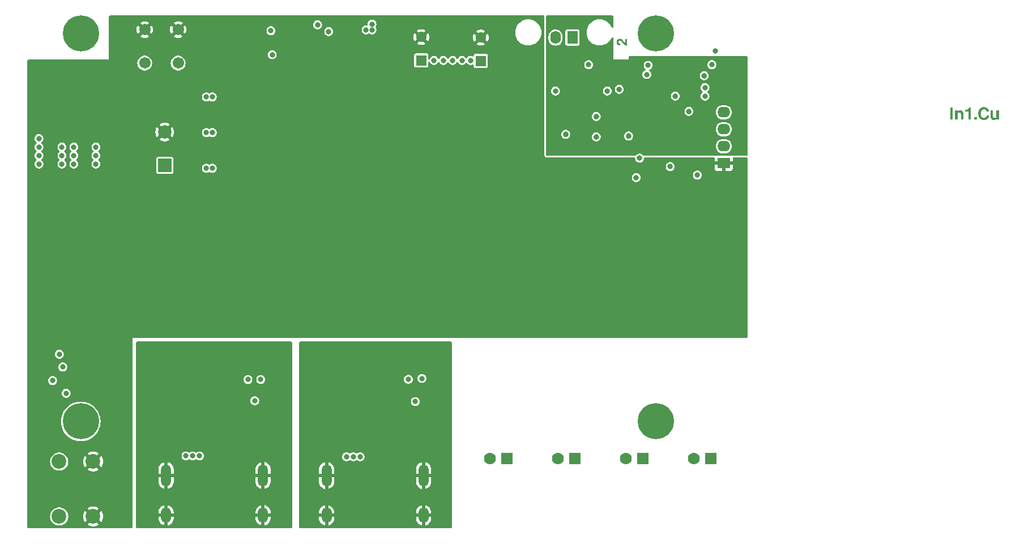
<source format=gbr>
%TF.GenerationSoftware,KiCad,Pcbnew,7.0.9-7.0.9~ubuntu20.04.1*%
%TF.CreationDate,2023-12-22T10:27:09-08:00*%
%TF.ProjectId,NX-J401-Adapter,4e582d4a-3430-4312-9d41-646170746572,1*%
%TF.SameCoordinates,Original*%
%TF.FileFunction,Copper,L2,Inr*%
%TF.FilePolarity,Positive*%
%FSLAX46Y46*%
G04 Gerber Fmt 4.6, Leading zero omitted, Abs format (unit mm)*
G04 Created by KiCad (PCBNEW 7.0.9-7.0.9~ubuntu20.04.1) date 2023-12-22 10:27:09*
%MOMM*%
%LPD*%
G01*
G04 APERTURE LIST*
%ADD10C,0.300000*%
%TA.AperFunction,NonConductor*%
%ADD11C,0.300000*%
%TD*%
%TA.AperFunction,ComponentPad*%
%ADD12C,5.400000*%
%TD*%
%TA.AperFunction,ComponentPad*%
%ADD13R,1.778000X1.778000*%
%TD*%
%TA.AperFunction,ComponentPad*%
%ADD14C,1.778000*%
%TD*%
%TA.AperFunction,ComponentPad*%
%ADD15R,2.000000X2.000000*%
%TD*%
%TA.AperFunction,ComponentPad*%
%ADD16C,2.000000*%
%TD*%
%TA.AperFunction,ComponentPad*%
%ADD17C,2.200000*%
%TD*%
%TA.AperFunction,ComponentPad*%
%ADD18R,1.600000X1.600000*%
%TD*%
%TA.AperFunction,ComponentPad*%
%ADD19C,1.600000*%
%TD*%
%TA.AperFunction,ComponentPad*%
%ADD20R,1.600200X1.905000*%
%TD*%
%TA.AperFunction,ComponentPad*%
%ADD21O,1.600200X1.905000*%
%TD*%
%TA.AperFunction,ComponentPad*%
%ADD22O,1.500000X3.300000*%
%TD*%
%TA.AperFunction,ComponentPad*%
%ADD23O,1.500000X2.300000*%
%TD*%
%TA.AperFunction,ComponentPad*%
%ADD24C,1.701800*%
%TD*%
%TA.AperFunction,ComponentPad*%
%ADD25R,1.905000X1.600200*%
%TD*%
%TA.AperFunction,ComponentPad*%
%ADD26O,1.905000X1.600200*%
%TD*%
%TA.AperFunction,ViaPad*%
%ADD27C,0.812800*%
%TD*%
G04 APERTURE END LIST*
D10*
D11*
G36*
X359350399Y-95029267D02*
G01*
X359350399Y-96852741D01*
X358975195Y-96852741D01*
X358975195Y-95029267D01*
X359350399Y-95029267D01*
G37*
G36*
X359708667Y-95502180D02*
G01*
X360059118Y-95502180D01*
X360059118Y-95697165D01*
X360077698Y-95670819D01*
X360097177Y-95646173D01*
X360117555Y-95623226D01*
X360138832Y-95601979D01*
X360161008Y-95582432D01*
X360184084Y-95564585D01*
X360208058Y-95548438D01*
X360232932Y-95533990D01*
X360258704Y-95521242D01*
X360285376Y-95510194D01*
X360312946Y-95500845D01*
X360341416Y-95493196D01*
X360370785Y-95487247D01*
X360401053Y-95482998D01*
X360432220Y-95480448D01*
X360464286Y-95479598D01*
X360490779Y-95480077D01*
X360516519Y-95481512D01*
X360541507Y-95483904D01*
X360565740Y-95487252D01*
X360589221Y-95491558D01*
X360611949Y-95496820D01*
X360633923Y-95503038D01*
X360655145Y-95510214D01*
X360675613Y-95518346D01*
X360695328Y-95527435D01*
X360714289Y-95537481D01*
X360732498Y-95548484D01*
X360749953Y-95560443D01*
X360766655Y-95573359D01*
X360782604Y-95587231D01*
X360797800Y-95602061D01*
X360812209Y-95617760D01*
X360825688Y-95634244D01*
X360838238Y-95651511D01*
X360849858Y-95669562D01*
X360860548Y-95688396D01*
X360870309Y-95708014D01*
X360879140Y-95728416D01*
X360887041Y-95749602D01*
X360894013Y-95771571D01*
X360900056Y-95794324D01*
X360905169Y-95817861D01*
X360909352Y-95842182D01*
X360912605Y-95867286D01*
X360914929Y-95893174D01*
X360916324Y-95919845D01*
X360916788Y-95947301D01*
X360916788Y-96852741D01*
X360566772Y-96852741D01*
X360566772Y-96019823D01*
X360565893Y-95990427D01*
X360563257Y-95962927D01*
X360558864Y-95937324D01*
X360552713Y-95913618D01*
X360544804Y-95891808D01*
X360535138Y-95871895D01*
X360523715Y-95853878D01*
X360510535Y-95837757D01*
X360495597Y-95823534D01*
X360478901Y-95811206D01*
X360460448Y-95800776D01*
X360440238Y-95792241D01*
X360418271Y-95785603D01*
X360394546Y-95780862D01*
X360369063Y-95778017D01*
X360341823Y-95777069D01*
X360318323Y-95777707D01*
X360295701Y-95779619D01*
X360273957Y-95782806D01*
X360253091Y-95787268D01*
X360233102Y-95793004D01*
X360213992Y-95800016D01*
X360195759Y-95808302D01*
X360178404Y-95817863D01*
X360161927Y-95828699D01*
X360146328Y-95840809D01*
X360136416Y-95849591D01*
X360122602Y-95863609D01*
X360110147Y-95878466D01*
X360099050Y-95894163D01*
X360089312Y-95910700D01*
X360080933Y-95928077D01*
X360073913Y-95946293D01*
X360068251Y-95965349D01*
X360063949Y-95985244D01*
X360061005Y-96005980D01*
X360059419Y-96027554D01*
X360059118Y-96042404D01*
X360059118Y-96852741D01*
X359708667Y-96852741D01*
X359708667Y-95502180D01*
G37*
G36*
X361666762Y-95629419D02*
G01*
X361241618Y-95629419D01*
X361241618Y-95397088D01*
X361270019Y-95396778D01*
X361297682Y-95395847D01*
X361324607Y-95394294D01*
X361350794Y-95392121D01*
X361376244Y-95389328D01*
X361400955Y-95385913D01*
X361424929Y-95381877D01*
X361448164Y-95377221D01*
X361470662Y-95371943D01*
X361492422Y-95366045D01*
X361513444Y-95359526D01*
X361533728Y-95352386D01*
X361553274Y-95344626D01*
X361572082Y-95336244D01*
X361590153Y-95327241D01*
X361607485Y-95317618D01*
X361624079Y-95307374D01*
X361639936Y-95296509D01*
X361655055Y-95285023D01*
X361669435Y-95272916D01*
X361683078Y-95260188D01*
X361695983Y-95246840D01*
X361708150Y-95232870D01*
X361719579Y-95218280D01*
X361730271Y-95203069D01*
X361740224Y-95187237D01*
X361749439Y-95170784D01*
X361757917Y-95153711D01*
X361765656Y-95136016D01*
X361772658Y-95117701D01*
X361778922Y-95098764D01*
X361784448Y-95079207D01*
X362016779Y-95079207D01*
X362016779Y-96852741D01*
X361666762Y-96852741D01*
X361666762Y-95629419D01*
G37*
G36*
X362954354Y-96487525D02*
G01*
X362954354Y-96852741D01*
X362579150Y-96852741D01*
X362579150Y-96487525D01*
X362954354Y-96487525D01*
G37*
G36*
X364414349Y-95647224D02*
G01*
X364409708Y-95627053D01*
X364404580Y-95607521D01*
X364398964Y-95588630D01*
X364392860Y-95570380D01*
X364386268Y-95552770D01*
X364379189Y-95535800D01*
X364371622Y-95519471D01*
X364363567Y-95503781D01*
X364345995Y-95474324D01*
X364326472Y-95447429D01*
X364304998Y-95423095D01*
X364281573Y-95401322D01*
X364256197Y-95382111D01*
X364228871Y-95365462D01*
X364199594Y-95351374D01*
X364168366Y-95339847D01*
X364135187Y-95330882D01*
X364117866Y-95327360D01*
X364100057Y-95324478D01*
X364081761Y-95322237D01*
X364062977Y-95320636D01*
X364043705Y-95319675D01*
X364023946Y-95319355D01*
X363996480Y-95320020D01*
X363969778Y-95322015D01*
X363943839Y-95325340D01*
X363918664Y-95329995D01*
X363894252Y-95335979D01*
X363870603Y-95343294D01*
X363847718Y-95351938D01*
X363825596Y-95361913D01*
X363804237Y-95373217D01*
X363783642Y-95385852D01*
X363763810Y-95399816D01*
X363744741Y-95415110D01*
X363726436Y-95431734D01*
X363708894Y-95449689D01*
X363692116Y-95468973D01*
X363676101Y-95489586D01*
X363660956Y-95511330D01*
X363646788Y-95534112D01*
X363633597Y-95557932D01*
X363621383Y-95582790D01*
X363610147Y-95608687D01*
X363599887Y-95635621D01*
X363590605Y-95663594D01*
X363582300Y-95692605D01*
X363574971Y-95722654D01*
X363568620Y-95753741D01*
X363563246Y-95785866D01*
X363558849Y-95819030D01*
X363555429Y-95853232D01*
X363554086Y-95870722D01*
X363552987Y-95888471D01*
X363552132Y-95906481D01*
X363551521Y-95924749D01*
X363551155Y-95943278D01*
X363551033Y-95962065D01*
X363551151Y-95980557D01*
X363551506Y-95998795D01*
X363552097Y-96016778D01*
X363552926Y-96034506D01*
X363553991Y-96051980D01*
X363556830Y-96086165D01*
X363560616Y-96119332D01*
X363565349Y-96151481D01*
X363571029Y-96182612D01*
X363577655Y-96212726D01*
X363585227Y-96241821D01*
X363593746Y-96269899D01*
X363603212Y-96296959D01*
X363613624Y-96323001D01*
X363624983Y-96348026D01*
X363637288Y-96372033D01*
X363650540Y-96395021D01*
X363664738Y-96416992D01*
X363672192Y-96427596D01*
X363687766Y-96447895D01*
X363704090Y-96466884D01*
X363721164Y-96484563D01*
X363738987Y-96500933D01*
X363757561Y-96515993D01*
X363776884Y-96529743D01*
X363796956Y-96542184D01*
X363817779Y-96553316D01*
X363839351Y-96563137D01*
X363861674Y-96571650D01*
X363884746Y-96578852D01*
X363908567Y-96584745D01*
X363933139Y-96589329D01*
X363958460Y-96592603D01*
X363984531Y-96594567D01*
X364011352Y-96595222D01*
X364032955Y-96594851D01*
X364054012Y-96593736D01*
X364074522Y-96591879D01*
X364094487Y-96589278D01*
X364113905Y-96585935D01*
X364132776Y-96581848D01*
X364151102Y-96577019D01*
X364168881Y-96571446D01*
X364186115Y-96565131D01*
X364202801Y-96558072D01*
X364218942Y-96550271D01*
X364234537Y-96541726D01*
X364249585Y-96532439D01*
X364264087Y-96522408D01*
X364278043Y-96511635D01*
X364291452Y-96500118D01*
X364304248Y-96487918D01*
X364316361Y-96475094D01*
X364327793Y-96461645D01*
X364338543Y-96447572D01*
X364348611Y-96432875D01*
X364357996Y-96417554D01*
X364366700Y-96401608D01*
X364374722Y-96385038D01*
X364382062Y-96367844D01*
X364388721Y-96350026D01*
X364394697Y-96331583D01*
X364399991Y-96312516D01*
X364404603Y-96292825D01*
X364408534Y-96272510D01*
X364411782Y-96251570D01*
X364414349Y-96230006D01*
X364779565Y-96230006D01*
X364778264Y-96249422D01*
X364776588Y-96268586D01*
X364774536Y-96287498D01*
X364772108Y-96306158D01*
X364769304Y-96324567D01*
X364766125Y-96342723D01*
X364762570Y-96360628D01*
X364758639Y-96378280D01*
X364754332Y-96395681D01*
X364749650Y-96412830D01*
X364744592Y-96429726D01*
X364739158Y-96446371D01*
X364733348Y-96462764D01*
X364720602Y-96494795D01*
X364706353Y-96525817D01*
X364690601Y-96555833D01*
X364673345Y-96584840D01*
X364654587Y-96612840D01*
X364634326Y-96639832D01*
X364612562Y-96665817D01*
X364589295Y-96690794D01*
X364564525Y-96714763D01*
X364551576Y-96726370D01*
X364538339Y-96737671D01*
X364524847Y-96748614D01*
X364497097Y-96769423D01*
X364468325Y-96788797D01*
X364453556Y-96797946D01*
X364438532Y-96806736D01*
X364423253Y-96815167D01*
X364407718Y-96823239D01*
X364391928Y-96830953D01*
X364375883Y-96838308D01*
X364359582Y-96845304D01*
X364343026Y-96851942D01*
X364326215Y-96858220D01*
X364309149Y-96864140D01*
X364291827Y-96869701D01*
X364274250Y-96874903D01*
X364256417Y-96879747D01*
X364238330Y-96884231D01*
X364219987Y-96888357D01*
X364201388Y-96892124D01*
X364182535Y-96895533D01*
X364163426Y-96898582D01*
X364144062Y-96901273D01*
X364124442Y-96903605D01*
X364104568Y-96905579D01*
X364084437Y-96907193D01*
X364064052Y-96908449D01*
X364043411Y-96909346D01*
X364022515Y-96909884D01*
X364001364Y-96910063D01*
X363977769Y-96909813D01*
X363954481Y-96909062D01*
X363931499Y-96907811D01*
X363908825Y-96906060D01*
X363886458Y-96903808D01*
X363864398Y-96901056D01*
X363842645Y-96897803D01*
X363821199Y-96894050D01*
X363800060Y-96889796D01*
X363779228Y-96885042D01*
X363758703Y-96879788D01*
X363738485Y-96874033D01*
X363718574Y-96867778D01*
X363698971Y-96861022D01*
X363679674Y-96853766D01*
X363660684Y-96846009D01*
X363642002Y-96837752D01*
X363623626Y-96828995D01*
X363605557Y-96819737D01*
X363587796Y-96809979D01*
X363570341Y-96799720D01*
X363553194Y-96788961D01*
X363536353Y-96777702D01*
X363519820Y-96765942D01*
X363503594Y-96753682D01*
X363487674Y-96740921D01*
X363472062Y-96727660D01*
X363456757Y-96713898D01*
X363441758Y-96699636D01*
X363427067Y-96684874D01*
X363412683Y-96669611D01*
X363398606Y-96653848D01*
X363384900Y-96637654D01*
X363371629Y-96621101D01*
X363358793Y-96604189D01*
X363346393Y-96586917D01*
X363334427Y-96569285D01*
X363322897Y-96551294D01*
X363311801Y-96532943D01*
X363301141Y-96514232D01*
X363290916Y-96495162D01*
X363281126Y-96475732D01*
X363271771Y-96455942D01*
X363262851Y-96435793D01*
X363254366Y-96415284D01*
X363246317Y-96394416D01*
X363238702Y-96373188D01*
X363231523Y-96351600D01*
X363224779Y-96329653D01*
X363218470Y-96307346D01*
X363212596Y-96284679D01*
X363207157Y-96261653D01*
X363202153Y-96238267D01*
X363197584Y-96214522D01*
X363193451Y-96190417D01*
X363189752Y-96165952D01*
X363186489Y-96141128D01*
X363183661Y-96115944D01*
X363181268Y-96090401D01*
X363179310Y-96064497D01*
X363177787Y-96038235D01*
X363176699Y-96011612D01*
X363176046Y-95984630D01*
X363175829Y-95957289D01*
X363176048Y-95929785D01*
X363176707Y-95902644D01*
X363177806Y-95875865D01*
X363179343Y-95849449D01*
X363181321Y-95823394D01*
X363183737Y-95797702D01*
X363186593Y-95772372D01*
X363189888Y-95747403D01*
X363193622Y-95722798D01*
X363197796Y-95698554D01*
X363202410Y-95674672D01*
X363207462Y-95651153D01*
X363212954Y-95627996D01*
X363218885Y-95605201D01*
X363225256Y-95582768D01*
X363232066Y-95560697D01*
X363239315Y-95538989D01*
X363247004Y-95517642D01*
X363255132Y-95496658D01*
X363263699Y-95476036D01*
X363272706Y-95455776D01*
X363282152Y-95435879D01*
X363292037Y-95416343D01*
X363302362Y-95397170D01*
X363313126Y-95378359D01*
X363324330Y-95359910D01*
X363335973Y-95341823D01*
X363348055Y-95324098D01*
X363360577Y-95306736D01*
X363373537Y-95289735D01*
X363386938Y-95273097D01*
X363400777Y-95256821D01*
X363415020Y-95240978D01*
X363429574Y-95225637D01*
X363444441Y-95210800D01*
X363459620Y-95196465D01*
X363475111Y-95182634D01*
X363490914Y-95169305D01*
X363507029Y-95156479D01*
X363523457Y-95144157D01*
X363540196Y-95132337D01*
X363557248Y-95121020D01*
X363574612Y-95110207D01*
X363592288Y-95099896D01*
X363610276Y-95090088D01*
X363628576Y-95080783D01*
X363647188Y-95071981D01*
X363666112Y-95063682D01*
X363685349Y-95055886D01*
X363704898Y-95048593D01*
X363724758Y-95041803D01*
X363744931Y-95035516D01*
X363765416Y-95029732D01*
X363786214Y-95024451D01*
X363807323Y-95019673D01*
X363828744Y-95015398D01*
X363850478Y-95011625D01*
X363872523Y-95008356D01*
X363894881Y-95005590D01*
X363917551Y-95003326D01*
X363940533Y-95001566D01*
X363963827Y-95000309D01*
X363987434Y-94999554D01*
X364011352Y-94999303D01*
X364031405Y-94999471D01*
X364051230Y-94999978D01*
X364070828Y-95000822D01*
X364090198Y-95002003D01*
X364109341Y-95003522D01*
X364128257Y-95005379D01*
X364146946Y-95007573D01*
X364165407Y-95010105D01*
X364183641Y-95012974D01*
X364201648Y-95016181D01*
X364219427Y-95019726D01*
X364236979Y-95023608D01*
X364254304Y-95027828D01*
X364271402Y-95032385D01*
X364288272Y-95037280D01*
X364304915Y-95042512D01*
X364337518Y-95053989D01*
X364369213Y-95066817D01*
X364399998Y-95080995D01*
X364429874Y-95096523D01*
X364458841Y-95113402D01*
X364486898Y-95131631D01*
X364514046Y-95151210D01*
X364540285Y-95172140D01*
X364565413Y-95194199D01*
X364589120Y-95217276D01*
X364611405Y-95241371D01*
X364632268Y-95266483D01*
X364651710Y-95292614D01*
X364669730Y-95319762D01*
X364686329Y-95347928D01*
X364701506Y-95377112D01*
X364715262Y-95407314D01*
X364727596Y-95438533D01*
X364738508Y-95470771D01*
X364747999Y-95504026D01*
X364752212Y-95521035D01*
X364756069Y-95538299D01*
X364759570Y-95555817D01*
X364762717Y-95573589D01*
X364765508Y-95591616D01*
X364767943Y-95609898D01*
X364770023Y-95628434D01*
X364771748Y-95647224D01*
X364414349Y-95647224D01*
G37*
G36*
X366240862Y-96852741D02*
G01*
X365890846Y-96852741D01*
X365890846Y-96692497D01*
X365872266Y-96718843D01*
X365852787Y-96743489D01*
X365832409Y-96766436D01*
X365811131Y-96787682D01*
X365788955Y-96807229D01*
X365765880Y-96825077D01*
X365741905Y-96841224D01*
X365717032Y-96855672D01*
X365691259Y-96868420D01*
X365664588Y-96879468D01*
X365637017Y-96888817D01*
X365608547Y-96896465D01*
X365579178Y-96902415D01*
X365548911Y-96906664D01*
X365517744Y-96909213D01*
X365485678Y-96910063D01*
X365459183Y-96909585D01*
X365433437Y-96908150D01*
X365408442Y-96905758D01*
X365384196Y-96902409D01*
X365360700Y-96898104D01*
X365337953Y-96892842D01*
X365315957Y-96886623D01*
X365294710Y-96879448D01*
X365274213Y-96871315D01*
X365254466Y-96862226D01*
X365235469Y-96852181D01*
X365217221Y-96841178D01*
X365199724Y-96829219D01*
X365182976Y-96816303D01*
X365166977Y-96802430D01*
X365151729Y-96787601D01*
X365137320Y-96771901D01*
X365123841Y-96755418D01*
X365111291Y-96738151D01*
X365099672Y-96720100D01*
X365088981Y-96701266D01*
X365079220Y-96681647D01*
X365070389Y-96661245D01*
X365062488Y-96640060D01*
X365055516Y-96618090D01*
X365049473Y-96595337D01*
X365044361Y-96571801D01*
X365040177Y-96547480D01*
X365036924Y-96522376D01*
X365034600Y-96496488D01*
X365033205Y-96469817D01*
X365032741Y-96442361D01*
X365032741Y-95502180D01*
X365383191Y-95502180D01*
X365383191Y-96369839D01*
X365384070Y-96399235D01*
X365386706Y-96426735D01*
X365391100Y-96452337D01*
X365397251Y-96476044D01*
X365405159Y-96497854D01*
X365414825Y-96517767D01*
X365426248Y-96535784D01*
X365439429Y-96551904D01*
X365454367Y-96566128D01*
X365471062Y-96578455D01*
X365489515Y-96588886D01*
X365509725Y-96597421D01*
X365531693Y-96604058D01*
X365555418Y-96608800D01*
X365580900Y-96611644D01*
X365608140Y-96612593D01*
X365631636Y-96611955D01*
X365654247Y-96610043D01*
X365675972Y-96606856D01*
X365696811Y-96602394D01*
X365716765Y-96596658D01*
X365735834Y-96589646D01*
X365754017Y-96581360D01*
X365771315Y-96571799D01*
X365787727Y-96560963D01*
X365803253Y-96548853D01*
X365813113Y-96540071D01*
X365827004Y-96526053D01*
X365839530Y-96511195D01*
X365850689Y-96495498D01*
X365860481Y-96478962D01*
X365868907Y-96461585D01*
X365875967Y-96443369D01*
X365881661Y-96424313D01*
X365885988Y-96404417D01*
X365888948Y-96383682D01*
X365890542Y-96362107D01*
X365890846Y-96347257D01*
X365890846Y-95502180D01*
X366240862Y-95502180D01*
X366240862Y-96852741D01*
G37*
D10*
D11*
G36*
X309588069Y-84765363D02*
G01*
X309603549Y-84765573D01*
X309618849Y-84766205D01*
X309633969Y-84767256D01*
X309648908Y-84768729D01*
X309663667Y-84770622D01*
X309678246Y-84772937D01*
X309692644Y-84775671D01*
X309713904Y-84780563D01*
X309734757Y-84786400D01*
X309755205Y-84793185D01*
X309775248Y-84800916D01*
X309794884Y-84809594D01*
X309814115Y-84819219D01*
X309832788Y-84829502D01*
X309850888Y-84840295D01*
X309868414Y-84851596D01*
X309885367Y-84863406D01*
X309901748Y-84875724D01*
X309917555Y-84888552D01*
X309932788Y-84901888D01*
X309947449Y-84915733D01*
X309961537Y-84930086D01*
X309975051Y-84944949D01*
X309983742Y-84955140D01*
X309996497Y-84970631D01*
X310009073Y-84986193D01*
X310021468Y-85001827D01*
X310033682Y-85017530D01*
X310045716Y-85033305D01*
X310057570Y-85049151D01*
X310069244Y-85065067D01*
X310080737Y-85081055D01*
X310092050Y-85097113D01*
X310103182Y-85113242D01*
X310110504Y-85124034D01*
X310121451Y-85140191D01*
X310132585Y-85156238D01*
X310143905Y-85172176D01*
X310155412Y-85188004D01*
X310167106Y-85203723D01*
X310178987Y-85219333D01*
X310191054Y-85234833D01*
X310203309Y-85250223D01*
X310215750Y-85265504D01*
X310228377Y-85280676D01*
X310236900Y-85290729D01*
X310249774Y-85305364D01*
X310262707Y-85319181D01*
X310275697Y-85332180D01*
X310288746Y-85344362D01*
X310301852Y-85355725D01*
X310315017Y-85366271D01*
X310328239Y-85375998D01*
X310341520Y-85384908D01*
X310354858Y-85393000D01*
X310368254Y-85400274D01*
X310377217Y-85404669D01*
X310377217Y-84771591D01*
X310641000Y-84771591D01*
X310641000Y-85788618D01*
X310615504Y-85787049D01*
X310590676Y-85784995D01*
X310566514Y-85782458D01*
X310543020Y-85779436D01*
X310520192Y-85775932D01*
X310498032Y-85771943D01*
X310476538Y-85767471D01*
X310455711Y-85762515D01*
X310435551Y-85757075D01*
X310416058Y-85751152D01*
X310397231Y-85744745D01*
X310379072Y-85737854D01*
X310361579Y-85730480D01*
X310344754Y-85722621D01*
X310328595Y-85714279D01*
X310313103Y-85705454D01*
X310297855Y-85695884D01*
X310282518Y-85685401D01*
X310267092Y-85674005D01*
X310251577Y-85661696D01*
X310235974Y-85648474D01*
X310220282Y-85634339D01*
X310204501Y-85619291D01*
X310188631Y-85603330D01*
X310172673Y-85586456D01*
X310156626Y-85568668D01*
X310140490Y-85549968D01*
X310124266Y-85530355D01*
X310107952Y-85509828D01*
X310091550Y-85488389D01*
X310075060Y-85466036D01*
X310058480Y-85442771D01*
X310047760Y-85427513D01*
X310037215Y-85412606D01*
X310026846Y-85398049D01*
X310016652Y-85383843D01*
X310006633Y-85369988D01*
X309996789Y-85356483D01*
X309987121Y-85343329D01*
X309977628Y-85330526D01*
X309968311Y-85318073D01*
X309959168Y-85305971D01*
X309950201Y-85294219D01*
X309932793Y-85271768D01*
X309916087Y-85250719D01*
X309900081Y-85231073D01*
X309884777Y-85212829D01*
X309870174Y-85195988D01*
X309856272Y-85180549D01*
X309843071Y-85166513D01*
X309830572Y-85153879D01*
X309818774Y-85142647D01*
X309807677Y-85132819D01*
X309802392Y-85128430D01*
X309786369Y-85116318D01*
X309769625Y-85105396D01*
X309752160Y-85095667D01*
X309733973Y-85087128D01*
X309715065Y-85079781D01*
X309695436Y-85073626D01*
X309675086Y-85068662D01*
X309654014Y-85064889D01*
X309632221Y-85062307D01*
X309617292Y-85061248D01*
X309602042Y-85060719D01*
X309594297Y-85060653D01*
X309573761Y-85061145D01*
X309554055Y-85062623D01*
X309535181Y-85065087D01*
X309517137Y-85068535D01*
X309499924Y-85072969D01*
X309483542Y-85078388D01*
X309467990Y-85084793D01*
X309453269Y-85092183D01*
X309439379Y-85100558D01*
X309426320Y-85109919D01*
X309418076Y-85116706D01*
X309406552Y-85127531D01*
X309396162Y-85139122D01*
X309386906Y-85151479D01*
X309378783Y-85164603D01*
X309371793Y-85178493D01*
X309365937Y-85193149D01*
X309361215Y-85208572D01*
X309357625Y-85224761D01*
X309355170Y-85241716D01*
X309353847Y-85259438D01*
X309353595Y-85271678D01*
X309354210Y-85290242D01*
X309356056Y-85308013D01*
X309359131Y-85324992D01*
X309363436Y-85341179D01*
X309368971Y-85356574D01*
X309375736Y-85371176D01*
X309383731Y-85384987D01*
X309392957Y-85398005D01*
X309403412Y-85410232D01*
X309415097Y-85421666D01*
X309423571Y-85428849D01*
X309437103Y-85438866D01*
X309451594Y-85447898D01*
X309467044Y-85455945D01*
X309483454Y-85463007D01*
X309500824Y-85469083D01*
X309519153Y-85474173D01*
X309538442Y-85478279D01*
X309558691Y-85481399D01*
X309579899Y-85483534D01*
X309594570Y-85484410D01*
X309609669Y-85484848D01*
X309617378Y-85484903D01*
X309666104Y-85484903D01*
X309666104Y-85767736D01*
X309651035Y-85768702D01*
X309636371Y-85769265D01*
X309620664Y-85769539D01*
X309613348Y-85769568D01*
X309598681Y-85769441D01*
X309569958Y-85768428D01*
X309542052Y-85766401D01*
X309514961Y-85763362D01*
X309488685Y-85759309D01*
X309463226Y-85754242D01*
X309438582Y-85748163D01*
X309414754Y-85741071D01*
X309391742Y-85732965D01*
X309369546Y-85723846D01*
X309348165Y-85713713D01*
X309327600Y-85702568D01*
X309307850Y-85690409D01*
X309288917Y-85677237D01*
X309270799Y-85663052D01*
X309253497Y-85647854D01*
X309245152Y-85639875D01*
X309229180Y-85623262D01*
X309214240Y-85605849D01*
X309200329Y-85587633D01*
X309187449Y-85568617D01*
X309175600Y-85548799D01*
X309164780Y-85528179D01*
X309154992Y-85506758D01*
X309146233Y-85484536D01*
X309138505Y-85461512D01*
X309131808Y-85437687D01*
X309126140Y-85413061D01*
X309121504Y-85387633D01*
X309117897Y-85361403D01*
X309115321Y-85334373D01*
X309113776Y-85306540D01*
X309113260Y-85277907D01*
X309113386Y-85263234D01*
X309114391Y-85234462D01*
X309116400Y-85206458D01*
X309119414Y-85179222D01*
X309123432Y-85152752D01*
X309128456Y-85127049D01*
X309134484Y-85102113D01*
X309141516Y-85077945D01*
X309149553Y-85054543D01*
X309158595Y-85031909D01*
X309168641Y-85010041D01*
X309179692Y-84988941D01*
X309191748Y-84968608D01*
X309204808Y-84949042D01*
X309218873Y-84930243D01*
X309233943Y-84912211D01*
X309241854Y-84903482D01*
X309258276Y-84886757D01*
X309275394Y-84871111D01*
X309293207Y-84856543D01*
X309311715Y-84843055D01*
X309330920Y-84830646D01*
X309350819Y-84819316D01*
X309371414Y-84809065D01*
X309392705Y-84799893D01*
X309414691Y-84791800D01*
X309437373Y-84784786D01*
X309460750Y-84778851D01*
X309484823Y-84773996D01*
X309509591Y-84770219D01*
X309535055Y-84767521D01*
X309561214Y-84765903D01*
X309588069Y-84765363D01*
G37*
D12*
%TO.N,N/C*%
%TO.C,H1*%
X229000000Y-84000000D03*
%TD*%
D13*
%TO.N,/CAN_FD_DC2_L*%
%TO.C,J10*%
X302895000Y-147574000D03*
D14*
%TO.N,/CAN_FD_DC2_H*%
X300355000Y-147574000D03*
%TD*%
D15*
%TO.N,/Power Supply/V_IN*%
%TO.C,C8*%
X241554000Y-103713677D03*
D16*
%TO.N,GND*%
X241554000Y-98713677D03*
%TD*%
D17*
%TO.N,/Power Supply/V_{BAT}*%
%TO.C,J13*%
X225774000Y-148004000D03*
X225774000Y-156204000D03*
%TO.N,GND*%
X230854000Y-148004000D03*
X230854000Y-156204000D03*
%TD*%
D18*
%TO.N,/Power Supply/+18V*%
%TO.C,C3*%
X279908000Y-88012651D03*
D19*
%TO.N,GND*%
X279908000Y-84512651D03*
%TD*%
D20*
%TO.N,/Fan Control/TMP_DN*%
%TO.C,J1*%
X302514000Y-84582000D03*
D21*
%TO.N,/Fan Control/TMP_DP*%
X299974000Y-84582000D03*
%TD*%
D13*
%TO.N,/CAN_FD2_L*%
%TO.C,J9*%
X292735000Y-147574000D03*
D14*
%TO.N,/CAN_FD2_H*%
X290195000Y-147574000D03*
%TD*%
D18*
%TO.N,/Power Supply/+18V*%
%TO.C,C4*%
X288798000Y-88082000D03*
D19*
%TO.N,GND*%
X288798000Y-84582000D03*
%TD*%
D13*
%TO.N,/CAN_FD1_L*%
%TO.C,J11*%
X313055000Y-147574000D03*
D14*
%TO.N,/CAN_FD1_H*%
X310515000Y-147574000D03*
%TD*%
D12*
%TO.N,N/C*%
%TO.C,H3*%
X229000000Y-142000000D03*
%TD*%
D22*
%TO.N,/MIPI-HDMI-1/GND_MIPI*%
%TO.C,J14*%
X256250000Y-150075000D03*
X241750000Y-150075000D03*
D23*
X256250000Y-156035000D03*
X241750000Y-156035000D03*
%TD*%
D12*
%TO.N,N/C*%
%TO.C,H2*%
X315000000Y-84000000D03*
%TD*%
D24*
%TO.N,/Power Supply/+18V*%
%TO.C,J2*%
X238561113Y-88406784D03*
X243561113Y-88406784D03*
%TO.N,GND*%
X238561113Y-83406784D03*
X243561113Y-83406784D03*
%TD*%
D22*
%TO.N,/MIPI-HDMI-2/GND_MIPI*%
%TO.C,J15*%
X280250000Y-150075000D03*
X265750000Y-150075000D03*
D23*
X280250000Y-156035000D03*
X265750000Y-156035000D03*
%TD*%
D12*
%TO.N,N/C*%
%TO.C,H4*%
X315000000Y-142000000D03*
%TD*%
D13*
%TO.N,/CAN_FD_DC1_L*%
%TO.C,J12*%
X323215000Y-147574000D03*
D14*
%TO.N,/CAN_FD_DC1_H*%
X320675000Y-147574000D03*
%TD*%
D25*
%TO.N,GND*%
%TO.C,J4*%
X325120000Y-103378000D03*
D26*
%TO.N,/FAN_PWR*%
X325120000Y-100838000D03*
%TO.N,/FAN_PWM*%
X325120000Y-98298000D03*
%TO.N,/FAN_TACH*%
X325120000Y-95758000D03*
%TD*%
D27*
%TO.N,GND*%
X234569000Y-96520000D03*
X257554772Y-88157362D03*
X253619000Y-84836000D03*
X232029000Y-133985000D03*
X301498000Y-99060000D03*
X323850000Y-86614000D03*
X276606000Y-84552103D03*
X306070000Y-96393000D03*
X276606000Y-82804000D03*
X310896000Y-99314000D03*
X231267000Y-137795000D03*
X309499000Y-92329000D03*
X319913000Y-95631000D03*
X233172000Y-135890000D03*
X235966000Y-153543000D03*
X261366000Y-83566000D03*
X276606000Y-83693000D03*
X308737000Y-105283000D03*
X264287000Y-88392000D03*
X259334000Y-88392000D03*
X306070000Y-99441000D03*
X317119000Y-105664000D03*
X317881000Y-93345000D03*
X231902000Y-131953000D03*
X322199000Y-90297000D03*
%TO.N,/Power Supply/V_{BAT}*%
X222758000Y-103505000D03*
X222758000Y-99695000D03*
X222758000Y-102235000D03*
X312547000Y-102616000D03*
X225806000Y-131953000D03*
X222758000Y-100965000D03*
X226314000Y-133858000D03*
X226822000Y-137795000D03*
X224790000Y-135890000D03*
X226187000Y-100965000D03*
X226187000Y-102235000D03*
X226187000Y-103505000D03*
%TO.N,/Power Supply/V_IN*%
X231267000Y-102235000D03*
X227965000Y-100965000D03*
X248666000Y-98806000D03*
X264414000Y-82677000D03*
X231267000Y-103505000D03*
X227965000Y-102235000D03*
X231267000Y-100965000D03*
X248666000Y-104140000D03*
X247777000Y-98806000D03*
X247777000Y-93472000D03*
X247777000Y-104140000D03*
X227965000Y-103505000D03*
X248666000Y-93472000D03*
%TO.N,/MIPI-HDMI-2/GND_MIPI*%
X272491200Y-151247400D03*
X276987000Y-151272800D03*
X275513800Y-151247400D03*
X269519400Y-151247400D03*
X272186400Y-138928400D03*
X273989800Y-151247400D03*
X274705604Y-139031031D03*
X265963400Y-138903000D03*
X268986000Y-138903000D03*
%TO.N,Net-(U2-DP)*%
X299974000Y-92583000D03*
X304927000Y-88646000D03*
%TO.N,/MIPI-HDMI-2/CAM_SCL*%
X270764000Y-147285000D03*
X277977600Y-135698544D03*
%TO.N,/MIPI-HDMI-2/CAM_SDA*%
X269748497Y-147285000D03*
X279019000Y-139030000D03*
%TO.N,/MIPI-HDMI-2/CAM_3V3*%
X268732994Y-147285000D03*
X280003000Y-135569000D03*
%TO.N,/MIPI-HDMI-1/GND_MIPI*%
X244983000Y-138903000D03*
X248539000Y-151222000D03*
X245491000Y-151222000D03*
X251460000Y-151222000D03*
X250063000Y-151222000D03*
X248031000Y-138903000D03*
X241935000Y-138903000D03*
X252984000Y-151222000D03*
X251079000Y-138903000D03*
%TO.N,/MIPI-HDMI-1/CAM_SCL*%
X254000000Y-135728000D03*
X246761000Y-147158000D03*
%TO.N,/MIPI-HDMI-1/CAM_SDA*%
X245745497Y-147158000D03*
X255016000Y-138903000D03*
%TO.N,/MIPI-HDMI-1/CAM_3V3*%
X255905000Y-135728000D03*
X244729994Y-147158000D03*
%TO.N,Net-(D4-K-Pad3)*%
X312039000Y-105537000D03*
%TO.N,Net-(U1-I_{SEN})*%
X257429000Y-83566000D03*
%TO.N,/Power Supply/+18V*%
X287274000Y-88011000D03*
X286004000Y-88011000D03*
X283210000Y-88011000D03*
X281813000Y-88011000D03*
X284607000Y-88011000D03*
%TO.N,Net-(U1-FA{slash}SD)*%
X266065000Y-83693000D03*
%TO.N,Net-(Q1-S-Pad1)*%
X271653000Y-83439000D03*
X272542000Y-83439000D03*
X272542000Y-82579897D03*
%TO.N,Net-(U1-FB)*%
X257619062Y-87143897D03*
%TO.N,+3V3*%
X299974000Y-99060000D03*
X318897000Y-87884000D03*
X309753000Y-88519000D03*
X317881000Y-89535000D03*
%TO.N,/FAN_PWM*%
X307721000Y-92583000D03*
%TO.N,/Fan Control/I2C_SDA*%
X322326000Y-93345000D03*
X313605556Y-90113616D03*
X323342000Y-88646000D03*
%TO.N,/Fan Control/I2C_SCL*%
X322326000Y-92075000D03*
X313817000Y-88738456D03*
%TO.N,Net-(U5-IN)*%
X317119000Y-103886000D03*
%TO.N,Net-(U5-GND)*%
X321183000Y-105156000D03*
%TD*%
%TA.AperFunction,Conductor*%
%TO.N,+3V3*%
G36*
X308553039Y-81299685D02*
G01*
X308598794Y-81352489D01*
X308610000Y-81404000D01*
X308610000Y-82994164D01*
X308590315Y-83061203D01*
X308537511Y-83106958D01*
X308468353Y-83116902D01*
X308404797Y-83087877D01*
X308369819Y-83037498D01*
X308358413Y-83006920D01*
X308358408Y-83006908D01*
X308224578Y-82761816D01*
X308224573Y-82761808D01*
X308057225Y-82538257D01*
X308057209Y-82538239D01*
X307859760Y-82340790D01*
X307859742Y-82340774D01*
X307636191Y-82173426D01*
X307636183Y-82173421D01*
X307391091Y-82039591D01*
X307391087Y-82039589D01*
X307291888Y-82002590D01*
X307129431Y-81941997D01*
X307129427Y-81941996D01*
X307129424Y-81941995D01*
X306856556Y-81882635D01*
X306647729Y-81867700D01*
X306508271Y-81867700D01*
X306299443Y-81882635D01*
X306026575Y-81941995D01*
X306026570Y-81941996D01*
X306026569Y-81941997D01*
X305963308Y-81965591D01*
X305764912Y-82039589D01*
X305764908Y-82039591D01*
X305519816Y-82173421D01*
X305519808Y-82173426D01*
X305296257Y-82340774D01*
X305296239Y-82340790D01*
X305098790Y-82538239D01*
X305098774Y-82538257D01*
X304931426Y-82761808D01*
X304931421Y-82761816D01*
X304797591Y-83006908D01*
X304797589Y-83006912D01*
X304699995Y-83268575D01*
X304640635Y-83541443D01*
X304620713Y-83819998D01*
X304620713Y-83820001D01*
X304640635Y-84098556D01*
X304699995Y-84371424D01*
X304699997Y-84371431D01*
X304760590Y-84533888D01*
X304797589Y-84633087D01*
X304797591Y-84633091D01*
X304931421Y-84878183D01*
X304931426Y-84878191D01*
X305098774Y-85101742D01*
X305098790Y-85101760D01*
X305296239Y-85299209D01*
X305296257Y-85299225D01*
X305519808Y-85466573D01*
X305519816Y-85466578D01*
X305764908Y-85600408D01*
X305764912Y-85600410D01*
X305764914Y-85600411D01*
X306026569Y-85698003D01*
X306163009Y-85727684D01*
X306299443Y-85757364D01*
X306299445Y-85757364D01*
X306299449Y-85757365D01*
X306508271Y-85772300D01*
X306647729Y-85772300D01*
X306856551Y-85757365D01*
X307129431Y-85698003D01*
X307391086Y-85600411D01*
X307636189Y-85466575D01*
X307859750Y-85299219D01*
X308057219Y-85101750D01*
X308224575Y-84878189D01*
X308358411Y-84633086D01*
X308369818Y-84602501D01*
X308411689Y-84546568D01*
X308477154Y-84522151D01*
X308545427Y-84537003D01*
X308594832Y-84586408D01*
X308610000Y-84645835D01*
X308610000Y-87884000D01*
X310896000Y-87884000D01*
X310896000Y-87500000D01*
X310915685Y-87432961D01*
X310968489Y-87387206D01*
X311020000Y-87376000D01*
X328552000Y-87376000D01*
X328619039Y-87395685D01*
X328664794Y-87448489D01*
X328676000Y-87500000D01*
X328676000Y-102111000D01*
X328656315Y-102178039D01*
X328603511Y-102223794D01*
X328552000Y-102235000D01*
X313152148Y-102235000D01*
X313085109Y-102215315D01*
X313050097Y-102181438D01*
X313045325Y-102174524D01*
X313031765Y-102162511D01*
X312925191Y-102068095D01*
X312783080Y-101993509D01*
X312783079Y-101993508D01*
X312783076Y-101993507D01*
X312627248Y-101955100D01*
X312466752Y-101955100D01*
X312310923Y-101993507D01*
X312168809Y-102068095D01*
X312048674Y-102174524D01*
X312043903Y-102181438D01*
X311989621Y-102225429D01*
X311941852Y-102235000D01*
X298701000Y-102235000D01*
X298633961Y-102215315D01*
X298588206Y-102162511D01*
X298577000Y-102111000D01*
X298577000Y-100838000D01*
X323907897Y-100838000D01*
X323928258Y-101044736D01*
X323988563Y-101243535D01*
X324086485Y-101426733D01*
X324086489Y-101426740D01*
X324218276Y-101587323D01*
X324378859Y-101719110D01*
X324378866Y-101719114D01*
X324562064Y-101817036D01*
X324562066Y-101817036D01*
X324562069Y-101817038D01*
X324760862Y-101877341D01*
X324760861Y-101877341D01*
X324799593Y-101881155D01*
X324915789Y-101892600D01*
X324915792Y-101892600D01*
X325324208Y-101892600D01*
X325324211Y-101892600D01*
X325479138Y-101877341D01*
X325677931Y-101817038D01*
X325861139Y-101719111D01*
X326021723Y-101587323D01*
X326153511Y-101426739D01*
X326251438Y-101243531D01*
X326311741Y-101044738D01*
X326332103Y-100838000D01*
X326311741Y-100631262D01*
X326251438Y-100432469D01*
X326251436Y-100432466D01*
X326251436Y-100432464D01*
X326153514Y-100249266D01*
X326153510Y-100249259D01*
X326021723Y-100088676D01*
X325861140Y-99956889D01*
X325861133Y-99956885D01*
X325677935Y-99858963D01*
X325578534Y-99828810D01*
X325479138Y-99798659D01*
X325479136Y-99798658D01*
X325479138Y-99798658D01*
X325359544Y-99786880D01*
X325324211Y-99783400D01*
X324915789Y-99783400D01*
X324877547Y-99787166D01*
X324760863Y-99798658D01*
X324562064Y-99858963D01*
X324378866Y-99956885D01*
X324378859Y-99956889D01*
X324218276Y-100088676D01*
X324086489Y-100249259D01*
X324086485Y-100249266D01*
X323988563Y-100432464D01*
X323928258Y-100631263D01*
X323907897Y-100838000D01*
X298577000Y-100838000D01*
X298577000Y-99060000D01*
X300832246Y-99060000D01*
X300851591Y-99219323D01*
X300851592Y-99219328D01*
X300875238Y-99281676D01*
X300908504Y-99369391D01*
X300999676Y-99501477D01*
X301119809Y-99607905D01*
X301261920Y-99682491D01*
X301261922Y-99682491D01*
X301261923Y-99682492D01*
X301417752Y-99720900D01*
X301578248Y-99720900D01*
X301734076Y-99682492D01*
X301734076Y-99682491D01*
X301734080Y-99682491D01*
X301876191Y-99607905D01*
X301996324Y-99501477D01*
X302038068Y-99441000D01*
X305404246Y-99441000D01*
X305423591Y-99600323D01*
X305423592Y-99600328D01*
X305480504Y-99750391D01*
X305513820Y-99798658D01*
X305557475Y-99861904D01*
X305571676Y-99882477D01*
X305691809Y-99988905D01*
X305833920Y-100063491D01*
X305833922Y-100063491D01*
X305833923Y-100063492D01*
X305989752Y-100101900D01*
X306150248Y-100101900D01*
X306306076Y-100063492D01*
X306306076Y-100063491D01*
X306306080Y-100063491D01*
X306448191Y-99988905D01*
X306568324Y-99882477D01*
X306659496Y-99750391D01*
X306716408Y-99600325D01*
X306735754Y-99441000D01*
X306720333Y-99314000D01*
X310230246Y-99314000D01*
X310249591Y-99473323D01*
X310249592Y-99473328D01*
X310300631Y-99607905D01*
X310306504Y-99623391D01*
X310397676Y-99755477D01*
X310517809Y-99861905D01*
X310659920Y-99936491D01*
X310659922Y-99936491D01*
X310659923Y-99936492D01*
X310815752Y-99974900D01*
X310976248Y-99974900D01*
X311132076Y-99936492D01*
X311132076Y-99936491D01*
X311132080Y-99936491D01*
X311274191Y-99861905D01*
X311394324Y-99755477D01*
X311485496Y-99623391D01*
X311542408Y-99473325D01*
X311561754Y-99314000D01*
X311542408Y-99154675D01*
X311542407Y-99154673D01*
X311542407Y-99154671D01*
X311501695Y-99047323D01*
X311485496Y-99004609D01*
X311394324Y-98872523D01*
X311274191Y-98766095D01*
X311132080Y-98691509D01*
X311132079Y-98691508D01*
X311132076Y-98691507D01*
X310976248Y-98653100D01*
X310815752Y-98653100D01*
X310659923Y-98691507D01*
X310517809Y-98766095D01*
X310397675Y-98872523D01*
X310306505Y-99004607D01*
X310306504Y-99004608D01*
X310249592Y-99154671D01*
X310249591Y-99154676D01*
X310230246Y-99314000D01*
X306720333Y-99314000D01*
X306716408Y-99281675D01*
X306716407Y-99281673D01*
X306716407Y-99281671D01*
X306677511Y-99179111D01*
X306659496Y-99131609D01*
X306568324Y-98999523D01*
X306448191Y-98893095D01*
X306306080Y-98818509D01*
X306306079Y-98818508D01*
X306306076Y-98818507D01*
X306150248Y-98780100D01*
X305989752Y-98780100D01*
X305833923Y-98818507D01*
X305691809Y-98893095D01*
X305571675Y-98999523D01*
X305480505Y-99131607D01*
X305480504Y-99131608D01*
X305423592Y-99281671D01*
X305423591Y-99281676D01*
X305404246Y-99441000D01*
X302038068Y-99441000D01*
X302087496Y-99369391D01*
X302144408Y-99219325D01*
X302163754Y-99060000D01*
X302144408Y-98900675D01*
X302144407Y-98900673D01*
X302144407Y-98900671D01*
X302093369Y-98766095D01*
X302087496Y-98750609D01*
X301996324Y-98618523D01*
X301876191Y-98512095D01*
X301734080Y-98437509D01*
X301734079Y-98437508D01*
X301734076Y-98437507D01*
X301578248Y-98399100D01*
X301417752Y-98399100D01*
X301261923Y-98437507D01*
X301119809Y-98512095D01*
X300999675Y-98618523D01*
X300908505Y-98750607D01*
X300908504Y-98750608D01*
X300851592Y-98900671D01*
X300851591Y-98900676D01*
X300832246Y-99060000D01*
X298577000Y-99060000D01*
X298577000Y-98298000D01*
X323907897Y-98298000D01*
X323928258Y-98504736D01*
X323988563Y-98703535D01*
X324086485Y-98886733D01*
X324086489Y-98886740D01*
X324218276Y-99047323D01*
X324378859Y-99179110D01*
X324378866Y-99179114D01*
X324562064Y-99277036D01*
X324562066Y-99277036D01*
X324562069Y-99277038D01*
X324760862Y-99337341D01*
X324760861Y-99337341D01*
X324799593Y-99341155D01*
X324915789Y-99352600D01*
X324915792Y-99352600D01*
X325324208Y-99352600D01*
X325324211Y-99352600D01*
X325479138Y-99337341D01*
X325677931Y-99277038D01*
X325861139Y-99179111D01*
X326021723Y-99047323D01*
X326153511Y-98886739D01*
X326251438Y-98703531D01*
X326311741Y-98504738D01*
X326332103Y-98298000D01*
X326311741Y-98091262D01*
X326251438Y-97892469D01*
X326251436Y-97892466D01*
X326251436Y-97892464D01*
X326153514Y-97709266D01*
X326153510Y-97709259D01*
X326021723Y-97548676D01*
X325861140Y-97416889D01*
X325861133Y-97416885D01*
X325677935Y-97318963D01*
X325578534Y-97288810D01*
X325479138Y-97258659D01*
X325479136Y-97258658D01*
X325479138Y-97258658D01*
X325359544Y-97246880D01*
X325324211Y-97243400D01*
X324915789Y-97243400D01*
X324877547Y-97247166D01*
X324760863Y-97258658D01*
X324562064Y-97318963D01*
X324378866Y-97416885D01*
X324378859Y-97416889D01*
X324218276Y-97548676D01*
X324086489Y-97709259D01*
X324086485Y-97709266D01*
X323988563Y-97892464D01*
X323928258Y-98091263D01*
X323907897Y-98298000D01*
X298577000Y-98298000D01*
X298577000Y-96393000D01*
X305404246Y-96393000D01*
X305423591Y-96552323D01*
X305423592Y-96552328D01*
X305456505Y-96639111D01*
X305480504Y-96702391D01*
X305571676Y-96834477D01*
X305691809Y-96940905D01*
X305833920Y-97015491D01*
X305833922Y-97015491D01*
X305833923Y-97015492D01*
X305989752Y-97053900D01*
X306150248Y-97053900D01*
X306306076Y-97015492D01*
X306306076Y-97015491D01*
X306306080Y-97015491D01*
X306448191Y-96940905D01*
X306568324Y-96834477D01*
X306659496Y-96702391D01*
X306716408Y-96552325D01*
X306735754Y-96393000D01*
X306716408Y-96233675D01*
X306716407Y-96233673D01*
X306716407Y-96233671D01*
X306689806Y-96163531D01*
X306659496Y-96083609D01*
X306568324Y-95951523D01*
X306448191Y-95845095D01*
X306306080Y-95770509D01*
X306306079Y-95770508D01*
X306306076Y-95770507D01*
X306150248Y-95732100D01*
X305989752Y-95732100D01*
X305833923Y-95770507D01*
X305691809Y-95845095D01*
X305571675Y-95951523D01*
X305480505Y-96083607D01*
X305480504Y-96083608D01*
X305423592Y-96233671D01*
X305423591Y-96233676D01*
X305404246Y-96393000D01*
X298577000Y-96393000D01*
X298577000Y-95631000D01*
X319247246Y-95631000D01*
X319266591Y-95790323D01*
X319266592Y-95790328D01*
X319287363Y-95845095D01*
X319323504Y-95940391D01*
X319414676Y-96072477D01*
X319534809Y-96178905D01*
X319676920Y-96253491D01*
X319676922Y-96253491D01*
X319676923Y-96253492D01*
X319832752Y-96291900D01*
X319993248Y-96291900D01*
X320149076Y-96253492D01*
X320149076Y-96253491D01*
X320149080Y-96253491D01*
X320291191Y-96178905D01*
X320411324Y-96072477D01*
X320502496Y-95940391D01*
X320559408Y-95790325D01*
X320563333Y-95758000D01*
X323907897Y-95758000D01*
X323928258Y-95964736D01*
X323988563Y-96163535D01*
X324086485Y-96346733D01*
X324086489Y-96346740D01*
X324218276Y-96507323D01*
X324378859Y-96639110D01*
X324378866Y-96639114D01*
X324562064Y-96737036D01*
X324562066Y-96737036D01*
X324562069Y-96737038D01*
X324760862Y-96797341D01*
X324760861Y-96797341D01*
X324799593Y-96801155D01*
X324915789Y-96812600D01*
X324915792Y-96812600D01*
X325324208Y-96812600D01*
X325324211Y-96812600D01*
X325479138Y-96797341D01*
X325677931Y-96737038D01*
X325861139Y-96639111D01*
X326021723Y-96507323D01*
X326153511Y-96346739D01*
X326213947Y-96233671D01*
X326251436Y-96163535D01*
X326251436Y-96163534D01*
X326251438Y-96163531D01*
X326311741Y-95964738D01*
X326332103Y-95758000D01*
X326311741Y-95551262D01*
X326251438Y-95352469D01*
X326251436Y-95352466D01*
X326251436Y-95352464D01*
X326153514Y-95169266D01*
X326153510Y-95169259D01*
X326021723Y-95008676D01*
X325861140Y-94876889D01*
X325861133Y-94876885D01*
X325677935Y-94778963D01*
X325578534Y-94748810D01*
X325479138Y-94718659D01*
X325479136Y-94718658D01*
X325479138Y-94718658D01*
X325359544Y-94706880D01*
X325324211Y-94703400D01*
X324915789Y-94703400D01*
X324877547Y-94707166D01*
X324760863Y-94718658D01*
X324562064Y-94778963D01*
X324378866Y-94876885D01*
X324378859Y-94876889D01*
X324218276Y-95008676D01*
X324086489Y-95169259D01*
X324086485Y-95169266D01*
X323988563Y-95352464D01*
X323928258Y-95551263D01*
X323907897Y-95758000D01*
X320563333Y-95758000D01*
X320578754Y-95631000D01*
X320559408Y-95471675D01*
X320559407Y-95471673D01*
X320559407Y-95471671D01*
X320533546Y-95403482D01*
X320502496Y-95321609D01*
X320411324Y-95189523D01*
X320291191Y-95083095D01*
X320149080Y-95008509D01*
X320149079Y-95008508D01*
X320149076Y-95008507D01*
X319993248Y-94970100D01*
X319832752Y-94970100D01*
X319676923Y-95008507D01*
X319534809Y-95083095D01*
X319414675Y-95189523D01*
X319323505Y-95321607D01*
X319323504Y-95321608D01*
X319266592Y-95471671D01*
X319266591Y-95471676D01*
X319247246Y-95631000D01*
X298577000Y-95631000D01*
X298577000Y-93345000D01*
X317215246Y-93345000D01*
X317234591Y-93504323D01*
X317234592Y-93504328D01*
X317291504Y-93654391D01*
X317382676Y-93786477D01*
X317502809Y-93892905D01*
X317644920Y-93967491D01*
X317644922Y-93967491D01*
X317644923Y-93967492D01*
X317800752Y-94005900D01*
X317961248Y-94005900D01*
X318117076Y-93967492D01*
X318117076Y-93967491D01*
X318117080Y-93967491D01*
X318259191Y-93892905D01*
X318379324Y-93786477D01*
X318470496Y-93654391D01*
X318527408Y-93504325D01*
X318546754Y-93345000D01*
X321660246Y-93345000D01*
X321679591Y-93504323D01*
X321679592Y-93504328D01*
X321736504Y-93654391D01*
X321827676Y-93786477D01*
X321947809Y-93892905D01*
X322089920Y-93967491D01*
X322089922Y-93967491D01*
X322089923Y-93967492D01*
X322245752Y-94005900D01*
X322406248Y-94005900D01*
X322562076Y-93967492D01*
X322562076Y-93967491D01*
X322562080Y-93967491D01*
X322704191Y-93892905D01*
X322824324Y-93786477D01*
X322915496Y-93654391D01*
X322972408Y-93504325D01*
X322991754Y-93345000D01*
X322972408Y-93185675D01*
X322972407Y-93185673D01*
X322972407Y-93185671D01*
X322946546Y-93117482D01*
X322915496Y-93035609D01*
X322824324Y-92903523D01*
X322710647Y-92802814D01*
X322673521Y-92743626D01*
X322674289Y-92673761D01*
X322710647Y-92617185D01*
X322824324Y-92516477D01*
X322915496Y-92384391D01*
X322972408Y-92234325D01*
X322991754Y-92075000D01*
X322972408Y-91915675D01*
X322972407Y-91915673D01*
X322972407Y-91915671D01*
X322921369Y-91781095D01*
X322915496Y-91765609D01*
X322824324Y-91633523D01*
X322704191Y-91527095D01*
X322562080Y-91452509D01*
X322562079Y-91452508D01*
X322562076Y-91452507D01*
X322406248Y-91414100D01*
X322245752Y-91414100D01*
X322089923Y-91452507D01*
X321947809Y-91527095D01*
X321827675Y-91633523D01*
X321736505Y-91765607D01*
X321736504Y-91765608D01*
X321679592Y-91915671D01*
X321679591Y-91915676D01*
X321660246Y-92075000D01*
X321679591Y-92234323D01*
X321679592Y-92234328D01*
X321715497Y-92329000D01*
X321736504Y-92384391D01*
X321827676Y-92516476D01*
X321827677Y-92516478D01*
X321941351Y-92617185D01*
X321978478Y-92676374D01*
X321977710Y-92746240D01*
X321941351Y-92802815D01*
X321827677Y-92903521D01*
X321736505Y-93035607D01*
X321736504Y-93035608D01*
X321679592Y-93185671D01*
X321679591Y-93185676D01*
X321660246Y-93345000D01*
X318546754Y-93345000D01*
X318527408Y-93185675D01*
X318527407Y-93185673D01*
X318527407Y-93185671D01*
X318501546Y-93117482D01*
X318470496Y-93035609D01*
X318379324Y-92903523D01*
X318259191Y-92797095D01*
X318117080Y-92722509D01*
X318117079Y-92722508D01*
X318117076Y-92722507D01*
X317961248Y-92684100D01*
X317800752Y-92684100D01*
X317644923Y-92722507D01*
X317502809Y-92797095D01*
X317382675Y-92903523D01*
X317291505Y-93035607D01*
X317291504Y-93035608D01*
X317234592Y-93185671D01*
X317234591Y-93185676D01*
X317215246Y-93345000D01*
X298577000Y-93345000D01*
X298577000Y-92583000D01*
X299308246Y-92583000D01*
X299327591Y-92742323D01*
X299327592Y-92742328D01*
X299378631Y-92876905D01*
X299384504Y-92892391D01*
X299475676Y-93024477D01*
X299595809Y-93130905D01*
X299737920Y-93205491D01*
X299737922Y-93205491D01*
X299737923Y-93205492D01*
X299893752Y-93243900D01*
X300054248Y-93243900D01*
X300210076Y-93205492D01*
X300210076Y-93205491D01*
X300210080Y-93205491D01*
X300352191Y-93130905D01*
X300472324Y-93024477D01*
X300563496Y-92892391D01*
X300620408Y-92742325D01*
X300639754Y-92583000D01*
X307055246Y-92583000D01*
X307074591Y-92742323D01*
X307074592Y-92742328D01*
X307125631Y-92876905D01*
X307131504Y-92892391D01*
X307222676Y-93024477D01*
X307342809Y-93130905D01*
X307484920Y-93205491D01*
X307484922Y-93205491D01*
X307484923Y-93205492D01*
X307640752Y-93243900D01*
X307801248Y-93243900D01*
X307957076Y-93205492D01*
X307957076Y-93205491D01*
X307957080Y-93205491D01*
X308099191Y-93130905D01*
X308219324Y-93024477D01*
X308310496Y-92892391D01*
X308367408Y-92742325D01*
X308386754Y-92583000D01*
X308367408Y-92423675D01*
X308367407Y-92423673D01*
X308367407Y-92423671D01*
X308331503Y-92329000D01*
X308833246Y-92329000D01*
X308852591Y-92488323D01*
X308852592Y-92488328D01*
X308888497Y-92583000D01*
X308909504Y-92638391D01*
X309000676Y-92770477D01*
X309120809Y-92876905D01*
X309262920Y-92951491D01*
X309262922Y-92951491D01*
X309262923Y-92951492D01*
X309418752Y-92989900D01*
X309579248Y-92989900D01*
X309735076Y-92951492D01*
X309735076Y-92951491D01*
X309735080Y-92951491D01*
X309877191Y-92876905D01*
X309997324Y-92770477D01*
X310088496Y-92638391D01*
X310145408Y-92488325D01*
X310164754Y-92329000D01*
X310145408Y-92169675D01*
X310145407Y-92169673D01*
X310145407Y-92169671D01*
X310094369Y-92035095D01*
X310088496Y-92019609D01*
X309997324Y-91887523D01*
X309877191Y-91781095D01*
X309735080Y-91706509D01*
X309735079Y-91706508D01*
X309735076Y-91706507D01*
X309579248Y-91668100D01*
X309418752Y-91668100D01*
X309262923Y-91706507D01*
X309120809Y-91781095D01*
X309000675Y-91887523D01*
X308909505Y-92019607D01*
X308909504Y-92019608D01*
X308852592Y-92169671D01*
X308852591Y-92169676D01*
X308833246Y-92329000D01*
X308331503Y-92329000D01*
X308310496Y-92273609D01*
X308219324Y-92141523D01*
X308099191Y-92035095D01*
X307957080Y-91960509D01*
X307957079Y-91960508D01*
X307957076Y-91960507D01*
X307801248Y-91922100D01*
X307640752Y-91922100D01*
X307484923Y-91960507D01*
X307342809Y-92035095D01*
X307222675Y-92141523D01*
X307131505Y-92273607D01*
X307131504Y-92273608D01*
X307074592Y-92423671D01*
X307074591Y-92423676D01*
X307055246Y-92583000D01*
X300639754Y-92583000D01*
X300620408Y-92423675D01*
X300620407Y-92423673D01*
X300620407Y-92423671D01*
X300584503Y-92329000D01*
X300563496Y-92273609D01*
X300472324Y-92141523D01*
X300352191Y-92035095D01*
X300210080Y-91960509D01*
X300210079Y-91960508D01*
X300210076Y-91960507D01*
X300054248Y-91922100D01*
X299893752Y-91922100D01*
X299737923Y-91960507D01*
X299595809Y-92035095D01*
X299475675Y-92141523D01*
X299384505Y-92273607D01*
X299384504Y-92273608D01*
X299327592Y-92423671D01*
X299327591Y-92423676D01*
X299308246Y-92583000D01*
X298577000Y-92583000D01*
X298577000Y-90113616D01*
X312939802Y-90113616D01*
X312959147Y-90272939D01*
X312959148Y-90272944D01*
X313016060Y-90423007D01*
X313107232Y-90555093D01*
X313227365Y-90661521D01*
X313369476Y-90736107D01*
X313369478Y-90736107D01*
X313369479Y-90736108D01*
X313525308Y-90774516D01*
X313685804Y-90774516D01*
X313841632Y-90736108D01*
X313841632Y-90736107D01*
X313841636Y-90736107D01*
X313983747Y-90661521D01*
X314103880Y-90555093D01*
X314195052Y-90423007D01*
X314242840Y-90297000D01*
X321533246Y-90297000D01*
X321552591Y-90456323D01*
X321552592Y-90456328D01*
X321590049Y-90555092D01*
X321609504Y-90606391D01*
X321700676Y-90738477D01*
X321820809Y-90844905D01*
X321962920Y-90919491D01*
X321962922Y-90919491D01*
X321962923Y-90919492D01*
X322118752Y-90957900D01*
X322279248Y-90957900D01*
X322435076Y-90919492D01*
X322435076Y-90919491D01*
X322435080Y-90919491D01*
X322577191Y-90844905D01*
X322697324Y-90738477D01*
X322788496Y-90606391D01*
X322845408Y-90456325D01*
X322864754Y-90297000D01*
X322845408Y-90137675D01*
X322845407Y-90137673D01*
X322845407Y-90137671D01*
X322819546Y-90069482D01*
X322788496Y-89987609D01*
X322697324Y-89855523D01*
X322577191Y-89749095D01*
X322435080Y-89674509D01*
X322435079Y-89674508D01*
X322435076Y-89674507D01*
X322279248Y-89636100D01*
X322118752Y-89636100D01*
X321962923Y-89674507D01*
X321820809Y-89749095D01*
X321700675Y-89855523D01*
X321609505Y-89987607D01*
X321609504Y-89987608D01*
X321552592Y-90137671D01*
X321552591Y-90137676D01*
X321533246Y-90297000D01*
X314242840Y-90297000D01*
X314251964Y-90272941D01*
X314271310Y-90113616D01*
X314251964Y-89954291D01*
X314251963Y-89954289D01*
X314251963Y-89954287D01*
X314226102Y-89886098D01*
X314195052Y-89804225D01*
X314103880Y-89672139D01*
X313994858Y-89575555D01*
X313957733Y-89516367D01*
X313958501Y-89446502D01*
X313996918Y-89388142D01*
X314047413Y-89362344D01*
X314050133Y-89361673D01*
X314053080Y-89360947D01*
X314195191Y-89286361D01*
X314315324Y-89179933D01*
X314406496Y-89047847D01*
X314463408Y-88897781D01*
X314482754Y-88738456D01*
X314471528Y-88646000D01*
X322676246Y-88646000D01*
X322695591Y-88805323D01*
X322695592Y-88805328D01*
X322752504Y-88955391D01*
X322752505Y-88955392D01*
X322816321Y-89047847D01*
X322843676Y-89087477D01*
X322963809Y-89193905D01*
X323105920Y-89268491D01*
X323105922Y-89268491D01*
X323105923Y-89268492D01*
X323261752Y-89306900D01*
X323422248Y-89306900D01*
X323578076Y-89268492D01*
X323578076Y-89268491D01*
X323578080Y-89268491D01*
X323720191Y-89193905D01*
X323840324Y-89087477D01*
X323931496Y-88955391D01*
X323988408Y-88805325D01*
X324007754Y-88646000D01*
X323988408Y-88486675D01*
X323988407Y-88486673D01*
X323988407Y-88486671D01*
X323962546Y-88418482D01*
X323931496Y-88336609D01*
X323840324Y-88204523D01*
X323720191Y-88098095D01*
X323578080Y-88023509D01*
X323578079Y-88023508D01*
X323578076Y-88023507D01*
X323422248Y-87985100D01*
X323261752Y-87985100D01*
X323105923Y-88023507D01*
X322963809Y-88098095D01*
X322843675Y-88204523D01*
X322752505Y-88336607D01*
X322752504Y-88336608D01*
X322695592Y-88486671D01*
X322695591Y-88486676D01*
X322676246Y-88646000D01*
X314471528Y-88646000D01*
X314463408Y-88579131D01*
X314463407Y-88579129D01*
X314463407Y-88579127D01*
X314428343Y-88486671D01*
X314406496Y-88429065D01*
X314315324Y-88296979D01*
X314195191Y-88190551D01*
X314053080Y-88115965D01*
X314053079Y-88115964D01*
X314053076Y-88115963D01*
X313897248Y-88077556D01*
X313736752Y-88077556D01*
X313580923Y-88115963D01*
X313438809Y-88190551D01*
X313318675Y-88296979D01*
X313227505Y-88429063D01*
X313227504Y-88429064D01*
X313170592Y-88579127D01*
X313170591Y-88579132D01*
X313151246Y-88738456D01*
X313170591Y-88897779D01*
X313170592Y-88897784D01*
X313227504Y-89047847D01*
X313318676Y-89179933D01*
X313427696Y-89276516D01*
X313464822Y-89335704D01*
X313464054Y-89405569D01*
X313425637Y-89463929D01*
X313375153Y-89489724D01*
X313369484Y-89491121D01*
X313369483Y-89491122D01*
X313369478Y-89491124D01*
X313369476Y-89491125D01*
X313321382Y-89516367D01*
X313227365Y-89565711D01*
X313107231Y-89672139D01*
X313016061Y-89804223D01*
X313016060Y-89804224D01*
X312959148Y-89954287D01*
X312959147Y-89954292D01*
X312939802Y-90113616D01*
X298577000Y-90113616D01*
X298577000Y-88646000D01*
X304261246Y-88646000D01*
X304280591Y-88805323D01*
X304280592Y-88805328D01*
X304337504Y-88955391D01*
X304337505Y-88955392D01*
X304401321Y-89047847D01*
X304428676Y-89087477D01*
X304548809Y-89193905D01*
X304690920Y-89268491D01*
X304690922Y-89268491D01*
X304690923Y-89268492D01*
X304846752Y-89306900D01*
X305007248Y-89306900D01*
X305163076Y-89268492D01*
X305163076Y-89268491D01*
X305163080Y-89268491D01*
X305305191Y-89193905D01*
X305425324Y-89087477D01*
X305516496Y-88955391D01*
X305573408Y-88805325D01*
X305592754Y-88646000D01*
X305573408Y-88486675D01*
X305573407Y-88486673D01*
X305573407Y-88486671D01*
X305547546Y-88418482D01*
X305516496Y-88336609D01*
X305425324Y-88204523D01*
X305305191Y-88098095D01*
X305163080Y-88023509D01*
X305163079Y-88023508D01*
X305163076Y-88023507D01*
X305007248Y-87985100D01*
X304846752Y-87985100D01*
X304690923Y-88023507D01*
X304548809Y-88098095D01*
X304428675Y-88204523D01*
X304337505Y-88336607D01*
X304337504Y-88336608D01*
X304280592Y-88486671D01*
X304280591Y-88486676D01*
X304261246Y-88646000D01*
X298577000Y-88646000D01*
X298577000Y-84786207D01*
X298919400Y-84786207D01*
X298934658Y-84941136D01*
X298994963Y-85139935D01*
X299092885Y-85323133D01*
X299092889Y-85323140D01*
X299224676Y-85483723D01*
X299385259Y-85615510D01*
X299385266Y-85615514D01*
X299568464Y-85713436D01*
X299568466Y-85713436D01*
X299568469Y-85713438D01*
X299767262Y-85773741D01*
X299767261Y-85773741D01*
X299785797Y-85775566D01*
X299974000Y-85794103D01*
X300180738Y-85773741D01*
X300379531Y-85713438D01*
X300562739Y-85615511D01*
X300630912Y-85559563D01*
X301459400Y-85559563D01*
X301474166Y-85633801D01*
X301530415Y-85717984D01*
X301564134Y-85740514D01*
X301614599Y-85774234D01*
X301614602Y-85774234D01*
X301614603Y-85774235D01*
X301639566Y-85779200D01*
X301688833Y-85789000D01*
X303339166Y-85788999D01*
X303413401Y-85774234D01*
X303497584Y-85717984D01*
X303553834Y-85633801D01*
X303568600Y-85559567D01*
X303568599Y-83604434D01*
X303553834Y-83530199D01*
X303535168Y-83502265D01*
X303497584Y-83446015D01*
X303447119Y-83412296D01*
X303413401Y-83389766D01*
X303413399Y-83389765D01*
X303413396Y-83389764D01*
X303339169Y-83375000D01*
X301688836Y-83375000D01*
X301614598Y-83389766D01*
X301530415Y-83446015D01*
X301474166Y-83530199D01*
X301474164Y-83530203D01*
X301459400Y-83604428D01*
X301459400Y-85559563D01*
X300630912Y-85559563D01*
X300723323Y-85483723D01*
X300855111Y-85323139D01*
X300953038Y-85139931D01*
X301013341Y-84941138D01*
X301028600Y-84786211D01*
X301028600Y-84377789D01*
X301013341Y-84222862D01*
X300953038Y-84024069D01*
X300953036Y-84024066D01*
X300953036Y-84024064D01*
X300855114Y-83840866D01*
X300855110Y-83840859D01*
X300723323Y-83680276D01*
X300562740Y-83548489D01*
X300562733Y-83548485D01*
X300379535Y-83450563D01*
X300280134Y-83420410D01*
X300180738Y-83390259D01*
X300180736Y-83390258D01*
X300180738Y-83390258D01*
X299974000Y-83369897D01*
X299767263Y-83390258D01*
X299568464Y-83450563D01*
X299385266Y-83548485D01*
X299385259Y-83548489D01*
X299224676Y-83680276D01*
X299092889Y-83840859D01*
X299092885Y-83840866D01*
X298994963Y-84024064D01*
X298934658Y-84222863D01*
X298923166Y-84339547D01*
X298922770Y-84343578D01*
X298919400Y-84377792D01*
X298919400Y-84786207D01*
X298577000Y-84786207D01*
X298577000Y-81404000D01*
X298596685Y-81336961D01*
X298649489Y-81291206D01*
X298701000Y-81280000D01*
X308486000Y-81280000D01*
X308553039Y-81299685D01*
G37*
%TD.AperFunction*%
%TD*%
%TA.AperFunction,Conductor*%
%TO.N,GND*%
G36*
X298260539Y-81299685D02*
G01*
X298306294Y-81352489D01*
X298317500Y-81404000D01*
X298317500Y-102111008D01*
X298323430Y-102166161D01*
X298334639Y-102217684D01*
X298334639Y-102217683D01*
X298341986Y-102244463D01*
X298386642Y-102322883D01*
X298392089Y-102332448D01*
X298437844Y-102385252D01*
X298471131Y-102417371D01*
X298560849Y-102464303D01*
X298627888Y-102483988D01*
X298627892Y-102483988D01*
X298627894Y-102483989D01*
X298639707Y-102485687D01*
X298701000Y-102494500D01*
X311757246Y-102494500D01*
X311824285Y-102514185D01*
X311870040Y-102566989D01*
X311879114Y-102608703D01*
X311880342Y-102608554D01*
X311900591Y-102775323D01*
X311900592Y-102775328D01*
X311931753Y-102857491D01*
X311957504Y-102925391D01*
X312048676Y-103057477D01*
X312168809Y-103163905D01*
X312310920Y-103238491D01*
X312310922Y-103238491D01*
X312310923Y-103238492D01*
X312466752Y-103276900D01*
X312627248Y-103276900D01*
X312783076Y-103238492D01*
X312783076Y-103238491D01*
X312783080Y-103238491D01*
X312925191Y-103163905D01*
X313045324Y-103057477D01*
X313136496Y-102925391D01*
X313193408Y-102775325D01*
X313212754Y-102616000D01*
X313212753Y-102615999D01*
X313213658Y-102608554D01*
X313215605Y-102608790D01*
X313232439Y-102551461D01*
X313285243Y-102505706D01*
X313336754Y-102494500D01*
X323662500Y-102494500D01*
X323729539Y-102514185D01*
X323775294Y-102566989D01*
X323786500Y-102618500D01*
X323786500Y-103124000D01*
X324630847Y-103124000D01*
X324630567Y-103124397D01*
X324580296Y-103265848D01*
X324570051Y-103415618D01*
X324600594Y-103562597D01*
X324636555Y-103632000D01*
X323786500Y-103632000D01*
X323786500Y-104214252D01*
X323797290Y-104288316D01*
X323853137Y-104402553D01*
X323943046Y-104492462D01*
X324057283Y-104548309D01*
X324131347Y-104559100D01*
X324866000Y-104559100D01*
X324866000Y-103862686D01*
X324900388Y-103883598D01*
X325044940Y-103924100D01*
X325157353Y-103924100D01*
X325268721Y-103908793D01*
X325374000Y-103863063D01*
X325374000Y-104559100D01*
X326108653Y-104559100D01*
X326182716Y-104548309D01*
X326296953Y-104492462D01*
X326386862Y-104402553D01*
X326442709Y-104288316D01*
X326453500Y-104214252D01*
X326453500Y-103632000D01*
X325609153Y-103632000D01*
X325609433Y-103631603D01*
X325659704Y-103490152D01*
X325669949Y-103340382D01*
X325639406Y-103193403D01*
X325603445Y-103124000D01*
X326453500Y-103124000D01*
X326453500Y-102618500D01*
X326473185Y-102551461D01*
X326525989Y-102505706D01*
X326577500Y-102494500D01*
X328552000Y-102494500D01*
X328619039Y-102514185D01*
X328664794Y-102566989D01*
X328676000Y-102618500D01*
X328676000Y-129273787D01*
X328673617Y-129297980D01*
X328661476Y-129359012D01*
X328642962Y-129403708D01*
X328615309Y-129445095D01*
X328581095Y-129479309D01*
X328539708Y-129506962D01*
X328495012Y-129525476D01*
X328446989Y-129535029D01*
X328433978Y-129537617D01*
X328409788Y-129540000D01*
X284988000Y-129540000D01*
X236728000Y-129540000D01*
X236728000Y-129793995D01*
X236728000Y-157721787D01*
X236725617Y-157745980D01*
X236713476Y-157807012D01*
X236694962Y-157851708D01*
X236667309Y-157893095D01*
X236633095Y-157927309D01*
X236591708Y-157954962D01*
X236547012Y-157973476D01*
X236498989Y-157983029D01*
X236485978Y-157985617D01*
X236461788Y-157988000D01*
X221246212Y-157988000D01*
X221222021Y-157985617D01*
X221205690Y-157982368D01*
X221160987Y-157973476D01*
X221116291Y-157954962D01*
X221074904Y-157927309D01*
X221040691Y-157893096D01*
X221013037Y-157851708D01*
X220994523Y-157807010D01*
X220982383Y-157745978D01*
X220980000Y-157721787D01*
X220980000Y-156204005D01*
X224414858Y-156204005D01*
X224433394Y-156427703D01*
X224488499Y-156645311D01*
X224578670Y-156850881D01*
X224618138Y-156911290D01*
X224701446Y-157038802D01*
X224853478Y-157203953D01*
X224853481Y-157203955D01*
X224853484Y-157203958D01*
X225030611Y-157341822D01*
X225030617Y-157341826D01*
X225030620Y-157341828D01*
X225104537Y-157381830D01*
X225226974Y-157448090D01*
X225228039Y-157448666D01*
X225440350Y-157521553D01*
X225661763Y-157558500D01*
X225886237Y-157558500D01*
X226107650Y-157521553D01*
X226319961Y-157448666D01*
X226517380Y-157341828D01*
X226694522Y-157203953D01*
X226846554Y-157038802D01*
X226969330Y-156850880D01*
X227059500Y-156645313D01*
X227114605Y-156427707D01*
X227130003Y-156241886D01*
X227133142Y-156204005D01*
X229367924Y-156204005D01*
X229388190Y-156448591D01*
X229388192Y-156448603D01*
X229448443Y-156686526D01*
X229547033Y-156911290D01*
X229642055Y-157056732D01*
X230327097Y-156371691D01*
X230330884Y-156389915D01*
X230400442Y-156524156D01*
X230503638Y-156634652D01*
X230632819Y-156713209D01*
X230688421Y-156728788D01*
X230000663Y-157416546D01*
X230041194Y-157448093D01*
X230257048Y-157564908D01*
X230257053Y-157564910D01*
X230489186Y-157644601D01*
X230731282Y-157685000D01*
X230976718Y-157685000D01*
X231218813Y-157644601D01*
X231450946Y-157564910D01*
X231450951Y-157564908D01*
X231666808Y-157448091D01*
X231666809Y-157448090D01*
X231707335Y-157416547D01*
X231707336Y-157416545D01*
X231021625Y-156730834D01*
X231142458Y-156678349D01*
X231259739Y-156582934D01*
X231346928Y-156459415D01*
X231378838Y-156369628D01*
X232065943Y-157056733D01*
X232160964Y-156911295D01*
X232259556Y-156686526D01*
X232319807Y-156448603D01*
X232319809Y-156448591D01*
X232340076Y-156204005D01*
X232340076Y-156203994D01*
X232319809Y-155959408D01*
X232319807Y-155959396D01*
X232259556Y-155721473D01*
X232160966Y-155496709D01*
X232065943Y-155351265D01*
X231380902Y-156036306D01*
X231377116Y-156018085D01*
X231307558Y-155883844D01*
X231204362Y-155773348D01*
X231075181Y-155694791D01*
X231019577Y-155679211D01*
X231707335Y-154991452D01*
X231707335Y-154991451D01*
X231666809Y-154959908D01*
X231450951Y-154843091D01*
X231450946Y-154843089D01*
X231218813Y-154763398D01*
X230976718Y-154723000D01*
X230731282Y-154723000D01*
X230489186Y-154763398D01*
X230257053Y-154843089D01*
X230257048Y-154843091D01*
X230041195Y-154959906D01*
X230000662Y-154991452D01*
X230686376Y-155677165D01*
X230565542Y-155729651D01*
X230448261Y-155825066D01*
X230361072Y-155948585D01*
X230329161Y-156038371D01*
X229642054Y-155351265D01*
X229547034Y-155496706D01*
X229448443Y-155721473D01*
X229388192Y-155959396D01*
X229388190Y-155959408D01*
X229367924Y-156203994D01*
X229367924Y-156204005D01*
X227133142Y-156204005D01*
X227133142Y-156203994D01*
X227120784Y-156054862D01*
X227114605Y-155980293D01*
X227059500Y-155762687D01*
X226969330Y-155557120D01*
X226929859Y-155496706D01*
X226887423Y-155431753D01*
X226846554Y-155369198D01*
X226694522Y-155204047D01*
X226694517Y-155204043D01*
X226694515Y-155204041D01*
X226517388Y-155066177D01*
X226517382Y-155066173D01*
X226319962Y-154959334D01*
X226319953Y-154959331D01*
X226107652Y-154886447D01*
X225886237Y-154849500D01*
X225661763Y-154849500D01*
X225440347Y-154886447D01*
X225228046Y-154959331D01*
X225228037Y-154959334D01*
X225030617Y-155066173D01*
X225030611Y-155066177D01*
X224853484Y-155204041D01*
X224853481Y-155204044D01*
X224701447Y-155369196D01*
X224701444Y-155369200D01*
X224578670Y-155557118D01*
X224488499Y-155762688D01*
X224433394Y-155980296D01*
X224414858Y-156203994D01*
X224414858Y-156204005D01*
X220980000Y-156204005D01*
X220980000Y-148004005D01*
X224414858Y-148004005D01*
X224433394Y-148227703D01*
X224488499Y-148445311D01*
X224578670Y-148650881D01*
X224701444Y-148838799D01*
X224701446Y-148838802D01*
X224853478Y-149003953D01*
X224853481Y-149003955D01*
X224853484Y-149003958D01*
X225030611Y-149141822D01*
X225030617Y-149141826D01*
X225030620Y-149141828D01*
X225168685Y-149216545D01*
X225226974Y-149248090D01*
X225228039Y-149248666D01*
X225440350Y-149321553D01*
X225661763Y-149358500D01*
X225886237Y-149358500D01*
X226107650Y-149321553D01*
X226319961Y-149248666D01*
X226517380Y-149141828D01*
X226540209Y-149124060D01*
X226606000Y-149072852D01*
X226694522Y-149003953D01*
X226846554Y-148838802D01*
X226969330Y-148650880D01*
X227059500Y-148445313D01*
X227114605Y-148227707D01*
X227133142Y-148004005D01*
X229367924Y-148004005D01*
X229388190Y-148248591D01*
X229388192Y-148248603D01*
X229448443Y-148486526D01*
X229547033Y-148711290D01*
X229642055Y-148856732D01*
X230327097Y-148171691D01*
X230330884Y-148189915D01*
X230400442Y-148324156D01*
X230503638Y-148434652D01*
X230632819Y-148513209D01*
X230688421Y-148528788D01*
X230000663Y-149216546D01*
X230041194Y-149248093D01*
X230257048Y-149364908D01*
X230257053Y-149364910D01*
X230489186Y-149444601D01*
X230731282Y-149485000D01*
X230976718Y-149485000D01*
X231218813Y-149444601D01*
X231450946Y-149364910D01*
X231450951Y-149364908D01*
X231666808Y-149248091D01*
X231666809Y-149248090D01*
X231707335Y-149216547D01*
X231707336Y-149216545D01*
X231021625Y-148530834D01*
X231142458Y-148478349D01*
X231259739Y-148382934D01*
X231346928Y-148259415D01*
X231378838Y-148169628D01*
X232065943Y-148856733D01*
X232160964Y-148711295D01*
X232259556Y-148486526D01*
X232319807Y-148248603D01*
X232319809Y-148248591D01*
X232340076Y-148004005D01*
X232340076Y-148003994D01*
X232319809Y-147759408D01*
X232319807Y-147759396D01*
X232259556Y-147521473D01*
X232160966Y-147296709D01*
X232065943Y-147151265D01*
X231380902Y-147836306D01*
X231377116Y-147818085D01*
X231307558Y-147683844D01*
X231204362Y-147573348D01*
X231075181Y-147494791D01*
X231019577Y-147479211D01*
X231707335Y-146791452D01*
X231707335Y-146791451D01*
X231666809Y-146759908D01*
X231450951Y-146643091D01*
X231450946Y-146643089D01*
X231218813Y-146563398D01*
X230976718Y-146523000D01*
X230731282Y-146523000D01*
X230489186Y-146563398D01*
X230257053Y-146643089D01*
X230257048Y-146643091D01*
X230041195Y-146759906D01*
X230000662Y-146791452D01*
X230686376Y-147477165D01*
X230565542Y-147529651D01*
X230448261Y-147625066D01*
X230361072Y-147748585D01*
X230329161Y-147838371D01*
X229642054Y-147151265D01*
X229547034Y-147296706D01*
X229448443Y-147521473D01*
X229388192Y-147759396D01*
X229388190Y-147759408D01*
X229367924Y-148003994D01*
X229367924Y-148004005D01*
X227133142Y-148004005D01*
X227133142Y-148004000D01*
X227123782Y-147891047D01*
X227117804Y-147818900D01*
X227114605Y-147780293D01*
X227059500Y-147562687D01*
X226969330Y-147357120D01*
X226929859Y-147296706D01*
X226846555Y-147169200D01*
X226846554Y-147169198D01*
X226694522Y-147004047D01*
X226694517Y-147004043D01*
X226694515Y-147004041D01*
X226517388Y-146866177D01*
X226517382Y-146866173D01*
X226319962Y-146759334D01*
X226319953Y-146759331D01*
X226107652Y-146686447D01*
X225886237Y-146649500D01*
X225661763Y-146649500D01*
X225440347Y-146686447D01*
X225228046Y-146759331D01*
X225228037Y-146759334D01*
X225030617Y-146866173D01*
X225030611Y-146866177D01*
X224853484Y-147004041D01*
X224853481Y-147004044D01*
X224701447Y-147169196D01*
X224701444Y-147169200D01*
X224578670Y-147357118D01*
X224488499Y-147562688D01*
X224433394Y-147780296D01*
X224414858Y-148003994D01*
X224414858Y-148004005D01*
X220980000Y-148004005D01*
X220980000Y-142000003D01*
X226040493Y-142000003D01*
X226060504Y-142343578D01*
X226060505Y-142343589D01*
X226120264Y-142682499D01*
X226120266Y-142682507D01*
X226218973Y-143012212D01*
X226355284Y-143328215D01*
X226355290Y-143328228D01*
X226527368Y-143626277D01*
X226732882Y-143902330D01*
X226732887Y-143902336D01*
X226854862Y-144031621D01*
X226969063Y-144152667D01*
X226969069Y-144152672D01*
X226969071Y-144152674D01*
X227232702Y-144373887D01*
X227232710Y-144373893D01*
X227520242Y-144563006D01*
X227827791Y-144717463D01*
X227827792Y-144717464D01*
X227827795Y-144717465D01*
X227827799Y-144717467D01*
X228151204Y-144835177D01*
X228486087Y-144914545D01*
X228827920Y-144954500D01*
X228827927Y-144954500D01*
X229172073Y-144954500D01*
X229172080Y-144954500D01*
X229513913Y-144914545D01*
X229848796Y-144835177D01*
X230172201Y-144717467D01*
X230479754Y-144563008D01*
X230767295Y-144373889D01*
X231030937Y-144152667D01*
X231267114Y-143902334D01*
X231472632Y-143626276D01*
X231644712Y-143328224D01*
X231781027Y-143012211D01*
X231879733Y-142682509D01*
X231939496Y-142343578D01*
X231959507Y-142000000D01*
X231939496Y-141656422D01*
X231879733Y-141317491D01*
X231781027Y-140987789D01*
X231644712Y-140671776D01*
X231472632Y-140373724D01*
X231472631Y-140373722D01*
X231267117Y-140097669D01*
X231267112Y-140097663D01*
X231152913Y-139976620D01*
X231030937Y-139847333D01*
X231030930Y-139847327D01*
X231030928Y-139847325D01*
X230767297Y-139626112D01*
X230767289Y-139626106D01*
X230479757Y-139436993D01*
X230172208Y-139282536D01*
X230172207Y-139282535D01*
X229918947Y-139190356D01*
X229848796Y-139164823D01*
X229848795Y-139164822D01*
X229848793Y-139164822D01*
X229664802Y-139121216D01*
X229513913Y-139085455D01*
X229172080Y-139045500D01*
X228827920Y-139045500D01*
X228486087Y-139085455D01*
X228151206Y-139164822D01*
X227827792Y-139282535D01*
X227827791Y-139282536D01*
X227520242Y-139436993D01*
X227232710Y-139626106D01*
X227232702Y-139626112D01*
X226969071Y-139847325D01*
X226969061Y-139847335D01*
X226732887Y-140097663D01*
X226732882Y-140097669D01*
X226527368Y-140373722D01*
X226355290Y-140671771D01*
X226355284Y-140671784D01*
X226218973Y-140987787D01*
X226120266Y-141317492D01*
X226120264Y-141317500D01*
X226060505Y-141656410D01*
X226060504Y-141656421D01*
X226040493Y-141999996D01*
X226040493Y-142000003D01*
X220980000Y-142000003D01*
X220980000Y-137795000D01*
X226156246Y-137795000D01*
X226175591Y-137954323D01*
X226175592Y-137954328D01*
X226232504Y-138104391D01*
X226323676Y-138236477D01*
X226443809Y-138342905D01*
X226585920Y-138417491D01*
X226585922Y-138417491D01*
X226585923Y-138417492D01*
X226741752Y-138455900D01*
X226902248Y-138455900D01*
X227058076Y-138417492D01*
X227058076Y-138417491D01*
X227058080Y-138417491D01*
X227200191Y-138342905D01*
X227320324Y-138236477D01*
X227411496Y-138104391D01*
X227468408Y-137954325D01*
X227487754Y-137795000D01*
X227468408Y-137635675D01*
X227468407Y-137635673D01*
X227468407Y-137635671D01*
X227442546Y-137567482D01*
X227411496Y-137485609D01*
X227320324Y-137353523D01*
X227200191Y-137247095D01*
X227058080Y-137172509D01*
X227058079Y-137172508D01*
X227058076Y-137172507D01*
X226902248Y-137134100D01*
X226741752Y-137134100D01*
X226585923Y-137172507D01*
X226443809Y-137247095D01*
X226323675Y-137353523D01*
X226232505Y-137485607D01*
X226232504Y-137485608D01*
X226175592Y-137635671D01*
X226175591Y-137635676D01*
X226156246Y-137795000D01*
X220980000Y-137795000D01*
X220980000Y-135890000D01*
X224124246Y-135890000D01*
X224143591Y-136049323D01*
X224143592Y-136049328D01*
X224169221Y-136116905D01*
X224200504Y-136199391D01*
X224291676Y-136331477D01*
X224411809Y-136437905D01*
X224553920Y-136512491D01*
X224553922Y-136512491D01*
X224553923Y-136512492D01*
X224709752Y-136550900D01*
X224870248Y-136550900D01*
X225026076Y-136512492D01*
X225026076Y-136512491D01*
X225026080Y-136512491D01*
X225168191Y-136437905D01*
X225288324Y-136331477D01*
X225379496Y-136199391D01*
X225436408Y-136049325D01*
X225455754Y-135890000D01*
X225436408Y-135730675D01*
X225436407Y-135730673D01*
X225436407Y-135730671D01*
X225410546Y-135662482D01*
X225379496Y-135580609D01*
X225288324Y-135448523D01*
X225168191Y-135342095D01*
X225026080Y-135267509D01*
X225026079Y-135267508D01*
X225026076Y-135267507D01*
X224870248Y-135229100D01*
X224709752Y-135229100D01*
X224553923Y-135267507D01*
X224411809Y-135342095D01*
X224291675Y-135448523D01*
X224200505Y-135580607D01*
X224200504Y-135580608D01*
X224143592Y-135730671D01*
X224143591Y-135730676D01*
X224124246Y-135890000D01*
X220980000Y-135890000D01*
X220980000Y-133858000D01*
X225648246Y-133858000D01*
X225667591Y-134017323D01*
X225667592Y-134017328D01*
X225724504Y-134167391D01*
X225815676Y-134299477D01*
X225935809Y-134405905D01*
X226077920Y-134480491D01*
X226077922Y-134480491D01*
X226077923Y-134480492D01*
X226233752Y-134518900D01*
X226394248Y-134518900D01*
X226550076Y-134480492D01*
X226550076Y-134480491D01*
X226550080Y-134480491D01*
X226692191Y-134405905D01*
X226812324Y-134299477D01*
X226903496Y-134167391D01*
X226960408Y-134017325D01*
X226979754Y-133858000D01*
X226960408Y-133698675D01*
X226960407Y-133698673D01*
X226960407Y-133698671D01*
X226934546Y-133630482D01*
X226903496Y-133548609D01*
X226812324Y-133416523D01*
X226692191Y-133310095D01*
X226550080Y-133235509D01*
X226550079Y-133235508D01*
X226550076Y-133235507D01*
X226394248Y-133197100D01*
X226233752Y-133197100D01*
X226077923Y-133235507D01*
X225935809Y-133310095D01*
X225815675Y-133416523D01*
X225724505Y-133548607D01*
X225724504Y-133548608D01*
X225667592Y-133698671D01*
X225667591Y-133698676D01*
X225648246Y-133858000D01*
X220980000Y-133858000D01*
X220980000Y-131953000D01*
X225140246Y-131953000D01*
X225159591Y-132112323D01*
X225159592Y-132112328D01*
X225216504Y-132262391D01*
X225307676Y-132394477D01*
X225427809Y-132500905D01*
X225569920Y-132575491D01*
X225569922Y-132575491D01*
X225569923Y-132575492D01*
X225725752Y-132613900D01*
X225886248Y-132613900D01*
X226042076Y-132575492D01*
X226042076Y-132575491D01*
X226042080Y-132575491D01*
X226184191Y-132500905D01*
X226304324Y-132394477D01*
X226395496Y-132262391D01*
X226452408Y-132112325D01*
X226471754Y-131953000D01*
X226452408Y-131793675D01*
X226452407Y-131793673D01*
X226452407Y-131793671D01*
X226426546Y-131725482D01*
X226395496Y-131643609D01*
X226304324Y-131511523D01*
X226184191Y-131405095D01*
X226042080Y-131330509D01*
X226042079Y-131330508D01*
X226042076Y-131330507D01*
X225886248Y-131292100D01*
X225725752Y-131292100D01*
X225569923Y-131330507D01*
X225427809Y-131405095D01*
X225307675Y-131511523D01*
X225216505Y-131643607D01*
X225216504Y-131643608D01*
X225159592Y-131793671D01*
X225159591Y-131793676D01*
X225140246Y-131953000D01*
X220980000Y-131953000D01*
X220980000Y-105537000D01*
X311373246Y-105537000D01*
X311392591Y-105696323D01*
X311392592Y-105696328D01*
X311449504Y-105846391D01*
X311540676Y-105978477D01*
X311660809Y-106084905D01*
X311802920Y-106159491D01*
X311802922Y-106159491D01*
X311802923Y-106159492D01*
X311958752Y-106197900D01*
X312119248Y-106197900D01*
X312275076Y-106159492D01*
X312275076Y-106159491D01*
X312275080Y-106159491D01*
X312417191Y-106084905D01*
X312537324Y-105978477D01*
X312628496Y-105846391D01*
X312685408Y-105696325D01*
X312704754Y-105537000D01*
X312685408Y-105377675D01*
X312685407Y-105377673D01*
X312685407Y-105377671D01*
X312659546Y-105309482D01*
X312628496Y-105227609D01*
X312579068Y-105156000D01*
X320517246Y-105156000D01*
X320536591Y-105315323D01*
X320536592Y-105315328D01*
X320560238Y-105377676D01*
X320593504Y-105465391D01*
X320684676Y-105597477D01*
X320804809Y-105703905D01*
X320946920Y-105778491D01*
X320946922Y-105778491D01*
X320946923Y-105778492D01*
X321102752Y-105816900D01*
X321263248Y-105816900D01*
X321419076Y-105778492D01*
X321419076Y-105778491D01*
X321419080Y-105778491D01*
X321561191Y-105703905D01*
X321681324Y-105597477D01*
X321772496Y-105465391D01*
X321829408Y-105315325D01*
X321848754Y-105156000D01*
X321829408Y-104996675D01*
X321829407Y-104996673D01*
X321829407Y-104996671D01*
X321798246Y-104914507D01*
X321772496Y-104846609D01*
X321681324Y-104714523D01*
X321561191Y-104608095D01*
X321419080Y-104533509D01*
X321419079Y-104533508D01*
X321419076Y-104533507D01*
X321263248Y-104495100D01*
X321102752Y-104495100D01*
X320946923Y-104533507D01*
X320804809Y-104608095D01*
X320684675Y-104714523D01*
X320593505Y-104846607D01*
X320593504Y-104846608D01*
X320536592Y-104996671D01*
X320536591Y-104996676D01*
X320517246Y-105156000D01*
X312579068Y-105156000D01*
X312537324Y-105095523D01*
X312417191Y-104989095D01*
X312275080Y-104914509D01*
X312275079Y-104914508D01*
X312275076Y-104914507D01*
X312119248Y-104876100D01*
X311958752Y-104876100D01*
X311802923Y-104914507D01*
X311660809Y-104989095D01*
X311540675Y-105095523D01*
X311449505Y-105227607D01*
X311449504Y-105227608D01*
X311392592Y-105377671D01*
X311392591Y-105377676D01*
X311373246Y-105537000D01*
X220980000Y-105537000D01*
X220980000Y-104738740D01*
X240299500Y-104738740D01*
X240314266Y-104812978D01*
X240370515Y-104897161D01*
X240396476Y-104914507D01*
X240454699Y-104953411D01*
X240454702Y-104953411D01*
X240454703Y-104953412D01*
X240479666Y-104958377D01*
X240528933Y-104968177D01*
X242579066Y-104968176D01*
X242653301Y-104953411D01*
X242737484Y-104897161D01*
X242793734Y-104812978D01*
X242808500Y-104738744D01*
X242808500Y-104140000D01*
X247111246Y-104140000D01*
X247130591Y-104299323D01*
X247130592Y-104299328D01*
X247181631Y-104433905D01*
X247187504Y-104449391D01*
X247278676Y-104581477D01*
X247398809Y-104687905D01*
X247540920Y-104762491D01*
X247540922Y-104762491D01*
X247540923Y-104762492D01*
X247696752Y-104800900D01*
X247857248Y-104800900D01*
X248013076Y-104762492D01*
X248013076Y-104762491D01*
X248013080Y-104762491D01*
X248155191Y-104687905D01*
X248155192Y-104687903D01*
X248161832Y-104684419D01*
X248163079Y-104686796D01*
X248217394Y-104668874D01*
X248280748Y-104685218D01*
X248281168Y-104684419D01*
X248284570Y-104686204D01*
X248285048Y-104686328D01*
X248286129Y-104687022D01*
X248287805Y-104687901D01*
X248287809Y-104687905D01*
X248429920Y-104762491D01*
X248429922Y-104762491D01*
X248429923Y-104762492D01*
X248585752Y-104800900D01*
X248746248Y-104800900D01*
X248902076Y-104762492D01*
X248902076Y-104762491D01*
X248902080Y-104762491D01*
X249044191Y-104687905D01*
X249164324Y-104581477D01*
X249255496Y-104449391D01*
X249312408Y-104299325D01*
X249331754Y-104140000D01*
X249312408Y-103980675D01*
X249312407Y-103980673D01*
X249312407Y-103980671D01*
X249276503Y-103886000D01*
X316453246Y-103886000D01*
X316472591Y-104045323D01*
X316472592Y-104045328D01*
X316529504Y-104195391D01*
X316620676Y-104327477D01*
X316740809Y-104433905D01*
X316882920Y-104508491D01*
X316882922Y-104508491D01*
X316882923Y-104508492D01*
X317038752Y-104546900D01*
X317199248Y-104546900D01*
X317355076Y-104508492D01*
X317355076Y-104508491D01*
X317355080Y-104508491D01*
X317497191Y-104433905D01*
X317617324Y-104327477D01*
X317708496Y-104195391D01*
X317765408Y-104045325D01*
X317784754Y-103886000D01*
X317765408Y-103726675D01*
X317765407Y-103726673D01*
X317765407Y-103726671D01*
X317715691Y-103595581D01*
X317708496Y-103576609D01*
X317617324Y-103444523D01*
X317497191Y-103338095D01*
X317355080Y-103263509D01*
X317355079Y-103263508D01*
X317355076Y-103263507D01*
X317199248Y-103225100D01*
X317038752Y-103225100D01*
X316882923Y-103263507D01*
X316740809Y-103338095D01*
X316620675Y-103444523D01*
X316529505Y-103576607D01*
X316529504Y-103576608D01*
X316472592Y-103726671D01*
X316472591Y-103726676D01*
X316453246Y-103886000D01*
X249276503Y-103886000D01*
X249262465Y-103848985D01*
X249255496Y-103830609D01*
X249164324Y-103698523D01*
X249044191Y-103592095D01*
X248902080Y-103517509D01*
X248902079Y-103517508D01*
X248902076Y-103517507D01*
X248746248Y-103479100D01*
X248585752Y-103479100D01*
X248429923Y-103517507D01*
X248362692Y-103552792D01*
X248287809Y-103592095D01*
X248287807Y-103592096D01*
X248281168Y-103595581D01*
X248279923Y-103593209D01*
X248225565Y-103611126D01*
X248162257Y-103594771D01*
X248161832Y-103595581D01*
X248158381Y-103593769D01*
X248157917Y-103593650D01*
X248156866Y-103592975D01*
X248155193Y-103592097D01*
X248155191Y-103592095D01*
X248013080Y-103517509D01*
X248013079Y-103517508D01*
X248013076Y-103517507D01*
X247857248Y-103479100D01*
X247696752Y-103479100D01*
X247540923Y-103517507D01*
X247398809Y-103592095D01*
X247278675Y-103698523D01*
X247187505Y-103830607D01*
X247187504Y-103830608D01*
X247130592Y-103980671D01*
X247130591Y-103980676D01*
X247111246Y-104140000D01*
X242808500Y-104140000D01*
X242808499Y-102688611D01*
X242793734Y-102614376D01*
X242746971Y-102544391D01*
X242737484Y-102530192D01*
X242675190Y-102488569D01*
X242653301Y-102473943D01*
X242653299Y-102473942D01*
X242653296Y-102473941D01*
X242579069Y-102459177D01*
X240528936Y-102459177D01*
X240454698Y-102473943D01*
X240370515Y-102530192D01*
X240314266Y-102614376D01*
X240314264Y-102614380D01*
X240299500Y-102688605D01*
X240299500Y-104738740D01*
X220980000Y-104738740D01*
X220980000Y-103505000D01*
X222092246Y-103505000D01*
X222111591Y-103664323D01*
X222111592Y-103664328D01*
X222135238Y-103726676D01*
X222168504Y-103814391D01*
X222259676Y-103946477D01*
X222379809Y-104052905D01*
X222521920Y-104127491D01*
X222521922Y-104127491D01*
X222521923Y-104127492D01*
X222677752Y-104165900D01*
X222838248Y-104165900D01*
X222994076Y-104127492D01*
X222994076Y-104127491D01*
X222994080Y-104127491D01*
X223136191Y-104052905D01*
X223256324Y-103946477D01*
X223347496Y-103814391D01*
X223404408Y-103664325D01*
X223423754Y-103505000D01*
X225521246Y-103505000D01*
X225540591Y-103664323D01*
X225540592Y-103664328D01*
X225564238Y-103726676D01*
X225597504Y-103814391D01*
X225688676Y-103946477D01*
X225808809Y-104052905D01*
X225950920Y-104127491D01*
X225950922Y-104127491D01*
X225950923Y-104127492D01*
X226106752Y-104165900D01*
X226267248Y-104165900D01*
X226423076Y-104127492D01*
X226423076Y-104127491D01*
X226423080Y-104127491D01*
X226565191Y-104052905D01*
X226685324Y-103946477D01*
X226776496Y-103814391D01*
X226833408Y-103664325D01*
X226852754Y-103505000D01*
X227299246Y-103505000D01*
X227318591Y-103664323D01*
X227318592Y-103664328D01*
X227342238Y-103726676D01*
X227375504Y-103814391D01*
X227466676Y-103946477D01*
X227586809Y-104052905D01*
X227728920Y-104127491D01*
X227728922Y-104127491D01*
X227728923Y-104127492D01*
X227884752Y-104165900D01*
X228045248Y-104165900D01*
X228201076Y-104127492D01*
X228201076Y-104127491D01*
X228201080Y-104127491D01*
X228343191Y-104052905D01*
X228463324Y-103946477D01*
X228554496Y-103814391D01*
X228611408Y-103664325D01*
X228630754Y-103505000D01*
X230601246Y-103505000D01*
X230620591Y-103664323D01*
X230620592Y-103664328D01*
X230644238Y-103726676D01*
X230677504Y-103814391D01*
X230768676Y-103946477D01*
X230888809Y-104052905D01*
X231030920Y-104127491D01*
X231030922Y-104127491D01*
X231030923Y-104127492D01*
X231186752Y-104165900D01*
X231347248Y-104165900D01*
X231503076Y-104127492D01*
X231503076Y-104127491D01*
X231503080Y-104127491D01*
X231645191Y-104052905D01*
X231765324Y-103946477D01*
X231856496Y-103814391D01*
X231913408Y-103664325D01*
X231932754Y-103505000D01*
X231913408Y-103345675D01*
X231913407Y-103345673D01*
X231913407Y-103345671D01*
X231867680Y-103225100D01*
X231856496Y-103195609D01*
X231765324Y-103063523D01*
X231651647Y-102962814D01*
X231614521Y-102903626D01*
X231615289Y-102833761D01*
X231651647Y-102777185D01*
X231765324Y-102676477D01*
X231856496Y-102544391D01*
X231913408Y-102394325D01*
X231932754Y-102235000D01*
X231913408Y-102075675D01*
X231913407Y-102075673D01*
X231913407Y-102075671D01*
X231887546Y-102007482D01*
X231856496Y-101925609D01*
X231765324Y-101793523D01*
X231651647Y-101692814D01*
X231614521Y-101633626D01*
X231615289Y-101563761D01*
X231651647Y-101507185D01*
X231765324Y-101406477D01*
X231856496Y-101274391D01*
X231913408Y-101124325D01*
X231932754Y-100965000D01*
X231913408Y-100805675D01*
X231913407Y-100805673D01*
X231913407Y-100805671D01*
X231887546Y-100737482D01*
X231856496Y-100655609D01*
X231765324Y-100523523D01*
X231645191Y-100417095D01*
X231503080Y-100342509D01*
X231503079Y-100342508D01*
X231503076Y-100342507D01*
X231347248Y-100304100D01*
X231186752Y-100304100D01*
X231030923Y-100342507D01*
X230888809Y-100417095D01*
X230768675Y-100523523D01*
X230677505Y-100655607D01*
X230677504Y-100655608D01*
X230620592Y-100805671D01*
X230620591Y-100805676D01*
X230601246Y-100965000D01*
X230620591Y-101124323D01*
X230620592Y-101124328D01*
X230677504Y-101274391D01*
X230768676Y-101406476D01*
X230768677Y-101406478D01*
X230882351Y-101507185D01*
X230919478Y-101566374D01*
X230918710Y-101636240D01*
X230882351Y-101692815D01*
X230768677Y-101793521D01*
X230677505Y-101925607D01*
X230677504Y-101925608D01*
X230620592Y-102075671D01*
X230620591Y-102075676D01*
X230601246Y-102235000D01*
X230620591Y-102394323D01*
X230620592Y-102394328D01*
X230658583Y-102494500D01*
X230677504Y-102544391D01*
X230768676Y-102676476D01*
X230768677Y-102676478D01*
X230882351Y-102777185D01*
X230919478Y-102836374D01*
X230918710Y-102906240D01*
X230882351Y-102962815D01*
X230768677Y-103063521D01*
X230677505Y-103195607D01*
X230677504Y-103195608D01*
X230620592Y-103345671D01*
X230620591Y-103345676D01*
X230601246Y-103505000D01*
X228630754Y-103505000D01*
X228611408Y-103345675D01*
X228611407Y-103345673D01*
X228611407Y-103345671D01*
X228565680Y-103225100D01*
X228554496Y-103195609D01*
X228463324Y-103063523D01*
X228349647Y-102962814D01*
X228312521Y-102903626D01*
X228313289Y-102833761D01*
X228349647Y-102777185D01*
X228463324Y-102676477D01*
X228554496Y-102544391D01*
X228611408Y-102394325D01*
X228630754Y-102235000D01*
X228611408Y-102075675D01*
X228611407Y-102075673D01*
X228611407Y-102075671D01*
X228585546Y-102007482D01*
X228554496Y-101925609D01*
X228463324Y-101793523D01*
X228349647Y-101692814D01*
X228312521Y-101633626D01*
X228313289Y-101563761D01*
X228349647Y-101507185D01*
X228463324Y-101406477D01*
X228554496Y-101274391D01*
X228611408Y-101124325D01*
X228630754Y-100965000D01*
X228611408Y-100805675D01*
X228611407Y-100805673D01*
X228611407Y-100805671D01*
X228585546Y-100737482D01*
X228554496Y-100655609D01*
X228463324Y-100523523D01*
X228343191Y-100417095D01*
X228201080Y-100342509D01*
X228201079Y-100342508D01*
X228201076Y-100342507D01*
X228045248Y-100304100D01*
X227884752Y-100304100D01*
X227728923Y-100342507D01*
X227586809Y-100417095D01*
X227466675Y-100523523D01*
X227375505Y-100655607D01*
X227375504Y-100655608D01*
X227318592Y-100805671D01*
X227318591Y-100805676D01*
X227299246Y-100965000D01*
X227318591Y-101124323D01*
X227318592Y-101124328D01*
X227375504Y-101274391D01*
X227466676Y-101406476D01*
X227466677Y-101406478D01*
X227580351Y-101507185D01*
X227617478Y-101566374D01*
X227616710Y-101636240D01*
X227580351Y-101692815D01*
X227466677Y-101793521D01*
X227375505Y-101925607D01*
X227375504Y-101925608D01*
X227318592Y-102075671D01*
X227318591Y-102075676D01*
X227299246Y-102235000D01*
X227318591Y-102394323D01*
X227318592Y-102394328D01*
X227356583Y-102494500D01*
X227375504Y-102544391D01*
X227466676Y-102676476D01*
X227466677Y-102676478D01*
X227580351Y-102777185D01*
X227617478Y-102836374D01*
X227616710Y-102906240D01*
X227580351Y-102962815D01*
X227466677Y-103063521D01*
X227375505Y-103195607D01*
X227375504Y-103195608D01*
X227318592Y-103345671D01*
X227318591Y-103345676D01*
X227299246Y-103505000D01*
X226852754Y-103505000D01*
X226833408Y-103345675D01*
X226833407Y-103345673D01*
X226833407Y-103345671D01*
X226787680Y-103225100D01*
X226776496Y-103195609D01*
X226685324Y-103063523D01*
X226571647Y-102962814D01*
X226534521Y-102903626D01*
X226535289Y-102833761D01*
X226571647Y-102777185D01*
X226685324Y-102676477D01*
X226776496Y-102544391D01*
X226833408Y-102394325D01*
X226852754Y-102235000D01*
X226833408Y-102075675D01*
X226833407Y-102075673D01*
X226833407Y-102075671D01*
X226807546Y-102007482D01*
X226776496Y-101925609D01*
X226685324Y-101793523D01*
X226571647Y-101692814D01*
X226534521Y-101633626D01*
X226535289Y-101563761D01*
X226571647Y-101507185D01*
X226685324Y-101406477D01*
X226776496Y-101274391D01*
X226833408Y-101124325D01*
X226852754Y-100965000D01*
X226833408Y-100805675D01*
X226833407Y-100805673D01*
X226833407Y-100805671D01*
X226807546Y-100737482D01*
X226776496Y-100655609D01*
X226685324Y-100523523D01*
X226565191Y-100417095D01*
X226423080Y-100342509D01*
X226423079Y-100342508D01*
X226423076Y-100342507D01*
X226267248Y-100304100D01*
X226106752Y-100304100D01*
X225950923Y-100342507D01*
X225808809Y-100417095D01*
X225688675Y-100523523D01*
X225597505Y-100655607D01*
X225597504Y-100655608D01*
X225540592Y-100805671D01*
X225540591Y-100805676D01*
X225521246Y-100965000D01*
X225540591Y-101124323D01*
X225540592Y-101124328D01*
X225597504Y-101274391D01*
X225688676Y-101406476D01*
X225688677Y-101406478D01*
X225802351Y-101507185D01*
X225839478Y-101566374D01*
X225838710Y-101636240D01*
X225802351Y-101692815D01*
X225688677Y-101793521D01*
X225597505Y-101925607D01*
X225597504Y-101925608D01*
X225540592Y-102075671D01*
X225540591Y-102075676D01*
X225521246Y-102235000D01*
X225540591Y-102394323D01*
X225540592Y-102394328D01*
X225578583Y-102494500D01*
X225597504Y-102544391D01*
X225688676Y-102676476D01*
X225688677Y-102676478D01*
X225802351Y-102777185D01*
X225839478Y-102836374D01*
X225838710Y-102906240D01*
X225802351Y-102962815D01*
X225688677Y-103063521D01*
X225597505Y-103195607D01*
X225597504Y-103195608D01*
X225540592Y-103345671D01*
X225540591Y-103345676D01*
X225521246Y-103505000D01*
X223423754Y-103505000D01*
X223404408Y-103345675D01*
X223404407Y-103345673D01*
X223404407Y-103345671D01*
X223358680Y-103225100D01*
X223347496Y-103195609D01*
X223256324Y-103063523D01*
X223142647Y-102962814D01*
X223105521Y-102903626D01*
X223106289Y-102833761D01*
X223142647Y-102777185D01*
X223256324Y-102676477D01*
X223347496Y-102544391D01*
X223404408Y-102394325D01*
X223423754Y-102235000D01*
X223404408Y-102075675D01*
X223404407Y-102075673D01*
X223404407Y-102075671D01*
X223378546Y-102007482D01*
X223347496Y-101925609D01*
X223256324Y-101793523D01*
X223142647Y-101692814D01*
X223105521Y-101633626D01*
X223106289Y-101563761D01*
X223142647Y-101507185D01*
X223256324Y-101406477D01*
X223347496Y-101274391D01*
X223404408Y-101124325D01*
X223423754Y-100965000D01*
X223404408Y-100805675D01*
X223404407Y-100805673D01*
X223404407Y-100805671D01*
X223378546Y-100737482D01*
X223347496Y-100655609D01*
X223256324Y-100523523D01*
X223142647Y-100422814D01*
X223105521Y-100363626D01*
X223106289Y-100293761D01*
X223142647Y-100237185D01*
X223256324Y-100136477D01*
X223347496Y-100004391D01*
X223404408Y-99854325D01*
X223423754Y-99695000D01*
X223404408Y-99535675D01*
X223404407Y-99535673D01*
X223404407Y-99535671D01*
X223352865Y-99399767D01*
X223347496Y-99385609D01*
X223256324Y-99253523D01*
X223136191Y-99147095D01*
X222994080Y-99072509D01*
X222994079Y-99072508D01*
X222994076Y-99072507D01*
X222838248Y-99034100D01*
X222677752Y-99034100D01*
X222521923Y-99072507D01*
X222379809Y-99147095D01*
X222259675Y-99253523D01*
X222168505Y-99385607D01*
X222168504Y-99385608D01*
X222111592Y-99535671D01*
X222111591Y-99535676D01*
X222092246Y-99695000D01*
X222111591Y-99854323D01*
X222111592Y-99854328D01*
X222160275Y-99982693D01*
X222168504Y-100004391D01*
X222259676Y-100136476D01*
X222259677Y-100136478D01*
X222373351Y-100237185D01*
X222410478Y-100296374D01*
X222409710Y-100366240D01*
X222373351Y-100422815D01*
X222259677Y-100523521D01*
X222168505Y-100655607D01*
X222168504Y-100655608D01*
X222111592Y-100805671D01*
X222111591Y-100805676D01*
X222092246Y-100965000D01*
X222111591Y-101124323D01*
X222111592Y-101124328D01*
X222168504Y-101274391D01*
X222259676Y-101406476D01*
X222259677Y-101406478D01*
X222373351Y-101507185D01*
X222410478Y-101566374D01*
X222409710Y-101636240D01*
X222373351Y-101692815D01*
X222259677Y-101793521D01*
X222168505Y-101925607D01*
X222168504Y-101925608D01*
X222111592Y-102075671D01*
X222111591Y-102075676D01*
X222092246Y-102235000D01*
X222111591Y-102394323D01*
X222111592Y-102394328D01*
X222149583Y-102494500D01*
X222168504Y-102544391D01*
X222259676Y-102676476D01*
X222259677Y-102676478D01*
X222373351Y-102777185D01*
X222410478Y-102836374D01*
X222409710Y-102906240D01*
X222373351Y-102962815D01*
X222259677Y-103063521D01*
X222168505Y-103195607D01*
X222168504Y-103195608D01*
X222111592Y-103345671D01*
X222111591Y-103345676D01*
X222092246Y-103505000D01*
X220980000Y-103505000D01*
X220980000Y-98713682D01*
X240168267Y-98713682D01*
X240187166Y-98941757D01*
X240243349Y-99163622D01*
X240335282Y-99373209D01*
X240414304Y-99494162D01*
X241069638Y-98838827D01*
X241094507Y-98923521D01*
X241172239Y-99044475D01*
X241280900Y-99138629D01*
X241411685Y-99198357D01*
X241426412Y-99200474D01*
X240771920Y-99854964D01*
X240771921Y-99854965D01*
X240796074Y-99873764D01*
X240997355Y-99982693D01*
X240997364Y-99982696D01*
X241213819Y-100057006D01*
X241439568Y-100094677D01*
X241668432Y-100094677D01*
X241894180Y-100057006D01*
X242110635Y-99982696D01*
X242110643Y-99982693D01*
X242311926Y-99873764D01*
X242311929Y-99873762D01*
X242336077Y-99854965D01*
X242336077Y-99854964D01*
X241681587Y-99200474D01*
X241696315Y-99198357D01*
X241827100Y-99138629D01*
X241935761Y-99044475D01*
X242013493Y-98923521D01*
X242038360Y-98838828D01*
X242693694Y-99494162D01*
X242772717Y-99373210D01*
X242772718Y-99373208D01*
X242864650Y-99163622D01*
X242920833Y-98941757D01*
X242932083Y-98806000D01*
X247111246Y-98806000D01*
X247130591Y-98965323D01*
X247130592Y-98965328D01*
X247182134Y-99101231D01*
X247187504Y-99115391D01*
X247204604Y-99140165D01*
X247268114Y-99232176D01*
X247278676Y-99247477D01*
X247398809Y-99353905D01*
X247540920Y-99428491D01*
X247540922Y-99428491D01*
X247540923Y-99428492D01*
X247696752Y-99466900D01*
X247857248Y-99466900D01*
X248013076Y-99428492D01*
X248013076Y-99428491D01*
X248013080Y-99428491D01*
X248155191Y-99353905D01*
X248155192Y-99353903D01*
X248161832Y-99350419D01*
X248163079Y-99352796D01*
X248217394Y-99334874D01*
X248280748Y-99351218D01*
X248281168Y-99350419D01*
X248284570Y-99352204D01*
X248285048Y-99352328D01*
X248286129Y-99353022D01*
X248287805Y-99353901D01*
X248287809Y-99353905D01*
X248429920Y-99428491D01*
X248429922Y-99428491D01*
X248429923Y-99428492D01*
X248585752Y-99466900D01*
X248746248Y-99466900D01*
X248902076Y-99428492D01*
X248902076Y-99428491D01*
X248902080Y-99428491D01*
X249044191Y-99353905D01*
X249164324Y-99247477D01*
X249255496Y-99115391D01*
X249309030Y-98974232D01*
X249312407Y-98965328D01*
X249312408Y-98965323D01*
X249314371Y-98949157D01*
X249331754Y-98806000D01*
X249312408Y-98646675D01*
X249312407Y-98646673D01*
X249312407Y-98646671D01*
X249286546Y-98578482D01*
X249255496Y-98496609D01*
X249164324Y-98364523D01*
X249044191Y-98258095D01*
X248902080Y-98183509D01*
X248902079Y-98183508D01*
X248902076Y-98183507D01*
X248746248Y-98145100D01*
X248585752Y-98145100D01*
X248429923Y-98183507D01*
X248372440Y-98213677D01*
X248287809Y-98258095D01*
X248287807Y-98258096D01*
X248281168Y-98261581D01*
X248279923Y-98259209D01*
X248225565Y-98277126D01*
X248162257Y-98260771D01*
X248161832Y-98261581D01*
X248158381Y-98259769D01*
X248157917Y-98259650D01*
X248156866Y-98258975D01*
X248155193Y-98258097D01*
X248155191Y-98258095D01*
X248013080Y-98183509D01*
X248013079Y-98183508D01*
X248013076Y-98183507D01*
X247857248Y-98145100D01*
X247696752Y-98145100D01*
X247540923Y-98183507D01*
X247398809Y-98258095D01*
X247278675Y-98364523D01*
X247187505Y-98496607D01*
X247187504Y-98496608D01*
X247130592Y-98646671D01*
X247130591Y-98646676D01*
X247111246Y-98806000D01*
X242932083Y-98806000D01*
X242939733Y-98713682D01*
X242939733Y-98713671D01*
X242920833Y-98485596D01*
X242864650Y-98263731D01*
X242772717Y-98054144D01*
X242693694Y-97933190D01*
X242038360Y-98588525D01*
X242013493Y-98503833D01*
X241935761Y-98382879D01*
X241827100Y-98288725D01*
X241696315Y-98228997D01*
X241681587Y-98226879D01*
X242336077Y-97572388D01*
X242336077Y-97572387D01*
X242311925Y-97553589D01*
X242110644Y-97444660D01*
X242110635Y-97444657D01*
X241894180Y-97370347D01*
X241668432Y-97332677D01*
X241439568Y-97332677D01*
X241213819Y-97370347D01*
X240997364Y-97444657D01*
X240997355Y-97444660D01*
X240796078Y-97553587D01*
X240771920Y-97572388D01*
X241426412Y-98226879D01*
X241411685Y-98228997D01*
X241280900Y-98288725D01*
X241172239Y-98382879D01*
X241094507Y-98503833D01*
X241069639Y-98588526D01*
X240414303Y-97933190D01*
X240335283Y-98054141D01*
X240243349Y-98263731D01*
X240187166Y-98485596D01*
X240168267Y-98713671D01*
X240168267Y-98713682D01*
X220980000Y-98713682D01*
X220980000Y-93472000D01*
X247111246Y-93472000D01*
X247130591Y-93631323D01*
X247130592Y-93631328D01*
X247166753Y-93726675D01*
X247187504Y-93781391D01*
X247278676Y-93913477D01*
X247398809Y-94019905D01*
X247540920Y-94094491D01*
X247540922Y-94094491D01*
X247540923Y-94094492D01*
X247696752Y-94132900D01*
X247857248Y-94132900D01*
X248013076Y-94094492D01*
X248013076Y-94094491D01*
X248013080Y-94094491D01*
X248155191Y-94019905D01*
X248155192Y-94019903D01*
X248161832Y-94016419D01*
X248163079Y-94018796D01*
X248217394Y-94000874D01*
X248280748Y-94017218D01*
X248281168Y-94016419D01*
X248284570Y-94018204D01*
X248285048Y-94018328D01*
X248286129Y-94019022D01*
X248287805Y-94019901D01*
X248287809Y-94019905D01*
X248429920Y-94094491D01*
X248429922Y-94094491D01*
X248429923Y-94094492D01*
X248585752Y-94132900D01*
X248746248Y-94132900D01*
X248902076Y-94094492D01*
X248902076Y-94094491D01*
X248902080Y-94094491D01*
X249044191Y-94019905D01*
X249164324Y-93913477D01*
X249255496Y-93781391D01*
X249312408Y-93631325D01*
X249331754Y-93472000D01*
X249312408Y-93312675D01*
X249312407Y-93312673D01*
X249312407Y-93312671D01*
X249282629Y-93234153D01*
X249255496Y-93162609D01*
X249164324Y-93030523D01*
X249044191Y-92924095D01*
X248902080Y-92849509D01*
X248902079Y-92849508D01*
X248902076Y-92849507D01*
X248746248Y-92811100D01*
X248585752Y-92811100D01*
X248429923Y-92849507D01*
X248362692Y-92884792D01*
X248287809Y-92924095D01*
X248287807Y-92924096D01*
X248281168Y-92927581D01*
X248279923Y-92925209D01*
X248225565Y-92943126D01*
X248162257Y-92926771D01*
X248161832Y-92927581D01*
X248158381Y-92925769D01*
X248157917Y-92925650D01*
X248156866Y-92924975D01*
X248155193Y-92924097D01*
X248155191Y-92924095D01*
X248013080Y-92849509D01*
X248013079Y-92849508D01*
X248013076Y-92849507D01*
X247857248Y-92811100D01*
X247696752Y-92811100D01*
X247540923Y-92849507D01*
X247398809Y-92924095D01*
X247278675Y-93030523D01*
X247187505Y-93162607D01*
X247187504Y-93162608D01*
X247130592Y-93312671D01*
X247130591Y-93312676D01*
X247111246Y-93472000D01*
X220980000Y-93472000D01*
X220980000Y-88406784D01*
X237450977Y-88406784D01*
X237469878Y-88610770D01*
X237525941Y-88807808D01*
X237525946Y-88807821D01*
X237617256Y-88991195D01*
X237740714Y-89154680D01*
X237892106Y-89292691D01*
X237892108Y-89292693D01*
X238066279Y-89400535D01*
X238066285Y-89400538D01*
X238106753Y-89416215D01*
X238257310Y-89474541D01*
X238458683Y-89512184D01*
X238458685Y-89512184D01*
X238663541Y-89512184D01*
X238663543Y-89512184D01*
X238864916Y-89474541D01*
X239055943Y-89400537D01*
X239230119Y-89292692D01*
X239381513Y-89154678D01*
X239504970Y-88991195D01*
X239596284Y-88807811D01*
X239652347Y-88610771D01*
X239671249Y-88406784D01*
X242450977Y-88406784D01*
X242469878Y-88610770D01*
X242525941Y-88807808D01*
X242525946Y-88807821D01*
X242617256Y-88991195D01*
X242740714Y-89154680D01*
X242892106Y-89292691D01*
X242892108Y-89292693D01*
X243066279Y-89400535D01*
X243066285Y-89400538D01*
X243106753Y-89416215D01*
X243257310Y-89474541D01*
X243458683Y-89512184D01*
X243458685Y-89512184D01*
X243663541Y-89512184D01*
X243663543Y-89512184D01*
X243864916Y-89474541D01*
X244055943Y-89400537D01*
X244230119Y-89292692D01*
X244381513Y-89154678D01*
X244504970Y-88991195D01*
X244581394Y-88837714D01*
X278853500Y-88837714D01*
X278868266Y-88911952D01*
X278924515Y-88996135D01*
X278958234Y-89018665D01*
X279008699Y-89052385D01*
X279008702Y-89052385D01*
X279008703Y-89052386D01*
X279033666Y-89057351D01*
X279082933Y-89067151D01*
X280733066Y-89067150D01*
X280807301Y-89052385D01*
X280891484Y-88996135D01*
X280947734Y-88911952D01*
X280962500Y-88837718D01*
X280962499Y-88308821D01*
X280982183Y-88241785D01*
X281034987Y-88196030D01*
X281104146Y-88186086D01*
X281167702Y-88215111D01*
X281202441Y-88264852D01*
X281221536Y-88315203D01*
X281223505Y-88320393D01*
X281314675Y-88452476D01*
X281314676Y-88452477D01*
X281434809Y-88558905D01*
X281576920Y-88633491D01*
X281576922Y-88633491D01*
X281576923Y-88633492D01*
X281732752Y-88671900D01*
X281893248Y-88671900D01*
X282049076Y-88633492D01*
X282049076Y-88633491D01*
X282049080Y-88633491D01*
X282191191Y-88558905D01*
X282311324Y-88452477D01*
X282402496Y-88320391D01*
X282402495Y-88320391D01*
X282406757Y-88314218D01*
X282408185Y-88315203D01*
X282450280Y-88271692D01*
X282518298Y-88255712D01*
X282584157Y-88279043D01*
X282615238Y-88314911D01*
X282616243Y-88314218D01*
X282680136Y-88406784D01*
X282711676Y-88452477D01*
X282831809Y-88558905D01*
X282973920Y-88633491D01*
X282973922Y-88633491D01*
X282973923Y-88633492D01*
X283129752Y-88671900D01*
X283290248Y-88671900D01*
X283446076Y-88633492D01*
X283446076Y-88633491D01*
X283446080Y-88633491D01*
X283588191Y-88558905D01*
X283708324Y-88452477D01*
X283799496Y-88320391D01*
X283799495Y-88320391D01*
X283803757Y-88314218D01*
X283805185Y-88315203D01*
X283847280Y-88271692D01*
X283915298Y-88255712D01*
X283981157Y-88279043D01*
X284012238Y-88314911D01*
X284013243Y-88314218D01*
X284077136Y-88406784D01*
X284108676Y-88452477D01*
X284228809Y-88558905D01*
X284370920Y-88633491D01*
X284370922Y-88633491D01*
X284370923Y-88633492D01*
X284526752Y-88671900D01*
X284687248Y-88671900D01*
X284843076Y-88633492D01*
X284843076Y-88633491D01*
X284843080Y-88633491D01*
X284985191Y-88558905D01*
X285105324Y-88452477D01*
X285196496Y-88320391D01*
X285196495Y-88320391D01*
X285200757Y-88314218D01*
X285202185Y-88315203D01*
X285244280Y-88271692D01*
X285312298Y-88255712D01*
X285378157Y-88279043D01*
X285409238Y-88314911D01*
X285410243Y-88314218D01*
X285474136Y-88406784D01*
X285505676Y-88452477D01*
X285625809Y-88558905D01*
X285767920Y-88633491D01*
X285767922Y-88633491D01*
X285767923Y-88633492D01*
X285923752Y-88671900D01*
X286084248Y-88671900D01*
X286240076Y-88633492D01*
X286240076Y-88633491D01*
X286240080Y-88633491D01*
X286382191Y-88558905D01*
X286502324Y-88452477D01*
X286536950Y-88402311D01*
X286591232Y-88358322D01*
X286660681Y-88350662D01*
X286723246Y-88381765D01*
X286741048Y-88402310D01*
X286775676Y-88452477D01*
X286895809Y-88558905D01*
X287037920Y-88633491D01*
X287037922Y-88633491D01*
X287037923Y-88633492D01*
X287193752Y-88671900D01*
X287354248Y-88671900D01*
X287510080Y-88633491D01*
X287561874Y-88606306D01*
X287630382Y-88592581D01*
X287695435Y-88618073D01*
X287736380Y-88674689D01*
X287743500Y-88716102D01*
X287743500Y-88907063D01*
X287758266Y-88981301D01*
X287814515Y-89065484D01*
X287848234Y-89088014D01*
X287898699Y-89121734D01*
X287898702Y-89121734D01*
X287898703Y-89121735D01*
X287923666Y-89126700D01*
X287972933Y-89136500D01*
X289623066Y-89136499D01*
X289697301Y-89121734D01*
X289781484Y-89065484D01*
X289837734Y-88981301D01*
X289852500Y-88907067D01*
X289852499Y-87256934D01*
X289837734Y-87182699D01*
X289808127Y-87138390D01*
X289781484Y-87098515D01*
X289731019Y-87064796D01*
X289697301Y-87042266D01*
X289697299Y-87042265D01*
X289697296Y-87042264D01*
X289623069Y-87027500D01*
X287972936Y-87027500D01*
X287898698Y-87042266D01*
X287814515Y-87098515D01*
X287758266Y-87182699D01*
X287758264Y-87182703D01*
X287743500Y-87256928D01*
X287743500Y-87305896D01*
X287723815Y-87372935D01*
X287671011Y-87418690D01*
X287601853Y-87428634D01*
X287561875Y-87415693D01*
X287510078Y-87388508D01*
X287354248Y-87350100D01*
X287193752Y-87350100D01*
X287037923Y-87388507D01*
X286895809Y-87463095D01*
X286775675Y-87569524D01*
X286741050Y-87619687D01*
X286686767Y-87663678D01*
X286617318Y-87671337D01*
X286554753Y-87640233D01*
X286536950Y-87619687D01*
X286513264Y-87585373D01*
X286502324Y-87569523D01*
X286382191Y-87463095D01*
X286240080Y-87388509D01*
X286240079Y-87388508D01*
X286240076Y-87388507D01*
X286084248Y-87350100D01*
X285923752Y-87350100D01*
X285767923Y-87388507D01*
X285625809Y-87463095D01*
X285505675Y-87569523D01*
X285410243Y-87707782D01*
X285408815Y-87706796D01*
X285366711Y-87750312D01*
X285298692Y-87766286D01*
X285232835Y-87742951D01*
X285201760Y-87707089D01*
X285200757Y-87707782D01*
X285105324Y-87569523D01*
X284985191Y-87463095D01*
X284843080Y-87388509D01*
X284843079Y-87388508D01*
X284843076Y-87388507D01*
X284687248Y-87350100D01*
X284526752Y-87350100D01*
X284370923Y-87388507D01*
X284228809Y-87463095D01*
X284108675Y-87569523D01*
X284013243Y-87707782D01*
X284011815Y-87706796D01*
X283969711Y-87750312D01*
X283901692Y-87766286D01*
X283835835Y-87742951D01*
X283804760Y-87707089D01*
X283803757Y-87707782D01*
X283708324Y-87569523D01*
X283588191Y-87463095D01*
X283446080Y-87388509D01*
X283446079Y-87388508D01*
X283446076Y-87388507D01*
X283290248Y-87350100D01*
X283129752Y-87350100D01*
X282973923Y-87388507D01*
X282831809Y-87463095D01*
X282711675Y-87569523D01*
X282616243Y-87707782D01*
X282614815Y-87706796D01*
X282572711Y-87750312D01*
X282504692Y-87766286D01*
X282438835Y-87742951D01*
X282407760Y-87707089D01*
X282406757Y-87707782D01*
X282311324Y-87569523D01*
X282191191Y-87463095D01*
X282049080Y-87388509D01*
X282049079Y-87388508D01*
X282049076Y-87388507D01*
X281893248Y-87350100D01*
X281732752Y-87350100D01*
X281576923Y-87388507D01*
X281434809Y-87463095D01*
X281314675Y-87569523D01*
X281223505Y-87701606D01*
X281202441Y-87757148D01*
X281160262Y-87812850D01*
X281094665Y-87836907D01*
X281026474Y-87821680D01*
X280977342Y-87772003D01*
X280962499Y-87713176D01*
X280962499Y-87187587D01*
X280962499Y-87187585D01*
X280947734Y-87113350D01*
X280900237Y-87042266D01*
X280891484Y-87029166D01*
X280824745Y-86984573D01*
X280807301Y-86972917D01*
X280807299Y-86972916D01*
X280807296Y-86972915D01*
X280733069Y-86958151D01*
X279082936Y-86958151D01*
X279008698Y-86972917D01*
X278924515Y-87029166D01*
X278868266Y-87113350D01*
X278868264Y-87113354D01*
X278853500Y-87187579D01*
X278853500Y-88837714D01*
X244581394Y-88837714D01*
X244596284Y-88807811D01*
X244652347Y-88610771D01*
X244671249Y-88406784D01*
X244652347Y-88202797D01*
X244596284Y-88005757D01*
X244504970Y-87822373D01*
X244381513Y-87658890D01*
X244381511Y-87658887D01*
X244230119Y-87520876D01*
X244230117Y-87520874D01*
X244055946Y-87413032D01*
X244055940Y-87413029D01*
X243893499Y-87350100D01*
X243864916Y-87339027D01*
X243663543Y-87301384D01*
X243458683Y-87301384D01*
X243257310Y-87339027D01*
X243257307Y-87339027D01*
X243257307Y-87339028D01*
X243066285Y-87413029D01*
X243066279Y-87413032D01*
X242892108Y-87520874D01*
X242892106Y-87520876D01*
X242740714Y-87658887D01*
X242617256Y-87822372D01*
X242525946Y-88005746D01*
X242525941Y-88005759D01*
X242469878Y-88202797D01*
X242450977Y-88406783D01*
X242450977Y-88406784D01*
X239671249Y-88406784D01*
X239652347Y-88202797D01*
X239596284Y-88005757D01*
X239504970Y-87822373D01*
X239381513Y-87658890D01*
X239381511Y-87658887D01*
X239230119Y-87520876D01*
X239230117Y-87520874D01*
X239055946Y-87413032D01*
X239055940Y-87413029D01*
X238893499Y-87350100D01*
X238864916Y-87339027D01*
X238663543Y-87301384D01*
X238458683Y-87301384D01*
X238257310Y-87339027D01*
X238257307Y-87339027D01*
X238257307Y-87339028D01*
X238066285Y-87413029D01*
X238066279Y-87413032D01*
X237892108Y-87520874D01*
X237892106Y-87520876D01*
X237740714Y-87658887D01*
X237617256Y-87822372D01*
X237525946Y-88005746D01*
X237525941Y-88005759D01*
X237469878Y-88202797D01*
X237450977Y-88406783D01*
X237450977Y-88406784D01*
X220980000Y-88406784D01*
X220980000Y-88150212D01*
X220982383Y-88126021D01*
X220994523Y-88064989D01*
X221013037Y-88020291D01*
X221022747Y-88005759D01*
X221040693Y-87978900D01*
X221074900Y-87944693D01*
X221116292Y-87917036D01*
X221160989Y-87898523D01*
X221222021Y-87886383D01*
X221246212Y-87884000D01*
X232918002Y-87884000D01*
X233172000Y-87884000D01*
X233172000Y-87143897D01*
X256953308Y-87143897D01*
X256972653Y-87303220D01*
X256972654Y-87303225D01*
X257014299Y-87413032D01*
X257029566Y-87453288D01*
X257061809Y-87500000D01*
X257109797Y-87569524D01*
X257120738Y-87585374D01*
X257240871Y-87691802D01*
X257382982Y-87766388D01*
X257382984Y-87766388D01*
X257382985Y-87766389D01*
X257538814Y-87804797D01*
X257699310Y-87804797D01*
X257855138Y-87766389D01*
X257855138Y-87766388D01*
X257855142Y-87766388D01*
X257997253Y-87691802D01*
X258117386Y-87585374D01*
X258208558Y-87453288D01*
X258265470Y-87303222D01*
X258284816Y-87143897D01*
X258265470Y-86984572D01*
X258265469Y-86984570D01*
X258265469Y-86984568D01*
X258239608Y-86916379D01*
X258208558Y-86834506D01*
X258117386Y-86702420D01*
X257997253Y-86595992D01*
X257855142Y-86521406D01*
X257855141Y-86521405D01*
X257855138Y-86521404D01*
X257699310Y-86482997D01*
X257538814Y-86482997D01*
X257382985Y-86521404D01*
X257240871Y-86595992D01*
X257120737Y-86702420D01*
X257029567Y-86834504D01*
X257029566Y-86834505D01*
X256972654Y-86984568D01*
X256972653Y-86984573D01*
X256953308Y-87143897D01*
X233172000Y-87143897D01*
X233172000Y-83406784D01*
X237324507Y-83406784D01*
X237343293Y-83621513D01*
X237343295Y-83621523D01*
X237399080Y-83829720D01*
X237399084Y-83829729D01*
X237490179Y-84025084D01*
X237528654Y-84080032D01*
X237999054Y-83609631D01*
X238039722Y-83707809D01*
X238135399Y-83832498D01*
X238260088Y-83928175D01*
X238358264Y-83968841D01*
X237887863Y-84439241D01*
X237942812Y-84477717D01*
X238138167Y-84568812D01*
X238138176Y-84568816D01*
X238346373Y-84624601D01*
X238346383Y-84624603D01*
X238561112Y-84643390D01*
X238561114Y-84643390D01*
X238775842Y-84624603D01*
X238775852Y-84624601D01*
X238984049Y-84568816D01*
X238984058Y-84568812D01*
X239179413Y-84477717D01*
X239234361Y-84439241D01*
X238763961Y-83968841D01*
X238862138Y-83928175D01*
X238986827Y-83832498D01*
X239082504Y-83707810D01*
X239123171Y-83609632D01*
X239593570Y-84080031D01*
X239632046Y-84025084D01*
X239723141Y-83829729D01*
X239723145Y-83829720D01*
X239778930Y-83621523D01*
X239778932Y-83621513D01*
X239797719Y-83406784D01*
X242324507Y-83406784D01*
X242343293Y-83621513D01*
X242343295Y-83621523D01*
X242399080Y-83829720D01*
X242399084Y-83829729D01*
X242490179Y-84025084D01*
X242528654Y-84080032D01*
X242999054Y-83609631D01*
X243039722Y-83707809D01*
X243135399Y-83832498D01*
X243260088Y-83928175D01*
X243358264Y-83968841D01*
X242887863Y-84439241D01*
X242942812Y-84477717D01*
X243138167Y-84568812D01*
X243138176Y-84568816D01*
X243346373Y-84624601D01*
X243346383Y-84624603D01*
X243561112Y-84643390D01*
X243561114Y-84643390D01*
X243775842Y-84624603D01*
X243775852Y-84624601D01*
X243984049Y-84568816D01*
X243984058Y-84568812D01*
X244104496Y-84512651D01*
X278721940Y-84512651D01*
X278742134Y-84730588D01*
X278742135Y-84730591D01*
X278802029Y-84941100D01*
X278802034Y-84941111D01*
X278899584Y-85137020D01*
X278899588Y-85137027D01*
X278910269Y-85151169D01*
X279509272Y-84552167D01*
X279522835Y-84637799D01*
X279580359Y-84750696D01*
X279669955Y-84840292D01*
X279782852Y-84897816D01*
X279868482Y-84911378D01*
X279271967Y-85507892D01*
X279379326Y-85574367D01*
X279379328Y-85574368D01*
X279583411Y-85653430D01*
X279583421Y-85653433D01*
X279798567Y-85693651D01*
X280017433Y-85693651D01*
X280232578Y-85653433D01*
X280232588Y-85653430D01*
X280436671Y-85574368D01*
X280436675Y-85574366D01*
X280544030Y-85507893D01*
X280544030Y-85507892D01*
X279947517Y-84911378D01*
X280033148Y-84897816D01*
X280146045Y-84840292D01*
X280235641Y-84750696D01*
X280293165Y-84637799D01*
X280306727Y-84552168D01*
X280905728Y-85151170D01*
X280905730Y-85151169D01*
X280916405Y-85137036D01*
X280916408Y-85137031D01*
X281013967Y-84941106D01*
X281013970Y-84941100D01*
X281073864Y-84730591D01*
X281073865Y-84730588D01*
X281087634Y-84582000D01*
X287611940Y-84582000D01*
X287632134Y-84799937D01*
X287632135Y-84799940D01*
X287692029Y-85010449D01*
X287692034Y-85010460D01*
X287789584Y-85206369D01*
X287789588Y-85206376D01*
X287800269Y-85220518D01*
X288399272Y-84621516D01*
X288412835Y-84707148D01*
X288470359Y-84820045D01*
X288559955Y-84909641D01*
X288672852Y-84967165D01*
X288758482Y-84980727D01*
X288161967Y-85577241D01*
X288269326Y-85643716D01*
X288269328Y-85643717D01*
X288473411Y-85722779D01*
X288473421Y-85722782D01*
X288688567Y-85763000D01*
X288907433Y-85763000D01*
X289122578Y-85722782D01*
X289122588Y-85722779D01*
X289326671Y-85643717D01*
X289326675Y-85643715D01*
X289434030Y-85577242D01*
X289434030Y-85577241D01*
X288837517Y-84980727D01*
X288923148Y-84967165D01*
X289036045Y-84909641D01*
X289125641Y-84820045D01*
X289183165Y-84707148D01*
X289196727Y-84621517D01*
X289795728Y-85220519D01*
X289795730Y-85220518D01*
X289806405Y-85206385D01*
X289806408Y-85206380D01*
X289903967Y-85010455D01*
X289903970Y-85010449D01*
X289963864Y-84799940D01*
X289963865Y-84799937D01*
X289984060Y-84582000D01*
X289984060Y-84581999D01*
X289963865Y-84364062D01*
X289963864Y-84364059D01*
X289903970Y-84153550D01*
X289903967Y-84153544D01*
X289806408Y-83957619D01*
X289806406Y-83957616D01*
X289795730Y-83943480D01*
X289795729Y-83943479D01*
X289196727Y-84542481D01*
X289183165Y-84456852D01*
X289125641Y-84343955D01*
X289036045Y-84254359D01*
X288923148Y-84196835D01*
X288837517Y-84183272D01*
X289200787Y-83820001D01*
X293952713Y-83820001D01*
X293972635Y-84098556D01*
X294031995Y-84371424D01*
X294031997Y-84371431D01*
X294071640Y-84477717D01*
X294129589Y-84633087D01*
X294129591Y-84633091D01*
X294263421Y-84878183D01*
X294263426Y-84878191D01*
X294430774Y-85101742D01*
X294430790Y-85101760D01*
X294628239Y-85299209D01*
X294628257Y-85299225D01*
X294851808Y-85466573D01*
X294851816Y-85466578D01*
X295096908Y-85600408D01*
X295096912Y-85600410D01*
X295096914Y-85600411D01*
X295358569Y-85698003D01*
X295472475Y-85722782D01*
X295631443Y-85757364D01*
X295631445Y-85757364D01*
X295631449Y-85757365D01*
X295840271Y-85772300D01*
X295979729Y-85772300D01*
X296188551Y-85757365D01*
X296461431Y-85698003D01*
X296723086Y-85600411D01*
X296968189Y-85466575D01*
X297191750Y-85299219D01*
X297389219Y-85101750D01*
X297556575Y-84878189D01*
X297690411Y-84633086D01*
X297788003Y-84371431D01*
X297847365Y-84098551D01*
X297867287Y-83820000D01*
X297847365Y-83541449D01*
X297842760Y-83520282D01*
X297810475Y-83371871D01*
X297788003Y-83268569D01*
X297690411Y-83006914D01*
X297677815Y-82983847D01*
X297556578Y-82761816D01*
X297556573Y-82761808D01*
X297389225Y-82538257D01*
X297389209Y-82538239D01*
X297191760Y-82340790D01*
X297191742Y-82340774D01*
X296968191Y-82173426D01*
X296968183Y-82173421D01*
X296723091Y-82039591D01*
X296723087Y-82039589D01*
X296623888Y-82002590D01*
X296461431Y-81941997D01*
X296461427Y-81941996D01*
X296461424Y-81941995D01*
X296188556Y-81882635D01*
X295979729Y-81867700D01*
X295840271Y-81867700D01*
X295631443Y-81882635D01*
X295358575Y-81941995D01*
X295358570Y-81941996D01*
X295358569Y-81941997D01*
X295317261Y-81957404D01*
X295096912Y-82039589D01*
X295096908Y-82039591D01*
X294851816Y-82173421D01*
X294851808Y-82173426D01*
X294628257Y-82340774D01*
X294628239Y-82340790D01*
X294430790Y-82538239D01*
X294430774Y-82538257D01*
X294263426Y-82761808D01*
X294263421Y-82761816D01*
X294129591Y-83006908D01*
X294129589Y-83006912D01*
X294031995Y-83268575D01*
X293972635Y-83541443D01*
X293952713Y-83819998D01*
X293952713Y-83820001D01*
X289200787Y-83820001D01*
X289434031Y-83586757D01*
X289326673Y-83520283D01*
X289326671Y-83520282D01*
X289122588Y-83441220D01*
X289122578Y-83441217D01*
X288907433Y-83401000D01*
X288688567Y-83401000D01*
X288473421Y-83441217D01*
X288473420Y-83441217D01*
X288269330Y-83520281D01*
X288269324Y-83520284D01*
X288161968Y-83586756D01*
X288161967Y-83586757D01*
X288758483Y-84183272D01*
X288672852Y-84196835D01*
X288559955Y-84254359D01*
X288470359Y-84343955D01*
X288412835Y-84456852D01*
X288399272Y-84542482D01*
X287800269Y-83943479D01*
X287800268Y-83943479D01*
X287789592Y-83957616D01*
X287692032Y-84153544D01*
X287692029Y-84153550D01*
X287632135Y-84364059D01*
X287632134Y-84364062D01*
X287611940Y-84581999D01*
X287611940Y-84582000D01*
X281087634Y-84582000D01*
X281094060Y-84512651D01*
X281094060Y-84512650D01*
X281073865Y-84294713D01*
X281073864Y-84294710D01*
X281013970Y-84084201D01*
X281013967Y-84084195D01*
X280916408Y-83888270D01*
X280916406Y-83888267D01*
X280905730Y-83874131D01*
X280905729Y-83874130D01*
X280306727Y-84473132D01*
X280293165Y-84387503D01*
X280235641Y-84274606D01*
X280146045Y-84185010D01*
X280033148Y-84127486D01*
X279947517Y-84113923D01*
X280544031Y-83517408D01*
X280436673Y-83450934D01*
X280436671Y-83450933D01*
X280232588Y-83371871D01*
X280232578Y-83371868D01*
X280017433Y-83331651D01*
X279798567Y-83331651D01*
X279583421Y-83371868D01*
X279583420Y-83371868D01*
X279379330Y-83450932D01*
X279379324Y-83450935D01*
X279271968Y-83517407D01*
X279271967Y-83517408D01*
X279868483Y-84113923D01*
X279782852Y-84127486D01*
X279669955Y-84185010D01*
X279580359Y-84274606D01*
X279522835Y-84387503D01*
X279509272Y-84473133D01*
X278910269Y-83874130D01*
X278910268Y-83874130D01*
X278899592Y-83888267D01*
X278802032Y-84084195D01*
X278802029Y-84084201D01*
X278742135Y-84294710D01*
X278742134Y-84294713D01*
X278721940Y-84512650D01*
X278721940Y-84512651D01*
X244104496Y-84512651D01*
X244179413Y-84477717D01*
X244234361Y-84439241D01*
X243763961Y-83968841D01*
X243862138Y-83928175D01*
X243986827Y-83832498D01*
X244082504Y-83707810D01*
X244123171Y-83609632D01*
X244593570Y-84080031D01*
X244632046Y-84025084D01*
X244723141Y-83829729D01*
X244723145Y-83829720D01*
X244778930Y-83621523D01*
X244778932Y-83621513D01*
X244783789Y-83566000D01*
X256763246Y-83566000D01*
X256782591Y-83725323D01*
X256782592Y-83725328D01*
X256839504Y-83875391D01*
X256839505Y-83875392D01*
X256917453Y-83988321D01*
X256930676Y-84007477D01*
X257050809Y-84113905D01*
X257192920Y-84188491D01*
X257192922Y-84188491D01*
X257192923Y-84188492D01*
X257348752Y-84226900D01*
X257509248Y-84226900D01*
X257665076Y-84188492D01*
X257665076Y-84188491D01*
X257665080Y-84188491D01*
X257807191Y-84113905D01*
X257927324Y-84007477D01*
X258018496Y-83875391D01*
X258075408Y-83725325D01*
X258079333Y-83693000D01*
X265399246Y-83693000D01*
X265418591Y-83852323D01*
X265418592Y-83852328D01*
X265469631Y-83986905D01*
X265475504Y-84002391D01*
X265479014Y-84007476D01*
X265552475Y-84113904D01*
X265566676Y-84134477D01*
X265686809Y-84240905D01*
X265828920Y-84315491D01*
X265828922Y-84315491D01*
X265828923Y-84315492D01*
X265984752Y-84353900D01*
X266145248Y-84353900D01*
X266301076Y-84315492D01*
X266301076Y-84315491D01*
X266301080Y-84315491D01*
X266443191Y-84240905D01*
X266563324Y-84134477D01*
X266654496Y-84002391D01*
X266711408Y-83852325D01*
X266730754Y-83693000D01*
X266711408Y-83533675D01*
X266711407Y-83533673D01*
X266711407Y-83533671D01*
X266676345Y-83441220D01*
X266675503Y-83439000D01*
X270987246Y-83439000D01*
X271006591Y-83598323D01*
X271006592Y-83598328D01*
X271054756Y-83725325D01*
X271063504Y-83748391D01*
X271109090Y-83814434D01*
X271150295Y-83874131D01*
X271154676Y-83880477D01*
X271274809Y-83986905D01*
X271416920Y-84061491D01*
X271416922Y-84061491D01*
X271416923Y-84061492D01*
X271572752Y-84099900D01*
X271733248Y-84099900D01*
X271889076Y-84061492D01*
X271889076Y-84061491D01*
X271889080Y-84061491D01*
X272031191Y-83986905D01*
X272031192Y-83986903D01*
X272037832Y-83983419D01*
X272039079Y-83985796D01*
X272093394Y-83967874D01*
X272156748Y-83984218D01*
X272157168Y-83983419D01*
X272160570Y-83985204D01*
X272161048Y-83985328D01*
X272162129Y-83986022D01*
X272163805Y-83986901D01*
X272163809Y-83986905D01*
X272305920Y-84061491D01*
X272305922Y-84061491D01*
X272305923Y-84061492D01*
X272461752Y-84099900D01*
X272622248Y-84099900D01*
X272778076Y-84061492D01*
X272778076Y-84061491D01*
X272778080Y-84061491D01*
X272920191Y-83986905D01*
X273040324Y-83880477D01*
X273131496Y-83748391D01*
X273188408Y-83598325D01*
X273207754Y-83439000D01*
X273188408Y-83279675D01*
X273188407Y-83279673D01*
X273188407Y-83279671D01*
X273137369Y-83145095D01*
X273131496Y-83129609D01*
X273097175Y-83079887D01*
X273075293Y-83013534D01*
X273092758Y-82945882D01*
X273097177Y-82939007D01*
X273131496Y-82889288D01*
X273188408Y-82739222D01*
X273207754Y-82579897D01*
X273188408Y-82420572D01*
X273188407Y-82420570D01*
X273188407Y-82420568D01*
X273158151Y-82340790D01*
X273131496Y-82270506D01*
X273040324Y-82138420D01*
X272920191Y-82031992D01*
X272778080Y-81957406D01*
X272778079Y-81957405D01*
X272778076Y-81957404D01*
X272622248Y-81918997D01*
X272461752Y-81918997D01*
X272305923Y-81957404D01*
X272163809Y-82031992D01*
X272043675Y-82138420D01*
X271952505Y-82270504D01*
X271952504Y-82270505D01*
X271895592Y-82420568D01*
X271895591Y-82420573D01*
X271876246Y-82579897D01*
X271883812Y-82642213D01*
X271872351Y-82711137D01*
X271825447Y-82762922D01*
X271757991Y-82781129D01*
X271740714Y-82778838D01*
X271740694Y-82779004D01*
X271733248Y-82778100D01*
X271572752Y-82778100D01*
X271416923Y-82816507D01*
X271274809Y-82891095D01*
X271154675Y-82997523D01*
X271063505Y-83129607D01*
X271063504Y-83129608D01*
X271006592Y-83279671D01*
X271006591Y-83279676D01*
X270987246Y-83439000D01*
X266675503Y-83439000D01*
X266654496Y-83383609D01*
X266563324Y-83251523D01*
X266443191Y-83145095D01*
X266301080Y-83070509D01*
X266301079Y-83070508D01*
X266301076Y-83070507D01*
X266145248Y-83032100D01*
X265984752Y-83032100D01*
X265828923Y-83070507D01*
X265686809Y-83145095D01*
X265566675Y-83251523D01*
X265475505Y-83383607D01*
X265475504Y-83383608D01*
X265418592Y-83533671D01*
X265418591Y-83533676D01*
X265399246Y-83693000D01*
X258079333Y-83693000D01*
X258094754Y-83566000D01*
X258075408Y-83406675D01*
X258075407Y-83406673D01*
X258075407Y-83406671D01*
X258027244Y-83279676D01*
X258018496Y-83256609D01*
X257927324Y-83124523D01*
X257807191Y-83018095D01*
X257665080Y-82943509D01*
X257665079Y-82943508D01*
X257665076Y-82943507D01*
X257509248Y-82905100D01*
X257348752Y-82905100D01*
X257192923Y-82943507D01*
X257050809Y-83018095D01*
X256930675Y-83124523D01*
X256839505Y-83256607D01*
X256839504Y-83256608D01*
X256782592Y-83406671D01*
X256782591Y-83406676D01*
X256763246Y-83566000D01*
X244783789Y-83566000D01*
X244797719Y-83406784D01*
X244797719Y-83406783D01*
X244778932Y-83192054D01*
X244778930Y-83192044D01*
X244723145Y-82983847D01*
X244723141Y-82983838D01*
X244632046Y-82788483D01*
X244593570Y-82733534D01*
X244123170Y-83203934D01*
X244082504Y-83105759D01*
X243986827Y-82981070D01*
X243862138Y-82885393D01*
X243763961Y-82844726D01*
X243931687Y-82677000D01*
X263748246Y-82677000D01*
X263767591Y-82836323D01*
X263767592Y-82836328D01*
X263808240Y-82943507D01*
X263824504Y-82986391D01*
X263846388Y-83018095D01*
X263906896Y-83105758D01*
X263915676Y-83118477D01*
X264035809Y-83224905D01*
X264177920Y-83299491D01*
X264177922Y-83299491D01*
X264177923Y-83299492D01*
X264333752Y-83337900D01*
X264494248Y-83337900D01*
X264650076Y-83299492D01*
X264650076Y-83299491D01*
X264650080Y-83299491D01*
X264792191Y-83224905D01*
X264912324Y-83118477D01*
X265003496Y-82986391D01*
X265060408Y-82836325D01*
X265079754Y-82677000D01*
X265060408Y-82517675D01*
X265060407Y-82517673D01*
X265060407Y-82517671D01*
X265023582Y-82420572D01*
X265003496Y-82367609D01*
X264912324Y-82235523D01*
X264792191Y-82129095D01*
X264650080Y-82054509D01*
X264650079Y-82054508D01*
X264650076Y-82054507D01*
X264494248Y-82016100D01*
X264333752Y-82016100D01*
X264177923Y-82054507D01*
X264035809Y-82129095D01*
X263915675Y-82235523D01*
X263824505Y-82367607D01*
X263824504Y-82367608D01*
X263767592Y-82517671D01*
X263767591Y-82517676D01*
X263748246Y-82677000D01*
X243931687Y-82677000D01*
X244234361Y-82374325D01*
X244179413Y-82335850D01*
X243984058Y-82244755D01*
X243984049Y-82244751D01*
X243775852Y-82188966D01*
X243775842Y-82188964D01*
X243561114Y-82170178D01*
X243561112Y-82170178D01*
X243346383Y-82188964D01*
X243346373Y-82188966D01*
X243138176Y-82244751D01*
X243138167Y-82244754D01*
X242942811Y-82335851D01*
X242942809Y-82335852D01*
X242887864Y-82374325D01*
X242887863Y-82374325D01*
X243358264Y-82844726D01*
X243260088Y-82885393D01*
X243135399Y-82981070D01*
X243039722Y-83105758D01*
X242999055Y-83203935D01*
X242528654Y-82733534D01*
X242528654Y-82733535D01*
X242490181Y-82788480D01*
X242490180Y-82788482D01*
X242399083Y-82983838D01*
X242399080Y-82983847D01*
X242343295Y-83192044D01*
X242343293Y-83192054D01*
X242324507Y-83406783D01*
X242324507Y-83406784D01*
X239797719Y-83406784D01*
X239797719Y-83406783D01*
X239778932Y-83192054D01*
X239778930Y-83192044D01*
X239723145Y-82983847D01*
X239723141Y-82983838D01*
X239632046Y-82788483D01*
X239593570Y-82733534D01*
X239123170Y-83203934D01*
X239082504Y-83105759D01*
X238986827Y-82981070D01*
X238862138Y-82885393D01*
X238763961Y-82844726D01*
X239234361Y-82374325D01*
X239179413Y-82335850D01*
X238984058Y-82244755D01*
X238984049Y-82244751D01*
X238775852Y-82188966D01*
X238775842Y-82188964D01*
X238561114Y-82170178D01*
X238561112Y-82170178D01*
X238346383Y-82188964D01*
X238346373Y-82188966D01*
X238138176Y-82244751D01*
X238138167Y-82244754D01*
X237942811Y-82335851D01*
X237942809Y-82335852D01*
X237887864Y-82374325D01*
X237887863Y-82374325D01*
X238358264Y-82844726D01*
X238260088Y-82885393D01*
X238135399Y-82981070D01*
X238039722Y-83105758D01*
X237999055Y-83203935D01*
X237528654Y-82733534D01*
X237528654Y-82733535D01*
X237490181Y-82788480D01*
X237490180Y-82788482D01*
X237399083Y-82983838D01*
X237399080Y-82983847D01*
X237343295Y-83192044D01*
X237343293Y-83192054D01*
X237324507Y-83406783D01*
X237324507Y-83406784D01*
X233172000Y-83406784D01*
X233172000Y-81546212D01*
X233174383Y-81522021D01*
X233186523Y-81460989D01*
X233205037Y-81416291D01*
X233232693Y-81374900D01*
X233266900Y-81340693D01*
X233308292Y-81313036D01*
X233352989Y-81294523D01*
X233414021Y-81282383D01*
X233438212Y-81280000D01*
X298193500Y-81280000D01*
X298260539Y-81299685D01*
G37*
%TD.AperFunction*%
%TA.AperFunction,Conductor*%
G36*
X306133357Y-99043202D02*
G01*
X306198759Y-99059322D01*
X306226709Y-99069922D01*
X306286366Y-99101232D01*
X306310963Y-99118210D01*
X306361389Y-99162884D01*
X306381209Y-99185256D01*
X306419477Y-99240697D01*
X306433369Y-99267166D01*
X306451131Y-99314000D01*
X306457258Y-99330157D01*
X306464412Y-99359180D01*
X306472532Y-99426051D01*
X306472532Y-99455946D01*
X306464411Y-99522824D01*
X306457257Y-99551847D01*
X306433371Y-99614830D01*
X306419479Y-99641298D01*
X306381210Y-99696741D01*
X306361389Y-99719114D01*
X306310968Y-99763785D01*
X306286367Y-99780765D01*
X306226711Y-99812075D01*
X306198762Y-99822675D01*
X306133360Y-99838796D01*
X306103683Y-99842400D01*
X306036321Y-99842400D01*
X306006645Y-99838797D01*
X305941233Y-99822674D01*
X305913283Y-99812073D01*
X305853635Y-99780767D01*
X305829034Y-99763786D01*
X305778610Y-99719114D01*
X305758788Y-99696740D01*
X305739653Y-99669019D01*
X305720517Y-99641295D01*
X305706626Y-99614828D01*
X305698013Y-99592118D01*
X305682741Y-99551847D01*
X305675587Y-99522826D01*
X305675587Y-99522824D01*
X305667465Y-99455937D01*
X305667465Y-99426059D01*
X305675586Y-99359174D01*
X305682739Y-99330157D01*
X305706630Y-99267164D01*
X305720517Y-99240701D01*
X305758790Y-99185253D01*
X305778606Y-99162885D01*
X305829039Y-99118207D01*
X305853634Y-99101231D01*
X305913286Y-99069923D01*
X305941237Y-99059322D01*
X306006641Y-99043202D01*
X306036314Y-99039600D01*
X306103684Y-99039600D01*
X306133357Y-99043202D01*
G37*
%TD.AperFunction*%
%TA.AperFunction,Conductor*%
G36*
X310959357Y-98916202D02*
G01*
X311024759Y-98932322D01*
X311052709Y-98942922D01*
X311112366Y-98974232D01*
X311136963Y-98991210D01*
X311187389Y-99035884D01*
X311207208Y-99058253D01*
X311245479Y-99113700D01*
X311259369Y-99140165D01*
X311283257Y-99203153D01*
X311290411Y-99232176D01*
X311298532Y-99299051D01*
X311298532Y-99328947D01*
X311290411Y-99395824D01*
X311283257Y-99424847D01*
X311259371Y-99487830D01*
X311245479Y-99514298D01*
X311207210Y-99569741D01*
X311187389Y-99592114D01*
X311161750Y-99614830D01*
X311136968Y-99636785D01*
X311112367Y-99653765D01*
X311052711Y-99685075D01*
X311024762Y-99695675D01*
X310959360Y-99711796D01*
X310929683Y-99715400D01*
X310862321Y-99715400D01*
X310832645Y-99711797D01*
X310767233Y-99695674D01*
X310739283Y-99685073D01*
X310679635Y-99653767D01*
X310655034Y-99636786D01*
X310604610Y-99592114D01*
X310584788Y-99569740D01*
X310552404Y-99522824D01*
X310546517Y-99514295D01*
X310532626Y-99487828D01*
X310522603Y-99461400D01*
X310514867Y-99441000D01*
X310508741Y-99424847D01*
X310501587Y-99395826D01*
X310501216Y-99392771D01*
X310493465Y-99328937D01*
X310493465Y-99299059D01*
X310501586Y-99232174D01*
X310508739Y-99203157D01*
X310510560Y-99198357D01*
X310515528Y-99185256D01*
X310532630Y-99140164D01*
X310546517Y-99113701D01*
X310584790Y-99058253D01*
X310604606Y-99035885D01*
X310655039Y-98991207D01*
X310679634Y-98974231D01*
X310739286Y-98942923D01*
X310767237Y-98932322D01*
X310832641Y-98916202D01*
X310862314Y-98912600D01*
X310929684Y-98912600D01*
X310959357Y-98916202D01*
G37*
%TD.AperFunction*%
%TA.AperFunction,Conductor*%
G36*
X301561357Y-98662202D02*
G01*
X301626759Y-98678322D01*
X301654709Y-98688922D01*
X301714366Y-98720232D01*
X301738963Y-98737210D01*
X301789389Y-98781884D01*
X301809208Y-98804253D01*
X301847479Y-98859700D01*
X301861369Y-98886165D01*
X301885257Y-98949153D01*
X301892411Y-98978176D01*
X301899202Y-99034100D01*
X301900307Y-99043203D01*
X301900532Y-99045051D01*
X301900532Y-99074947D01*
X301892411Y-99141824D01*
X301885257Y-99170846D01*
X301861371Y-99233830D01*
X301847481Y-99260297D01*
X301834242Y-99279477D01*
X301824503Y-99293588D01*
X301823418Y-99295160D01*
X301809205Y-99315748D01*
X301789388Y-99338116D01*
X301738969Y-99382784D01*
X301714367Y-99399765D01*
X301654711Y-99431075D01*
X301626762Y-99441675D01*
X301561360Y-99457796D01*
X301531683Y-99461400D01*
X301464321Y-99461400D01*
X301434645Y-99457797D01*
X301427135Y-99455946D01*
X301369233Y-99441674D01*
X301341283Y-99431073D01*
X301281635Y-99399767D01*
X301257034Y-99382786D01*
X301206610Y-99338114D01*
X301186788Y-99315740D01*
X301153258Y-99267164D01*
X301148517Y-99260295D01*
X301134626Y-99233828D01*
X301134002Y-99232183D01*
X301110741Y-99170847D01*
X301103587Y-99141826D01*
X301103587Y-99141824D01*
X301095465Y-99074937D01*
X301095465Y-99045059D01*
X301103586Y-98978174D01*
X301110739Y-98949157D01*
X301134630Y-98886164D01*
X301148517Y-98859701D01*
X301186790Y-98804253D01*
X301206606Y-98781885D01*
X301257039Y-98737207D01*
X301281634Y-98720231D01*
X301294124Y-98713676D01*
X301341286Y-98688923D01*
X301369237Y-98678322D01*
X301434641Y-98662202D01*
X301464314Y-98658600D01*
X301531684Y-98658600D01*
X301561357Y-98662202D01*
G37*
%TD.AperFunction*%
%TA.AperFunction,Conductor*%
G36*
X306133357Y-95995202D02*
G01*
X306198759Y-96011322D01*
X306226709Y-96021922D01*
X306286366Y-96053232D01*
X306310963Y-96070210D01*
X306361389Y-96114884D01*
X306381208Y-96137253D01*
X306419479Y-96192700D01*
X306433369Y-96219165D01*
X306457257Y-96282153D01*
X306464411Y-96311176D01*
X306472532Y-96378051D01*
X306472532Y-96407947D01*
X306464411Y-96474824D01*
X306457257Y-96503847D01*
X306433371Y-96566830D01*
X306419479Y-96593298D01*
X306381210Y-96648741D01*
X306361389Y-96671114D01*
X306310968Y-96715785D01*
X306286367Y-96732765D01*
X306226711Y-96764075D01*
X306198762Y-96774675D01*
X306133360Y-96790796D01*
X306103683Y-96794400D01*
X306036321Y-96794400D01*
X306006645Y-96790797D01*
X305941233Y-96774674D01*
X305913283Y-96764073D01*
X305853635Y-96732767D01*
X305829034Y-96715786D01*
X305778610Y-96671114D01*
X305758788Y-96648740D01*
X305739653Y-96621019D01*
X305720517Y-96593295D01*
X305706626Y-96566828D01*
X305682741Y-96503847D01*
X305675587Y-96474826D01*
X305675587Y-96474824D01*
X305667465Y-96407937D01*
X305667465Y-96378059D01*
X305675586Y-96311174D01*
X305682739Y-96282157D01*
X305706630Y-96219164D01*
X305720517Y-96192701D01*
X305758790Y-96137253D01*
X305778606Y-96114885D01*
X305829039Y-96070207D01*
X305853634Y-96053231D01*
X305913286Y-96021923D01*
X305941237Y-96011322D01*
X306006641Y-95995202D01*
X306036314Y-95991600D01*
X306103684Y-95991600D01*
X306133357Y-95995202D01*
G37*
%TD.AperFunction*%
%TA.AperFunction,Conductor*%
G36*
X319976357Y-95233202D02*
G01*
X320041759Y-95249322D01*
X320069709Y-95259922D01*
X320129366Y-95291232D01*
X320153963Y-95308210D01*
X320204389Y-95352884D01*
X320224208Y-95375253D01*
X320262479Y-95430700D01*
X320276369Y-95457165D01*
X320300257Y-95520153D01*
X320307411Y-95549176D01*
X320315532Y-95616051D01*
X320315532Y-95645946D01*
X320307412Y-95712819D01*
X320300262Y-95741833D01*
X320300257Y-95741847D01*
X320294132Y-95757999D01*
X320284170Y-95784264D01*
X320276370Y-95804832D01*
X320262479Y-95831298D01*
X320224210Y-95886741D01*
X320204389Y-95909114D01*
X320153968Y-95953785D01*
X320129367Y-95970765D01*
X320069711Y-96002075D01*
X320041762Y-96012675D01*
X319976360Y-96028796D01*
X319946683Y-96032400D01*
X319879321Y-96032400D01*
X319849645Y-96028797D01*
X319784233Y-96012674D01*
X319756283Y-96002073D01*
X319696635Y-95970767D01*
X319672034Y-95953786D01*
X319621610Y-95909114D01*
X319601788Y-95886740D01*
X319582653Y-95859019D01*
X319563517Y-95831295D01*
X319549626Y-95804828D01*
X319525741Y-95741847D01*
X319518587Y-95712826D01*
X319518586Y-95712819D01*
X319510465Y-95645937D01*
X319510465Y-95616059D01*
X319518586Y-95549174D01*
X319525739Y-95520157D01*
X319549630Y-95457164D01*
X319563517Y-95430701D01*
X319601790Y-95375253D01*
X319621606Y-95352885D01*
X319672039Y-95308207D01*
X319696634Y-95291231D01*
X319756286Y-95259923D01*
X319784237Y-95249322D01*
X319849641Y-95233202D01*
X319879314Y-95229600D01*
X319946684Y-95229600D01*
X319976357Y-95233202D01*
G37*
%TD.AperFunction*%
%TA.AperFunction,Conductor*%
G36*
X317944357Y-92947202D02*
G01*
X318009759Y-92963322D01*
X318037709Y-92973922D01*
X318097366Y-93005232D01*
X318121963Y-93022210D01*
X318172389Y-93066884D01*
X318192208Y-93089253D01*
X318230479Y-93144700D01*
X318244369Y-93171165D01*
X318268257Y-93234153D01*
X318275411Y-93263176D01*
X318283532Y-93330051D01*
X318283532Y-93359947D01*
X318275411Y-93426824D01*
X318268257Y-93455847D01*
X318244371Y-93518830D01*
X318230479Y-93545298D01*
X318192210Y-93600741D01*
X318172389Y-93623114D01*
X318121968Y-93667785D01*
X318097367Y-93684765D01*
X318037711Y-93716075D01*
X318009762Y-93726675D01*
X317944360Y-93742796D01*
X317914683Y-93746400D01*
X317847321Y-93746400D01*
X317817645Y-93742797D01*
X317752233Y-93726674D01*
X317724283Y-93716073D01*
X317664635Y-93684767D01*
X317640034Y-93667786D01*
X317589610Y-93623114D01*
X317569788Y-93600740D01*
X317550653Y-93573019D01*
X317531517Y-93545295D01*
X317517626Y-93518828D01*
X317493741Y-93455847D01*
X317486587Y-93426826D01*
X317486587Y-93426824D01*
X317478465Y-93359937D01*
X317478465Y-93330059D01*
X317486586Y-93263174D01*
X317493739Y-93234157D01*
X317517630Y-93171164D01*
X317531517Y-93144701D01*
X317569790Y-93089253D01*
X317589606Y-93066885D01*
X317640039Y-93022207D01*
X317664634Y-93005231D01*
X317724286Y-92973923D01*
X317752237Y-92963322D01*
X317817641Y-92947202D01*
X317847314Y-92943600D01*
X317914684Y-92943600D01*
X317944357Y-92947202D01*
G37*
%TD.AperFunction*%
%TA.AperFunction,Conductor*%
G36*
X309562357Y-91931202D02*
G01*
X309627759Y-91947322D01*
X309655709Y-91957922D01*
X309715366Y-91989232D01*
X309739963Y-92006210D01*
X309790389Y-92050884D01*
X309810208Y-92073253D01*
X309848479Y-92128700D01*
X309862369Y-92155165D01*
X309886257Y-92218153D01*
X309893411Y-92247176D01*
X309901532Y-92314051D01*
X309901532Y-92343947D01*
X309893411Y-92410824D01*
X309886257Y-92439847D01*
X309862371Y-92502830D01*
X309848479Y-92529298D01*
X309810210Y-92584741D01*
X309790389Y-92607114D01*
X309739968Y-92651785D01*
X309715367Y-92668765D01*
X309655711Y-92700075D01*
X309627762Y-92710675D01*
X309562360Y-92726796D01*
X309532683Y-92730400D01*
X309465321Y-92730400D01*
X309435645Y-92726797D01*
X309370233Y-92710674D01*
X309342283Y-92700073D01*
X309282635Y-92668767D01*
X309258034Y-92651786D01*
X309207610Y-92607114D01*
X309187788Y-92584740D01*
X309168653Y-92557019D01*
X309149517Y-92529295D01*
X309135626Y-92502828D01*
X309111741Y-92439847D01*
X309104587Y-92410826D01*
X309104587Y-92410824D01*
X309096465Y-92343937D01*
X309096465Y-92314059D01*
X309104586Y-92247174D01*
X309111739Y-92218157D01*
X309135630Y-92155164D01*
X309149517Y-92128701D01*
X309187790Y-92073253D01*
X309207606Y-92050885D01*
X309258039Y-92006207D01*
X309282634Y-91989231D01*
X309342286Y-91957923D01*
X309370237Y-91947322D01*
X309435641Y-91931202D01*
X309465314Y-91927600D01*
X309532684Y-91927600D01*
X309562357Y-91931202D01*
G37*
%TD.AperFunction*%
%TA.AperFunction,Conductor*%
G36*
X322262357Y-89899202D02*
G01*
X322327759Y-89915322D01*
X322355709Y-89925922D01*
X322415366Y-89957232D01*
X322439963Y-89974210D01*
X322490389Y-90018884D01*
X322510208Y-90041253D01*
X322548479Y-90096700D01*
X322562369Y-90123165D01*
X322586257Y-90186153D01*
X322593411Y-90215176D01*
X322601532Y-90282051D01*
X322601532Y-90311947D01*
X322593411Y-90378824D01*
X322586257Y-90407847D01*
X322562371Y-90470830D01*
X322548479Y-90497298D01*
X322510210Y-90552741D01*
X322490389Y-90575114D01*
X322439968Y-90619785D01*
X322415367Y-90636765D01*
X322355711Y-90668075D01*
X322327762Y-90678675D01*
X322262360Y-90694796D01*
X322232683Y-90698400D01*
X322165321Y-90698400D01*
X322135645Y-90694797D01*
X322070233Y-90678674D01*
X322042283Y-90668073D01*
X321982635Y-90636767D01*
X321958034Y-90619786D01*
X321907610Y-90575114D01*
X321887788Y-90552740D01*
X321868653Y-90525019D01*
X321849517Y-90497295D01*
X321835626Y-90470828D01*
X321811741Y-90407847D01*
X321804587Y-90378826D01*
X321804587Y-90378824D01*
X321796465Y-90311937D01*
X321796465Y-90282059D01*
X321804586Y-90215174D01*
X321811739Y-90186157D01*
X321835630Y-90123164D01*
X321849517Y-90096701D01*
X321887790Y-90041253D01*
X321907606Y-90018885D01*
X321958039Y-89974207D01*
X321982634Y-89957231D01*
X322042286Y-89925923D01*
X322070237Y-89915322D01*
X322135641Y-89899202D01*
X322165314Y-89895600D01*
X322232684Y-89895600D01*
X322262357Y-89899202D01*
G37*
%TD.AperFunction*%
%TD*%
%TA.AperFunction,Conductor*%
%TO.N,/MIPI-HDMI-2/GND_MIPI*%
G36*
X284237980Y-130050383D02*
G01*
X284299011Y-130062523D01*
X284343709Y-130081037D01*
X284385096Y-130108691D01*
X284419309Y-130142904D01*
X284446962Y-130184291D01*
X284465476Y-130228987D01*
X284477617Y-130290019D01*
X284480000Y-130314212D01*
X284480000Y-157721787D01*
X284477617Y-157745980D01*
X284465476Y-157807012D01*
X284446962Y-157851708D01*
X284419309Y-157893095D01*
X284385095Y-157927309D01*
X284343708Y-157954962D01*
X284299012Y-157973476D01*
X284250989Y-157983029D01*
X284237978Y-157985617D01*
X284213788Y-157988000D01*
X261886212Y-157988000D01*
X261862021Y-157985617D01*
X261845690Y-157982368D01*
X261800987Y-157973476D01*
X261756291Y-157954962D01*
X261714904Y-157927309D01*
X261680691Y-157893096D01*
X261653037Y-157851708D01*
X261634523Y-157807010D01*
X261622383Y-157745978D01*
X261620000Y-157721787D01*
X261620000Y-156488874D01*
X264619000Y-156488874D01*
X264634387Y-156650016D01*
X264634388Y-156650023D01*
X264695237Y-156857258D01*
X264794214Y-157049246D01*
X264927732Y-157219029D01*
X264927733Y-157219030D01*
X265090973Y-157360478D01*
X265278027Y-157468473D01*
X265278029Y-157468474D01*
X265482138Y-157539117D01*
X265482143Y-157539118D01*
X265496000Y-157541110D01*
X265496000Y-156807968D01*
X265583740Y-156858625D01*
X265715992Y-156888810D01*
X265851265Y-156878673D01*
X265977541Y-156829113D01*
X266004000Y-156808012D01*
X266004000Y-157537185D01*
X266121598Y-157508657D01*
X266121600Y-157508656D01*
X266318070Y-157418930D01*
X266494022Y-157293635D01*
X266494024Y-157293634D01*
X266643069Y-157137319D01*
X266759844Y-156955614D01*
X266840123Y-156755087D01*
X266881000Y-156542997D01*
X266881000Y-156488874D01*
X279119000Y-156488874D01*
X279134387Y-156650016D01*
X279134388Y-156650023D01*
X279195237Y-156857258D01*
X279294214Y-157049246D01*
X279427732Y-157219029D01*
X279427733Y-157219030D01*
X279590973Y-157360478D01*
X279778027Y-157468473D01*
X279778029Y-157468474D01*
X279982138Y-157539117D01*
X279982143Y-157539118D01*
X279996000Y-157541110D01*
X279996000Y-156807968D01*
X280083740Y-156858625D01*
X280215992Y-156888810D01*
X280351265Y-156878673D01*
X280477541Y-156829113D01*
X280504000Y-156808012D01*
X280504000Y-157537185D01*
X280621598Y-157508657D01*
X280621600Y-157508656D01*
X280818070Y-157418930D01*
X280994022Y-157293635D01*
X280994024Y-157293634D01*
X281143069Y-157137319D01*
X281259844Y-156955614D01*
X281340123Y-156755087D01*
X281381000Y-156542997D01*
X281381000Y-156289000D01*
X280700000Y-156289000D01*
X280700000Y-155781000D01*
X281381000Y-155781000D01*
X281381000Y-155581125D01*
X281365612Y-155419983D01*
X281365611Y-155419976D01*
X281304762Y-155212741D01*
X281205785Y-155020753D01*
X281072267Y-154850970D01*
X281072266Y-154850969D01*
X280909026Y-154709521D01*
X280721972Y-154601526D01*
X280721970Y-154601525D01*
X280517856Y-154530881D01*
X280504000Y-154528888D01*
X280504000Y-155262031D01*
X280416260Y-155211375D01*
X280284008Y-155181190D01*
X280148735Y-155191327D01*
X280022459Y-155240887D01*
X279996000Y-155261987D01*
X279996000Y-154532813D01*
X279878401Y-154561342D01*
X279681929Y-154651069D01*
X279505977Y-154776364D01*
X279505975Y-154776365D01*
X279356930Y-154932680D01*
X279240155Y-155114385D01*
X279159876Y-155314912D01*
X279119000Y-155527002D01*
X279119000Y-155781000D01*
X279800000Y-155781000D01*
X279800000Y-156289000D01*
X279119000Y-156289000D01*
X279119000Y-156488874D01*
X266881000Y-156488874D01*
X266881000Y-156289000D01*
X266200000Y-156289000D01*
X266200000Y-155781000D01*
X266881000Y-155781000D01*
X266881000Y-155581125D01*
X266865612Y-155419983D01*
X266865611Y-155419976D01*
X266804762Y-155212741D01*
X266705785Y-155020753D01*
X266572267Y-154850970D01*
X266572266Y-154850969D01*
X266409026Y-154709521D01*
X266221972Y-154601526D01*
X266221970Y-154601525D01*
X266017856Y-154530881D01*
X266004000Y-154528888D01*
X266004000Y-155262031D01*
X265916260Y-155211375D01*
X265784008Y-155181190D01*
X265648735Y-155191327D01*
X265522459Y-155240887D01*
X265496000Y-155261987D01*
X265496000Y-154532813D01*
X265378401Y-154561342D01*
X265181929Y-154651069D01*
X265005977Y-154776364D01*
X265005975Y-154776365D01*
X264856930Y-154932680D01*
X264740155Y-155114385D01*
X264659876Y-155314912D01*
X264619000Y-155527002D01*
X264619000Y-155781000D01*
X265300000Y-155781000D01*
X265300000Y-156289000D01*
X264619000Y-156289000D01*
X264619000Y-156488874D01*
X261620000Y-156488874D01*
X261620000Y-151028874D01*
X264619000Y-151028874D01*
X264634387Y-151190016D01*
X264634388Y-151190023D01*
X264695237Y-151397258D01*
X264794214Y-151589246D01*
X264927732Y-151759029D01*
X264927733Y-151759030D01*
X265090973Y-151900478D01*
X265278027Y-152008473D01*
X265278029Y-152008474D01*
X265482138Y-152079117D01*
X265482143Y-152079118D01*
X265496000Y-152081110D01*
X265496000Y-151347968D01*
X265583740Y-151398625D01*
X265715992Y-151428810D01*
X265851265Y-151418673D01*
X265977541Y-151369113D01*
X266004000Y-151348012D01*
X266004000Y-152077185D01*
X266121598Y-152048657D01*
X266121600Y-152048656D01*
X266318070Y-151958930D01*
X266494022Y-151833635D01*
X266494024Y-151833634D01*
X266643069Y-151677319D01*
X266759844Y-151495614D01*
X266840123Y-151295087D01*
X266881000Y-151082997D01*
X266881000Y-151028874D01*
X279119000Y-151028874D01*
X279134387Y-151190016D01*
X279134388Y-151190023D01*
X279195237Y-151397258D01*
X279294214Y-151589246D01*
X279427732Y-151759029D01*
X279427733Y-151759030D01*
X279590973Y-151900478D01*
X279778027Y-152008473D01*
X279778029Y-152008474D01*
X279982138Y-152079117D01*
X279982143Y-152079118D01*
X279996000Y-152081110D01*
X279996000Y-151347968D01*
X280083740Y-151398625D01*
X280215992Y-151428810D01*
X280351265Y-151418673D01*
X280477541Y-151369113D01*
X280504000Y-151348012D01*
X280504000Y-152077185D01*
X280621598Y-152048657D01*
X280621600Y-152048656D01*
X280818070Y-151958930D01*
X280994022Y-151833635D01*
X280994024Y-151833634D01*
X281143069Y-151677319D01*
X281259844Y-151495614D01*
X281340123Y-151295087D01*
X281381000Y-151082997D01*
X281381000Y-150329000D01*
X280700000Y-150329000D01*
X280700000Y-149821000D01*
X281381000Y-149821000D01*
X281381000Y-149121125D01*
X281365612Y-148959983D01*
X281365611Y-148959976D01*
X281304762Y-148752741D01*
X281205785Y-148560753D01*
X281072267Y-148390970D01*
X281072266Y-148390969D01*
X280909026Y-148249521D01*
X280721972Y-148141526D01*
X280721970Y-148141525D01*
X280517856Y-148070881D01*
X280504000Y-148068888D01*
X280504000Y-148802031D01*
X280416260Y-148751375D01*
X280284008Y-148721190D01*
X280148735Y-148731327D01*
X280022459Y-148780887D01*
X279996000Y-148801987D01*
X279996000Y-148072813D01*
X279878401Y-148101342D01*
X279681929Y-148191069D01*
X279505977Y-148316364D01*
X279505975Y-148316365D01*
X279356930Y-148472680D01*
X279240155Y-148654385D01*
X279159876Y-148854912D01*
X279119000Y-149067002D01*
X279119000Y-149821000D01*
X279800000Y-149821000D01*
X279800000Y-150329000D01*
X279119000Y-150329000D01*
X279119000Y-151028874D01*
X266881000Y-151028874D01*
X266881000Y-150329000D01*
X266200000Y-150329000D01*
X266200000Y-149821000D01*
X266881000Y-149821000D01*
X266881000Y-149121125D01*
X266865612Y-148959983D01*
X266865611Y-148959976D01*
X266804762Y-148752741D01*
X266705785Y-148560753D01*
X266572267Y-148390970D01*
X266572266Y-148390969D01*
X266409026Y-148249521D01*
X266221972Y-148141526D01*
X266221970Y-148141525D01*
X266017856Y-148070881D01*
X266004000Y-148068888D01*
X266004000Y-148802031D01*
X265916260Y-148751375D01*
X265784008Y-148721190D01*
X265648735Y-148731327D01*
X265522459Y-148780887D01*
X265496000Y-148801987D01*
X265496000Y-148072813D01*
X265378401Y-148101342D01*
X265181929Y-148191069D01*
X265005977Y-148316364D01*
X265005975Y-148316365D01*
X264856930Y-148472680D01*
X264740155Y-148654385D01*
X264659876Y-148854912D01*
X264619000Y-149067002D01*
X264619000Y-149821000D01*
X265300000Y-149821000D01*
X265300000Y-150329000D01*
X264619000Y-150329000D01*
X264619000Y-151028874D01*
X261620000Y-151028874D01*
X261620000Y-147285000D01*
X268067240Y-147285000D01*
X268086585Y-147444323D01*
X268086586Y-147444328D01*
X268143498Y-147594391D01*
X268234670Y-147726477D01*
X268354803Y-147832905D01*
X268496914Y-147907491D01*
X268496916Y-147907491D01*
X268496917Y-147907492D01*
X268652746Y-147945900D01*
X268813242Y-147945900D01*
X268969070Y-147907492D01*
X268969070Y-147907491D01*
X268969074Y-147907491D01*
X269111185Y-147832905D01*
X269158518Y-147790972D01*
X269221751Y-147761250D01*
X269291014Y-147770434D01*
X269322971Y-147790971D01*
X269370303Y-147832903D01*
X269370304Y-147832903D01*
X269370306Y-147832905D01*
X269512417Y-147907491D01*
X269512419Y-147907491D01*
X269512420Y-147907492D01*
X269668249Y-147945900D01*
X269828745Y-147945900D01*
X269984573Y-147907492D01*
X269984573Y-147907491D01*
X269984577Y-147907491D01*
X270126688Y-147832905D01*
X270174021Y-147790972D01*
X270237254Y-147761250D01*
X270306517Y-147770434D01*
X270338474Y-147790971D01*
X270385806Y-147832903D01*
X270385807Y-147832903D01*
X270385809Y-147832905D01*
X270527920Y-147907491D01*
X270527922Y-147907491D01*
X270527923Y-147907492D01*
X270683752Y-147945900D01*
X270844248Y-147945900D01*
X271000076Y-147907492D01*
X271000076Y-147907491D01*
X271000080Y-147907491D01*
X271142191Y-147832905D01*
X271262324Y-147726477D01*
X271353496Y-147594391D01*
X271410408Y-147444325D01*
X271429754Y-147285000D01*
X271410408Y-147125675D01*
X271410407Y-147125673D01*
X271410407Y-147125671D01*
X271384546Y-147057482D01*
X271353496Y-146975609D01*
X271262324Y-146843523D01*
X271142191Y-146737095D01*
X271000080Y-146662509D01*
X271000079Y-146662508D01*
X271000076Y-146662507D01*
X270844248Y-146624100D01*
X270683752Y-146624100D01*
X270527923Y-146662507D01*
X270385806Y-146737096D01*
X270338474Y-146779029D01*
X270275241Y-146808750D01*
X270205978Y-146799566D01*
X270174021Y-146779028D01*
X270126690Y-146737096D01*
X269984573Y-146662507D01*
X269828745Y-146624100D01*
X269668249Y-146624100D01*
X269512420Y-146662507D01*
X269370303Y-146737096D01*
X269322971Y-146779029D01*
X269259738Y-146808750D01*
X269190475Y-146799566D01*
X269158518Y-146779028D01*
X269111187Y-146737096D01*
X268969070Y-146662507D01*
X268813242Y-146624100D01*
X268652746Y-146624100D01*
X268496917Y-146662507D01*
X268354803Y-146737095D01*
X268234669Y-146843523D01*
X268143499Y-146975607D01*
X268143498Y-146975608D01*
X268086586Y-147125671D01*
X268086585Y-147125676D01*
X268067240Y-147285000D01*
X261620000Y-147285000D01*
X261620000Y-139030000D01*
X278353246Y-139030000D01*
X278372591Y-139189323D01*
X278372592Y-139189328D01*
X278429504Y-139339391D01*
X278520676Y-139471477D01*
X278640809Y-139577905D01*
X278782920Y-139652491D01*
X278782922Y-139652491D01*
X278782923Y-139652492D01*
X278938752Y-139690900D01*
X279099248Y-139690900D01*
X279255076Y-139652492D01*
X279255076Y-139652491D01*
X279255080Y-139652491D01*
X279397191Y-139577905D01*
X279517324Y-139471477D01*
X279608496Y-139339391D01*
X279665408Y-139189325D01*
X279684754Y-139030000D01*
X279665408Y-138870675D01*
X279665407Y-138870673D01*
X279665407Y-138870671D01*
X279639546Y-138802482D01*
X279608496Y-138720609D01*
X279517324Y-138588523D01*
X279397191Y-138482095D01*
X279255080Y-138407509D01*
X279255079Y-138407508D01*
X279255076Y-138407507D01*
X279099248Y-138369100D01*
X278938752Y-138369100D01*
X278782923Y-138407507D01*
X278640809Y-138482095D01*
X278520675Y-138588523D01*
X278429505Y-138720607D01*
X278429504Y-138720608D01*
X278372592Y-138870671D01*
X278372591Y-138870676D01*
X278353246Y-139030000D01*
X261620000Y-139030000D01*
X261620000Y-135698544D01*
X277311846Y-135698544D01*
X277331191Y-135857867D01*
X277331192Y-135857872D01*
X277388104Y-136007935D01*
X277388105Y-136007936D01*
X277463319Y-136116904D01*
X277479276Y-136140021D01*
X277599409Y-136246449D01*
X277741520Y-136321035D01*
X277741522Y-136321035D01*
X277741523Y-136321036D01*
X277897352Y-136359444D01*
X278057848Y-136359444D01*
X278213676Y-136321036D01*
X278213676Y-136321035D01*
X278213680Y-136321035D01*
X278355791Y-136246449D01*
X278475924Y-136140021D01*
X278567096Y-136007935D01*
X278624008Y-135857869D01*
X278643354Y-135698544D01*
X278627624Y-135569000D01*
X279337246Y-135569000D01*
X279356591Y-135728323D01*
X279356592Y-135728328D01*
X279405720Y-135857867D01*
X279413504Y-135878391D01*
X279504676Y-136010477D01*
X279624809Y-136116905D01*
X279766920Y-136191491D01*
X279766922Y-136191491D01*
X279766923Y-136191492D01*
X279922752Y-136229900D01*
X280083248Y-136229900D01*
X280239076Y-136191492D01*
X280239076Y-136191491D01*
X280239080Y-136191491D01*
X280381191Y-136116905D01*
X280501324Y-136010477D01*
X280592496Y-135878391D01*
X280649408Y-135728325D01*
X280668754Y-135569000D01*
X280649408Y-135409675D01*
X280649407Y-135409673D01*
X280649407Y-135409671D01*
X280623546Y-135341482D01*
X280592496Y-135259609D01*
X280501324Y-135127523D01*
X280381191Y-135021095D01*
X280239080Y-134946509D01*
X280239079Y-134946508D01*
X280239076Y-134946507D01*
X280083248Y-134908100D01*
X279922752Y-134908100D01*
X279766923Y-134946507D01*
X279624809Y-135021095D01*
X279504675Y-135127523D01*
X279413505Y-135259607D01*
X279413504Y-135259608D01*
X279356592Y-135409671D01*
X279356591Y-135409676D01*
X279337246Y-135569000D01*
X278627624Y-135569000D01*
X278624008Y-135539219D01*
X278624007Y-135539217D01*
X278624007Y-135539215D01*
X278574879Y-135409676D01*
X278567096Y-135389153D01*
X278475924Y-135257067D01*
X278355791Y-135150639D01*
X278213680Y-135076053D01*
X278213679Y-135076052D01*
X278213676Y-135076051D01*
X278057848Y-135037644D01*
X277897352Y-135037644D01*
X277741523Y-135076051D01*
X277599409Y-135150639D01*
X277479275Y-135257067D01*
X277388105Y-135389151D01*
X277388104Y-135389152D01*
X277331192Y-135539215D01*
X277331191Y-135539220D01*
X277311846Y-135698544D01*
X261620000Y-135698544D01*
X261620000Y-130314212D01*
X261622383Y-130290021D01*
X261634523Y-130228989D01*
X261653037Y-130184291D01*
X261680693Y-130142900D01*
X261714900Y-130108693D01*
X261756292Y-130081036D01*
X261800989Y-130062523D01*
X261862021Y-130050383D01*
X261886212Y-130048000D01*
X284213788Y-130048000D01*
X284237980Y-130050383D01*
G37*
%TD.AperFunction*%
%TD*%
%TA.AperFunction,Conductor*%
%TO.N,/MIPI-HDMI-1/GND_MIPI*%
G36*
X260361980Y-130050383D02*
G01*
X260423011Y-130062523D01*
X260467709Y-130081037D01*
X260509096Y-130108691D01*
X260543309Y-130142904D01*
X260570962Y-130184291D01*
X260589476Y-130228987D01*
X260601617Y-130290019D01*
X260604000Y-130314212D01*
X260604000Y-157721787D01*
X260601617Y-157745980D01*
X260589476Y-157807012D01*
X260570962Y-157851708D01*
X260543309Y-157893095D01*
X260509095Y-157927309D01*
X260467708Y-157954962D01*
X260423012Y-157973476D01*
X260374989Y-157983029D01*
X260361978Y-157985617D01*
X260337788Y-157988000D01*
X237502212Y-157988000D01*
X237478021Y-157985617D01*
X237461690Y-157982368D01*
X237416987Y-157973476D01*
X237372291Y-157954962D01*
X237330904Y-157927309D01*
X237296691Y-157893096D01*
X237269037Y-157851708D01*
X237250523Y-157807010D01*
X237238383Y-157745978D01*
X237236000Y-157721787D01*
X237236000Y-156488874D01*
X240619000Y-156488874D01*
X240634387Y-156650016D01*
X240634388Y-156650023D01*
X240695237Y-156857258D01*
X240794214Y-157049246D01*
X240927732Y-157219029D01*
X240927733Y-157219030D01*
X241090973Y-157360478D01*
X241278027Y-157468473D01*
X241278029Y-157468474D01*
X241482138Y-157539117D01*
X241482143Y-157539118D01*
X241496000Y-157541110D01*
X241496000Y-156807968D01*
X241583740Y-156858625D01*
X241715992Y-156888810D01*
X241851265Y-156878673D01*
X241977541Y-156829113D01*
X242004000Y-156808012D01*
X242004000Y-157537185D01*
X242121598Y-157508657D01*
X242121600Y-157508656D01*
X242318070Y-157418930D01*
X242494022Y-157293635D01*
X242494024Y-157293634D01*
X242643069Y-157137319D01*
X242759844Y-156955614D01*
X242840123Y-156755087D01*
X242881000Y-156542997D01*
X242881000Y-156488874D01*
X255119000Y-156488874D01*
X255134387Y-156650016D01*
X255134388Y-156650023D01*
X255195237Y-156857258D01*
X255294214Y-157049246D01*
X255427732Y-157219029D01*
X255427733Y-157219030D01*
X255590973Y-157360478D01*
X255778027Y-157468473D01*
X255778029Y-157468474D01*
X255982138Y-157539117D01*
X255982143Y-157539118D01*
X255996000Y-157541110D01*
X255996000Y-156807968D01*
X256083740Y-156858625D01*
X256215992Y-156888810D01*
X256351265Y-156878673D01*
X256477541Y-156829113D01*
X256504000Y-156808012D01*
X256504000Y-157537185D01*
X256621598Y-157508657D01*
X256621600Y-157508656D01*
X256818070Y-157418930D01*
X256994022Y-157293635D01*
X256994024Y-157293634D01*
X257143069Y-157137319D01*
X257259844Y-156955614D01*
X257340123Y-156755087D01*
X257381000Y-156542997D01*
X257381000Y-156289000D01*
X256700000Y-156289000D01*
X256700000Y-155781000D01*
X257381000Y-155781000D01*
X257381000Y-155581125D01*
X257365612Y-155419983D01*
X257365611Y-155419976D01*
X257304762Y-155212741D01*
X257205785Y-155020753D01*
X257072267Y-154850970D01*
X257072266Y-154850969D01*
X256909026Y-154709521D01*
X256721972Y-154601526D01*
X256721970Y-154601525D01*
X256517856Y-154530881D01*
X256504000Y-154528888D01*
X256504000Y-155262031D01*
X256416260Y-155211375D01*
X256284008Y-155181190D01*
X256148735Y-155191327D01*
X256022459Y-155240887D01*
X255996000Y-155261987D01*
X255996000Y-154532813D01*
X255878401Y-154561342D01*
X255681929Y-154651069D01*
X255505977Y-154776364D01*
X255505975Y-154776365D01*
X255356930Y-154932680D01*
X255240155Y-155114385D01*
X255159876Y-155314912D01*
X255119000Y-155527002D01*
X255119000Y-155781000D01*
X255800000Y-155781000D01*
X255800000Y-156289000D01*
X255119000Y-156289000D01*
X255119000Y-156488874D01*
X242881000Y-156488874D01*
X242881000Y-156289000D01*
X242200000Y-156289000D01*
X242200000Y-155781000D01*
X242881000Y-155781000D01*
X242881000Y-155581125D01*
X242865612Y-155419983D01*
X242865611Y-155419976D01*
X242804762Y-155212741D01*
X242705785Y-155020753D01*
X242572267Y-154850970D01*
X242572266Y-154850969D01*
X242409026Y-154709521D01*
X242221972Y-154601526D01*
X242221970Y-154601525D01*
X242017856Y-154530881D01*
X242004000Y-154528888D01*
X242004000Y-155262031D01*
X241916260Y-155211375D01*
X241784008Y-155181190D01*
X241648735Y-155191327D01*
X241522459Y-155240887D01*
X241496000Y-155261987D01*
X241496000Y-154532813D01*
X241378401Y-154561342D01*
X241181929Y-154651069D01*
X241005977Y-154776364D01*
X241005975Y-154776365D01*
X240856930Y-154932680D01*
X240740155Y-155114385D01*
X240659876Y-155314912D01*
X240619000Y-155527002D01*
X240619000Y-155781000D01*
X241300000Y-155781000D01*
X241300000Y-156289000D01*
X240619000Y-156289000D01*
X240619000Y-156488874D01*
X237236000Y-156488874D01*
X237236000Y-151028874D01*
X240619000Y-151028874D01*
X240634387Y-151190016D01*
X240634388Y-151190023D01*
X240695237Y-151397258D01*
X240794214Y-151589246D01*
X240927732Y-151759029D01*
X240927733Y-151759030D01*
X241090973Y-151900478D01*
X241278027Y-152008473D01*
X241278029Y-152008474D01*
X241482138Y-152079117D01*
X241482143Y-152079118D01*
X241496000Y-152081110D01*
X241496000Y-151347968D01*
X241583740Y-151398625D01*
X241715992Y-151428810D01*
X241851265Y-151418673D01*
X241977541Y-151369113D01*
X242004000Y-151348012D01*
X242004000Y-152077185D01*
X242121598Y-152048657D01*
X242121600Y-152048656D01*
X242318070Y-151958930D01*
X242494022Y-151833635D01*
X242494024Y-151833634D01*
X242643069Y-151677319D01*
X242759844Y-151495614D01*
X242840123Y-151295087D01*
X242881000Y-151082997D01*
X242881000Y-151028874D01*
X255119000Y-151028874D01*
X255134387Y-151190016D01*
X255134388Y-151190023D01*
X255195237Y-151397258D01*
X255294214Y-151589246D01*
X255427732Y-151759029D01*
X255427733Y-151759030D01*
X255590973Y-151900478D01*
X255778027Y-152008473D01*
X255778029Y-152008474D01*
X255982138Y-152079117D01*
X255982143Y-152079118D01*
X255996000Y-152081110D01*
X255996000Y-151347968D01*
X256083740Y-151398625D01*
X256215992Y-151428810D01*
X256351265Y-151418673D01*
X256477541Y-151369113D01*
X256504000Y-151348012D01*
X256504000Y-152077185D01*
X256621598Y-152048657D01*
X256621600Y-152048656D01*
X256818070Y-151958930D01*
X256994022Y-151833635D01*
X256994024Y-151833634D01*
X257143069Y-151677319D01*
X257259844Y-151495614D01*
X257340123Y-151295087D01*
X257381000Y-151082997D01*
X257381000Y-150329000D01*
X256700000Y-150329000D01*
X256700000Y-149821000D01*
X257381000Y-149821000D01*
X257381000Y-149121125D01*
X257365612Y-148959983D01*
X257365611Y-148959976D01*
X257304762Y-148752741D01*
X257205785Y-148560753D01*
X257072267Y-148390970D01*
X257072266Y-148390969D01*
X256909026Y-148249521D01*
X256721972Y-148141526D01*
X256721970Y-148141525D01*
X256517856Y-148070881D01*
X256504000Y-148068888D01*
X256504000Y-148802031D01*
X256416260Y-148751375D01*
X256284008Y-148721190D01*
X256148735Y-148731327D01*
X256022459Y-148780887D01*
X255996000Y-148801987D01*
X255996000Y-148072813D01*
X255878401Y-148101342D01*
X255681929Y-148191069D01*
X255505977Y-148316364D01*
X255505975Y-148316365D01*
X255356930Y-148472680D01*
X255240155Y-148654385D01*
X255159876Y-148854912D01*
X255119000Y-149067002D01*
X255119000Y-149821000D01*
X255800000Y-149821000D01*
X255800000Y-150329000D01*
X255119000Y-150329000D01*
X255119000Y-151028874D01*
X242881000Y-151028874D01*
X242881000Y-150329000D01*
X242200000Y-150329000D01*
X242200000Y-149821000D01*
X242881000Y-149821000D01*
X242881000Y-149121125D01*
X242865612Y-148959983D01*
X242865611Y-148959976D01*
X242804762Y-148752741D01*
X242705785Y-148560753D01*
X242572267Y-148390970D01*
X242572266Y-148390969D01*
X242409026Y-148249521D01*
X242221972Y-148141526D01*
X242221970Y-148141525D01*
X242017856Y-148070881D01*
X242004000Y-148068888D01*
X242004000Y-148802031D01*
X241916260Y-148751375D01*
X241784008Y-148721190D01*
X241648735Y-148731327D01*
X241522459Y-148780887D01*
X241496000Y-148801987D01*
X241496000Y-148072813D01*
X241378401Y-148101342D01*
X241181929Y-148191069D01*
X241005977Y-148316364D01*
X241005975Y-148316365D01*
X240856930Y-148472680D01*
X240740155Y-148654385D01*
X240659876Y-148854912D01*
X240619000Y-149067002D01*
X240619000Y-149821000D01*
X241300000Y-149821000D01*
X241300000Y-150329000D01*
X240619000Y-150329000D01*
X240619000Y-151028874D01*
X237236000Y-151028874D01*
X237236000Y-147158000D01*
X244064240Y-147158000D01*
X244083585Y-147317323D01*
X244083586Y-147317328D01*
X244140498Y-147467391D01*
X244231670Y-147599477D01*
X244351803Y-147705905D01*
X244493914Y-147780491D01*
X244493916Y-147780491D01*
X244493917Y-147780492D01*
X244649746Y-147818900D01*
X244810242Y-147818900D01*
X244966070Y-147780492D01*
X244966070Y-147780491D01*
X244966074Y-147780491D01*
X245108185Y-147705905D01*
X245155518Y-147663972D01*
X245218751Y-147634250D01*
X245288014Y-147643434D01*
X245319971Y-147663971D01*
X245367303Y-147705903D01*
X245367304Y-147705903D01*
X245367306Y-147705905D01*
X245509417Y-147780491D01*
X245509419Y-147780491D01*
X245509420Y-147780492D01*
X245665249Y-147818900D01*
X245825745Y-147818900D01*
X245981573Y-147780492D01*
X245981573Y-147780491D01*
X245981577Y-147780491D01*
X246123688Y-147705905D01*
X246171021Y-147663972D01*
X246234254Y-147634250D01*
X246303517Y-147643434D01*
X246335474Y-147663971D01*
X246382806Y-147705903D01*
X246382807Y-147705903D01*
X246382809Y-147705905D01*
X246524920Y-147780491D01*
X246524922Y-147780491D01*
X246524923Y-147780492D01*
X246680752Y-147818900D01*
X246841248Y-147818900D01*
X246997076Y-147780492D01*
X246997076Y-147780491D01*
X246997080Y-147780491D01*
X247139191Y-147705905D01*
X247259324Y-147599477D01*
X247350496Y-147467391D01*
X247407408Y-147317325D01*
X247426754Y-147158000D01*
X247407408Y-146998675D01*
X247407407Y-146998673D01*
X247407407Y-146998671D01*
X247381546Y-146930482D01*
X247350496Y-146848609D01*
X247259324Y-146716523D01*
X247139191Y-146610095D01*
X246997080Y-146535509D01*
X246997079Y-146535508D01*
X246997076Y-146535507D01*
X246841248Y-146497100D01*
X246680752Y-146497100D01*
X246524923Y-146535507D01*
X246382806Y-146610096D01*
X246335474Y-146652029D01*
X246272241Y-146681750D01*
X246202978Y-146672566D01*
X246171021Y-146652028D01*
X246123690Y-146610096D01*
X245981573Y-146535507D01*
X245825745Y-146497100D01*
X245665249Y-146497100D01*
X245509420Y-146535507D01*
X245367303Y-146610096D01*
X245319971Y-146652029D01*
X245256738Y-146681750D01*
X245187475Y-146672566D01*
X245155518Y-146652028D01*
X245108187Y-146610096D01*
X244966070Y-146535507D01*
X244810242Y-146497100D01*
X244649746Y-146497100D01*
X244493917Y-146535507D01*
X244351803Y-146610095D01*
X244231669Y-146716523D01*
X244140499Y-146848607D01*
X244140498Y-146848608D01*
X244083586Y-146998671D01*
X244083585Y-146998676D01*
X244064240Y-147158000D01*
X237236000Y-147158000D01*
X237236000Y-138903000D01*
X254350246Y-138903000D01*
X254369591Y-139062323D01*
X254369592Y-139062328D01*
X254426504Y-139212391D01*
X254517676Y-139344477D01*
X254637809Y-139450905D01*
X254779920Y-139525491D01*
X254779922Y-139525491D01*
X254779923Y-139525492D01*
X254935752Y-139563900D01*
X255096248Y-139563900D01*
X255252076Y-139525492D01*
X255252076Y-139525491D01*
X255252080Y-139525491D01*
X255394191Y-139450905D01*
X255514324Y-139344477D01*
X255605496Y-139212391D01*
X255662408Y-139062325D01*
X255681754Y-138903000D01*
X255662408Y-138743675D01*
X255662407Y-138743673D01*
X255662407Y-138743671D01*
X255636546Y-138675482D01*
X255605496Y-138593609D01*
X255514324Y-138461523D01*
X255394191Y-138355095D01*
X255252080Y-138280509D01*
X255252079Y-138280508D01*
X255252076Y-138280507D01*
X255096248Y-138242100D01*
X254935752Y-138242100D01*
X254779923Y-138280507D01*
X254637809Y-138355095D01*
X254517675Y-138461523D01*
X254426505Y-138593607D01*
X254426504Y-138593608D01*
X254369592Y-138743671D01*
X254369591Y-138743676D01*
X254350246Y-138903000D01*
X237236000Y-138903000D01*
X237236000Y-135728000D01*
X253334246Y-135728000D01*
X253353591Y-135887323D01*
X253353592Y-135887328D01*
X253410504Y-136037391D01*
X253501676Y-136169477D01*
X253621809Y-136275905D01*
X253763920Y-136350491D01*
X253763922Y-136350491D01*
X253763923Y-136350492D01*
X253919752Y-136388900D01*
X254080248Y-136388900D01*
X254236076Y-136350492D01*
X254236076Y-136350491D01*
X254236080Y-136350491D01*
X254378191Y-136275905D01*
X254498324Y-136169477D01*
X254589496Y-136037391D01*
X254646408Y-135887325D01*
X254665754Y-135728000D01*
X255239246Y-135728000D01*
X255258591Y-135887323D01*
X255258592Y-135887328D01*
X255315504Y-136037391D01*
X255406676Y-136169477D01*
X255526809Y-136275905D01*
X255668920Y-136350491D01*
X255668922Y-136350491D01*
X255668923Y-136350492D01*
X255824752Y-136388900D01*
X255985248Y-136388900D01*
X256141076Y-136350492D01*
X256141076Y-136350491D01*
X256141080Y-136350491D01*
X256283191Y-136275905D01*
X256403324Y-136169477D01*
X256494496Y-136037391D01*
X256551408Y-135887325D01*
X256570754Y-135728000D01*
X256551408Y-135568675D01*
X256551407Y-135568673D01*
X256551407Y-135568671D01*
X256525546Y-135500482D01*
X256494496Y-135418609D01*
X256403324Y-135286523D01*
X256283191Y-135180095D01*
X256141080Y-135105509D01*
X256141079Y-135105508D01*
X256141076Y-135105507D01*
X255985248Y-135067100D01*
X255824752Y-135067100D01*
X255668923Y-135105507D01*
X255526809Y-135180095D01*
X255406675Y-135286523D01*
X255315505Y-135418607D01*
X255315504Y-135418608D01*
X255258592Y-135568671D01*
X255258591Y-135568676D01*
X255239246Y-135728000D01*
X254665754Y-135728000D01*
X254646408Y-135568675D01*
X254646407Y-135568673D01*
X254646407Y-135568671D01*
X254620546Y-135500482D01*
X254589496Y-135418609D01*
X254498324Y-135286523D01*
X254378191Y-135180095D01*
X254236080Y-135105509D01*
X254236079Y-135105508D01*
X254236076Y-135105507D01*
X254080248Y-135067100D01*
X253919752Y-135067100D01*
X253763923Y-135105507D01*
X253621809Y-135180095D01*
X253501675Y-135286523D01*
X253410505Y-135418607D01*
X253410504Y-135418608D01*
X253353592Y-135568671D01*
X253353591Y-135568676D01*
X253334246Y-135728000D01*
X237236000Y-135728000D01*
X237236000Y-130314212D01*
X237238383Y-130290021D01*
X237250523Y-130228989D01*
X237269037Y-130184291D01*
X237296693Y-130142900D01*
X237330900Y-130108693D01*
X237372292Y-130081036D01*
X237416989Y-130062523D01*
X237478021Y-130050383D01*
X237502212Y-130048000D01*
X260337788Y-130048000D01*
X260361980Y-130050383D01*
G37*
%TD.AperFunction*%
%TD*%
M02*

</source>
